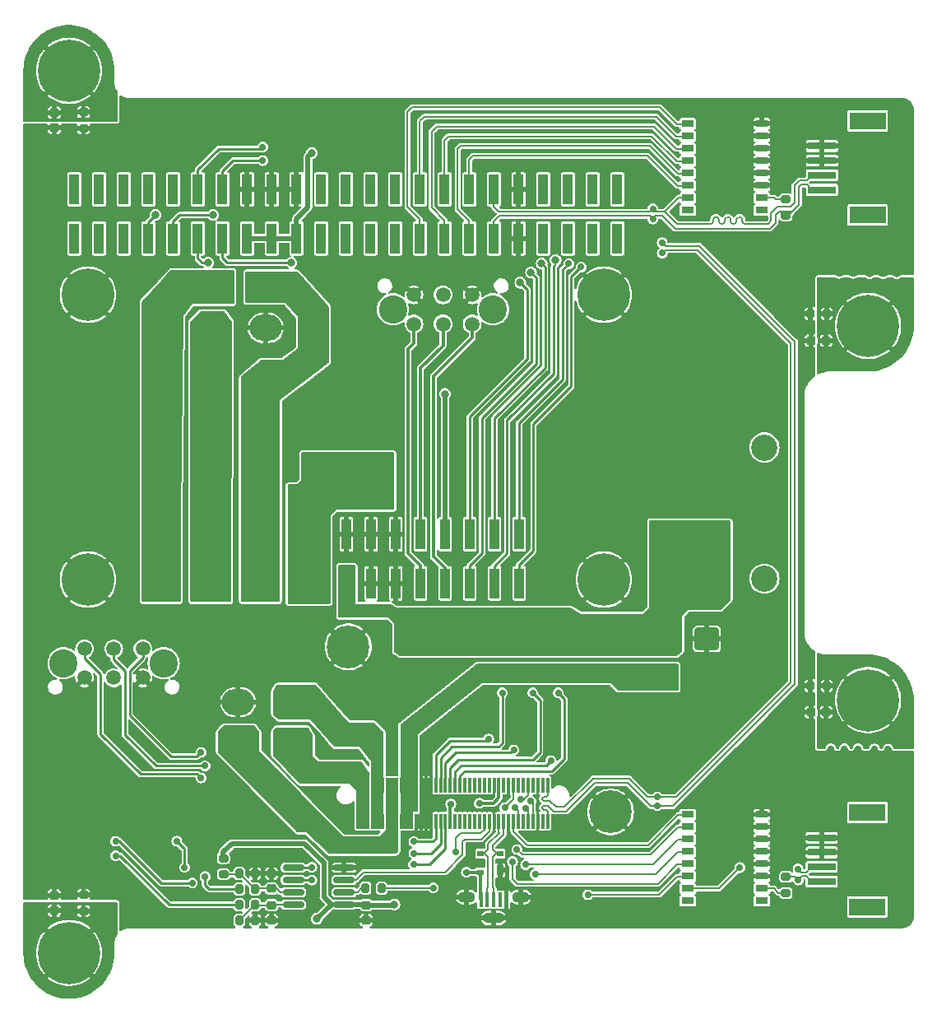
<source format=gbr>
%TF.GenerationSoftware,KiCad,Pcbnew,7.0.7*%
%TF.CreationDate,2024-02-15T16:38:16+01:00*%
%TF.ProjectId,nav_lower_controller,6e61765f-6c6f-4776-9572-5f636f6e7472,1*%
%TF.SameCoordinates,Original*%
%TF.FileFunction,Copper,L1,Top*%
%TF.FilePolarity,Positive*%
%FSLAX46Y46*%
G04 Gerber Fmt 4.6, Leading zero omitted, Abs format (unit mm)*
G04 Created by KiCad (PCBNEW 7.0.7) date 2024-02-15 16:38:16*
%MOMM*%
%LPD*%
G01*
G04 APERTURE LIST*
G04 Aperture macros list*
%AMRoundRect*
0 Rectangle with rounded corners*
0 $1 Rounding radius*
0 $2 $3 $4 $5 $6 $7 $8 $9 X,Y pos of 4 corners*
0 Add a 4 corners polygon primitive as box body*
4,1,4,$2,$3,$4,$5,$6,$7,$8,$9,$2,$3,0*
0 Add four circle primitives for the rounded corners*
1,1,$1+$1,$2,$3*
1,1,$1+$1,$4,$5*
1,1,$1+$1,$6,$7*
1,1,$1+$1,$8,$9*
0 Add four rect primitives between the rounded corners*
20,1,$1+$1,$2,$3,$4,$5,0*
20,1,$1+$1,$4,$5,$6,$7,0*
20,1,$1+$1,$6,$7,$8,$9,0*
20,1,$1+$1,$8,$9,$2,$3,0*%
G04 Aperture macros list end*
%TA.AperFunction,SMDPad,CuDef*%
%ADD10RoundRect,0.150000X0.950000X0.150000X-0.950000X0.150000X-0.950000X-0.150000X0.950000X-0.150000X0*%
%TD*%
%TA.AperFunction,SMDPad,CuDef*%
%ADD11R,0.450000X1.500000*%
%TD*%
%TA.AperFunction,ComponentPad*%
%ADD12O,1.800000X1.100000*%
%TD*%
%TA.AperFunction,ComponentPad*%
%ADD13O,2.200000X1.100000*%
%TD*%
%TA.AperFunction,ComponentPad*%
%ADD14C,4.400000*%
%TD*%
%TA.AperFunction,ComponentPad*%
%ADD15C,0.800000*%
%TD*%
%TA.AperFunction,ComponentPad*%
%ADD16C,6.400000*%
%TD*%
%TA.AperFunction,SMDPad,CuDef*%
%ADD17R,1.000000X3.150000*%
%TD*%
%TA.AperFunction,SMDPad,CuDef*%
%ADD18RoundRect,0.225000X0.225000X0.250000X-0.225000X0.250000X-0.225000X-0.250000X0.225000X-0.250000X0*%
%TD*%
%TA.AperFunction,SMDPad,CuDef*%
%ADD19R,0.300000X1.500000*%
%TD*%
%TA.AperFunction,SMDPad,CuDef*%
%ADD20RoundRect,0.200000X0.200000X0.275000X-0.200000X0.275000X-0.200000X-0.275000X0.200000X-0.275000X0*%
%TD*%
%TA.AperFunction,SMDPad,CuDef*%
%ADD21RoundRect,0.200000X-0.200000X-0.275000X0.200000X-0.275000X0.200000X0.275000X-0.200000X0.275000X0*%
%TD*%
%TA.AperFunction,SMDPad,CuDef*%
%ADD22R,2.900000X0.800000*%
%TD*%
%TA.AperFunction,SMDPad,CuDef*%
%ADD23R,3.800000X1.800000*%
%TD*%
%TA.AperFunction,SMDPad,CuDef*%
%ADD24RoundRect,0.250000X-1.000000X-0.900000X1.000000X-0.900000X1.000000X0.900000X-1.000000X0.900000X0*%
%TD*%
%TA.AperFunction,SMDPad,CuDef*%
%ADD25R,1.270000X0.760000*%
%TD*%
%TA.AperFunction,SMDPad,CuDef*%
%ADD26RoundRect,0.225000X-0.250000X0.225000X-0.250000X-0.225000X0.250000X-0.225000X0.250000X0.225000X0*%
%TD*%
%TA.AperFunction,ComponentPad*%
%ADD27C,5.400000*%
%TD*%
%TA.AperFunction,SMDPad,CuDef*%
%ADD28RoundRect,0.200000X-0.275000X0.200000X-0.275000X-0.200000X0.275000X-0.200000X0.275000X0.200000X0*%
%TD*%
%TA.AperFunction,SMDPad,CuDef*%
%ADD29RoundRect,0.200000X0.275000X-0.200000X0.275000X0.200000X-0.275000X0.200000X-0.275000X-0.200000X0*%
%TD*%
%TA.AperFunction,SMDPad,CuDef*%
%ADD30RoundRect,0.225000X0.250000X-0.225000X0.250000X0.225000X-0.250000X0.225000X-0.250000X-0.225000X0*%
%TD*%
%TA.AperFunction,ComponentPad*%
%ADD31C,4.050000*%
%TD*%
%TA.AperFunction,ComponentPad*%
%ADD32C,2.700000*%
%TD*%
%TA.AperFunction,SMDPad,CuDef*%
%ADD33R,0.700000X1.000000*%
%TD*%
%TA.AperFunction,SMDPad,CuDef*%
%ADD34R,0.700000X0.600000*%
%TD*%
%TA.AperFunction,ComponentPad*%
%ADD35RoundRect,0.250001X-1.399999X1.099999X-1.399999X-1.099999X1.399999X-1.099999X1.399999X1.099999X0*%
%TD*%
%TA.AperFunction,ComponentPad*%
%ADD36O,3.300000X2.700000*%
%TD*%
%TA.AperFunction,ComponentPad*%
%ADD37C,1.520000*%
%TD*%
%TA.AperFunction,ComponentPad*%
%ADD38C,2.910000*%
%TD*%
%TA.AperFunction,ComponentPad*%
%ADD39RoundRect,0.250001X1.399999X-1.099999X1.399999X1.099999X-1.399999X1.099999X-1.399999X-1.099999X0*%
%TD*%
%TA.AperFunction,ViaPad*%
%ADD40C,0.800000*%
%TD*%
%TA.AperFunction,ViaPad*%
%ADD41C,0.700000*%
%TD*%
%TA.AperFunction,Conductor*%
%ADD42C,0.200000*%
%TD*%
%TA.AperFunction,Conductor*%
%ADD43C,0.250000*%
%TD*%
%TA.AperFunction,Conductor*%
%ADD44C,0.300000*%
%TD*%
%TA.AperFunction,Conductor*%
%ADD45C,0.500000*%
%TD*%
G04 APERTURE END LIST*
D10*
%TO.P,U1,1,VCC*%
%TO.N,Vsensor*%
X133810000Y-135505000D03*
%TO.P,U1,2,RO*%
%TO.N,/Steering controller/RS422 interface/ISL_RO*%
X133810000Y-134235000D03*
%TO.P,U1,3,DI*%
%TO.N,/Steering controller/Clock{slash}HsDigOUT1_A55*%
X133810000Y-132965000D03*
%TO.P,U1,4,GND*%
%TO.N,GND*%
X133810000Y-131695000D03*
%TO.P,U1,5,Y*%
%TO.N,/Steering controller/Clock{slash}HsDigOUT1*%
X128610000Y-131695000D03*
%TO.P,U1,6,Z*%
%TO.N,/Steering controller/Clock{slash}HsDigOUT1\u005C*%
X128610000Y-132965000D03*
%TO.P,U1,7,B*%
%TO.N,/Steering controller/RS422 interface/ISL_B*%
X128610000Y-134235000D03*
%TO.P,U1,8,A*%
%TO.N,/Steering controller/RS422 interface/ISL_A*%
X128610000Y-135505000D03*
%TD*%
D11*
%TO.P,J11,1,VBUS*%
%TO.N,VBUS*%
X147900000Y-135000000D03*
%TO.P,J11,2,D-*%
%TO.N,/Steering controller/USB_D-*%
X148550000Y-135000000D03*
%TO.P,J11,3,D+*%
%TO.N,/Steering controller/USB_D+*%
X149200000Y-135000000D03*
%TO.P,J11,4,ID*%
%TO.N,unconnected-(J11-ID-Pad4)*%
X149850000Y-135000000D03*
%TO.P,J11,5,GND*%
%TO.N,GND*%
X150500000Y-135000000D03*
D12*
%TO.P,J11,6,Shield*%
X146400000Y-134750000D03*
D13*
X149200000Y-136900000D03*
D12*
X152000000Y-134750000D03*
%TD*%
D14*
%TO.P,H9,1,1*%
%TO.N,GND*%
X161250000Y-126000000D03*
%TD*%
D15*
%TO.P,H5,1,1*%
%TO.N,Net-(C4-Pad1)*%
X103100000Y-49750000D03*
X103802944Y-48052944D03*
X103802944Y-51447056D03*
X105500000Y-47350000D03*
D16*
X105500000Y-49750000D03*
D15*
X105500000Y-52150000D03*
X107197056Y-48052944D03*
X107197056Y-51447056D03*
X107900000Y-49750000D03*
%TD*%
D14*
%TO.P,H10,1,1*%
%TO.N,GND*%
X134250000Y-109000000D03*
%TD*%
D17*
%TO.P,J4,1,Pin_1*%
%TO.N,/Driving controller/DigIN1*%
X106060000Y-66995000D03*
%TO.P,J4,2,Pin_2*%
%TO.N,/Driving controller/DigIN2*%
X106060000Y-61945000D03*
%TO.P,J4,3,Pin_3*%
%TO.N,/Driving controller/DigIN3*%
X108600000Y-66995000D03*
%TO.P,J4,4,Pin_4*%
%TO.N,/Driving controller/DigIN4*%
X108600000Y-61945000D03*
%TO.P,J4,5,Pin_5*%
%TO.N,/Driving controller/DigOUT1*%
X111140000Y-66995000D03*
%TO.P,J4,6,Pin_6*%
%TO.N,/Driving controller/DigOUT2*%
X111140000Y-61945000D03*
%TO.P,J4,7,Pin_7*%
%TO.N,/Driving controller/CHA{slash}HsDigIN1*%
X113680000Y-66995000D03*
%TO.P,J4,8,Pin_8*%
%TO.N,/Driving controller/CHA{slash}HsDigIN1\u005C*%
X113680000Y-61945000D03*
%TO.P,J4,9,Pin_9*%
%TO.N,/Driving controller/CHB{slash}HsDigIN2*%
X116220000Y-66995000D03*
%TO.P,J4,10,Pin_10*%
%TO.N,/Driving controller/CHB{slash}HsDigIN2\u005C*%
X116220000Y-61945000D03*
%TO.P,J4,11,Pin_11*%
%TO.N,/Driving controller/Clock{slash}HsDigOUT1*%
X118760000Y-66995000D03*
%TO.P,J4,12,Pin_12*%
%TO.N,/Driving controller/Clock{slash}HsDigOUT1\u005C*%
X118760000Y-61945000D03*
%TO.P,J4,13,Pin_13*%
%TO.N,/Driving controller/Data{slash}HsDigIN4*%
X121300000Y-66995000D03*
%TO.P,J4,14,Pin_14*%
%TO.N,/Driving controller/Data{slash}HsDigIN4\u005C*%
X121300000Y-61945000D03*
%TO.P,J4,15,Pin_15*%
%TO.N,Vaux2*%
X123840000Y-66995000D03*
%TO.P,J4,16,Pin_16*%
%TO.N,GND*%
X123840000Y-61945000D03*
%TO.P,J4,17,Pin_17*%
%TO.N,Vaux2*%
X126380000Y-66995000D03*
%TO.P,J4,18,Pin_18*%
%TO.N,GND*%
X126380000Y-61945000D03*
%TO.P,J4,19,Pin_19*%
%TO.N,Vaux2*%
X128920000Y-66995000D03*
%TO.P,J4,20,Pin_20*%
%TO.N,GND*%
X128920000Y-61945000D03*
%TO.P,J4,21,Pin_21*%
%TO.N,/Driving controller/STO-OUT+*%
X131460000Y-66995000D03*
%TO.P,J4,22,Pin_22*%
%TO.N,/Driving controller/STO-OUT-*%
X131460000Y-61945000D03*
%TO.P,J4,23,Pin_23*%
%TO.N,/Driving controller/AnIN1+*%
X134000000Y-66995000D03*
%TO.P,J4,24,Pin_24*%
%TO.N,/Driving controller/AnIN1-*%
X134000000Y-61945000D03*
%TO.P,J4,25,Pin_25*%
%TO.N,/Driving controller/AnIN2+*%
X136540000Y-66995000D03*
%TO.P,J4,26,Pin_26*%
%TO.N,/Driving controller/AnIN2-*%
X136540000Y-61945000D03*
%TO.P,J4,27,Pin_27*%
%TO.N,/Driving controller/AnOUT1*%
X139080000Y-66995000D03*
%TO.P,J4,28,Pin_28*%
%TO.N,/Driving controller/AnOUT2*%
X139080000Y-61945000D03*
%TO.P,J4,29,Pin_29*%
%TO.N,/Driving controller/CAN ID 1*%
X141620000Y-66995000D03*
%TO.P,J4,30,Pin_30*%
%TO.N,/Driving controller/CAN ID 2*%
X141620000Y-61945000D03*
%TO.P,J4,31,Pin_31*%
%TO.N,/Driving controller/CAN ID 3*%
X144160000Y-66995000D03*
%TO.P,J4,32,Pin_32*%
%TO.N,/Driving controller/CAN ID 4*%
X144160000Y-61945000D03*
%TO.P,J4,33,Pin_33*%
%TO.N,/Driving controller/CAN ID 5*%
X146700000Y-66995000D03*
%TO.P,J4,34,Pin_34*%
%TO.N,/Driving controller/Auto bit rate*%
X146700000Y-61945000D03*
%TO.P,J4,35,Pin_35*%
%TO.N,/Driving controller/CAN+*%
X149240000Y-66995000D03*
%TO.P,J4,36,Pin_36*%
%TO.N,/Driving controller/CAN-*%
X149240000Y-61945000D03*
%TO.P,J4,37,Pin_37*%
%TO.N,GND*%
X151780000Y-66995000D03*
%TO.P,J4,38,Pin_38*%
X151780000Y-61945000D03*
%TO.P,J4,39,Pin_39*%
%TO.N,/Driving controller/DSP_RxD*%
X154320000Y-66995000D03*
%TO.P,J4,40,Pin_40*%
%TO.N,/Driving controller/DSP_TxD*%
X154320000Y-61945000D03*
%TO.P,J4,41,Pin_41*%
%TO.N,/Driving controller/SPI_CLK*%
X156860000Y-66995000D03*
%TO.P,J4,42,Pin_42*%
%TO.N,/Driving controller/SPI_IRQ*%
X156860000Y-61945000D03*
%TO.P,J4,43,Pin_43*%
%TO.N,/Driving controller/SPI_SOMI*%
X159400000Y-66995000D03*
%TO.P,J4,44,Pin_44*%
%TO.N,/Driving controller/SPI_SIMO*%
X159400000Y-61945000D03*
%TO.P,J4,45,Pin_45*%
%TO.N,/Driving controller/SPI_CS2*%
X161940000Y-66995000D03*
%TO.P,J4,46,Pin_46*%
%TO.N,/Driving controller/SPI_CS1*%
X161940000Y-61945000D03*
%TD*%
D18*
%TO.P,C5,1*%
%TO.N,Net-(C5-Pad1)*%
X183425000Y-77500000D03*
%TO.P,C5,2*%
%TO.N,GND*%
X181875000Y-77500000D03*
%TD*%
D19*
%TO.P,J10,1,Pin_1*%
%TO.N,/Steering controller/M1{slash}M+*%
X135250000Y-126950000D03*
%TO.P,J10,2,Pin_2*%
X135250000Y-123250000D03*
%TO.P,J10,3,Pin_3*%
X135750000Y-126950000D03*
%TO.P,J10,4,Pin_4*%
X135750000Y-123250000D03*
%TO.P,J10,5,Pin_5*%
X136250000Y-126950000D03*
%TO.P,J10,6,Pin_6*%
X136250000Y-123250000D03*
%TO.P,J10,7,Pin_7*%
%TO.N,/Steering controller/M2{slash}M-*%
X136750000Y-126950000D03*
%TO.P,J10,8,Pin_8*%
X136750000Y-123250000D03*
%TO.P,J10,9,Pin_9*%
X137250000Y-126950000D03*
%TO.P,J10,10,Pin_10*%
X137250000Y-123250000D03*
%TO.P,J10,11,Pin_11*%
X137750000Y-126950000D03*
%TO.P,J10,12,Pin_12*%
X137750000Y-123250000D03*
%TO.P,J10,13,Pin_13*%
%TO.N,/Steering controller/M3*%
X138250000Y-126950000D03*
%TO.P,J10,14,Pin_14*%
X138250000Y-123250000D03*
%TO.P,J10,15,Pin_15*%
X138750000Y-126950000D03*
%TO.P,J10,16,Pin_16*%
X138750000Y-123250000D03*
%TO.P,J10,17,Pin_17*%
X139250000Y-126950000D03*
%TO.P,J10,18,Pin_18*%
X139250000Y-123250000D03*
%TO.P,J10,19,Pin_19*%
%TO.N,/Steering controller/VCC_fused*%
X139750000Y-126950000D03*
%TO.P,J10,20,Pin_20*%
X139750000Y-123250000D03*
%TO.P,J10,21,Pin_21*%
X140250000Y-126950000D03*
%TO.P,J10,22,Pin_22*%
X140250000Y-123250000D03*
%TO.P,J10,23,Pin_23*%
X140750000Y-126950000D03*
%TO.P,J10,24,Pin_24*%
X140750000Y-123250000D03*
%TO.P,J10,25,Pin_25*%
%TO.N,GND*%
X141250000Y-126950000D03*
%TO.P,J10,26,Pin_26*%
%TO.N,/Steering controller/VCC_fused*%
X141250000Y-123250000D03*
%TO.P,J10,27,Pin_27*%
%TO.N,GND*%
X141750000Y-126950000D03*
%TO.P,J10,28,Pin_28*%
X141750000Y-123250000D03*
%TO.P,J10,29,Pin_29*%
X142250000Y-126950000D03*
%TO.P,J10,30,Pin_30*%
X142250000Y-123250000D03*
%TO.P,J10,31,Pin_31*%
X142750000Y-126950000D03*
%TO.P,J10,32,Pin_32*%
X142750000Y-123250000D03*
%TO.P,J10,33,Pin_33*%
%TO.N,/Steering controller/HS1-IN*%
X143250000Y-126950000D03*
%TO.P,J10,34,Pin_34*%
%TO.N,/Steering controller/CHA*%
X143250000Y-123250000D03*
%TO.P,J10,35,Pin_35*%
%TO.N,/Steering controller/HS2-IN*%
X143750000Y-126950000D03*
%TO.P,J10,36,Pin_36*%
%TO.N,/Steering controller/CHA\u005C*%
X143750000Y-123250000D03*
%TO.P,J10,37,Pin_37*%
%TO.N,/Steering controller/HS3-IN*%
X144250000Y-126950000D03*
%TO.P,J10,38,Pin_38*%
%TO.N,/Steering controller/CHB*%
X144250000Y-123250000D03*
%TO.P,J10,39,Pin_39*%
%TO.N,Vsensor*%
X144750000Y-126950000D03*
%TO.P,J10,40,Pin_40*%
%TO.N,/Steering controller/CHB\u005C*%
X144750000Y-123250000D03*
%TO.P,J10,41,Pin_41*%
%TO.N,/Steering controller/DigIN1*%
X145250000Y-126950000D03*
%TO.P,J10,42,Pin_42*%
%TO.N,/Steering controller/CHI*%
X145250000Y-123250000D03*
%TO.P,J10,43,Pin_43*%
%TO.N,/Steering controller/DigIN2*%
X145750000Y-126950000D03*
%TO.P,J10,44,Pin_44*%
%TO.N,/Steering controller/CHI\u005C*%
X145750000Y-123250000D03*
%TO.P,J10,45,Pin_45*%
%TO.N,/Steering controller/DigIN3*%
X146250000Y-126950000D03*
%TO.P,J10,46,Pin_46*%
%TO.N,/Steering controller/AnIN1+*%
X146250000Y-123250000D03*
%TO.P,J10,47,Pin_47*%
%TO.N,/Steering controller/DigIN4*%
X146750000Y-126950000D03*
%TO.P,J10,48,Pin_48*%
%TO.N,/Steering controller/AnIN1-*%
X146750000Y-123250000D03*
%TO.P,J10,49,Pin_49*%
%TO.N,/Steering controller/DigOUT1*%
X147250000Y-126950000D03*
%TO.P,J10,50,Pin_50*%
%TO.N,/Steering controller/AnIN2+*%
X147250000Y-123250000D03*
%TO.P,J10,51,Pin_51*%
%TO.N,/Steering controller/DigOUT2*%
X147750000Y-126950000D03*
%TO.P,J10,52,Pin_52*%
%TO.N,/Steering controller/AnIN2-*%
X147750000Y-123250000D03*
%TO.P,J10,53,Pin_53*%
%TO.N,/Steering controller/Data{slash}HsDigIN4_A53*%
X148250000Y-126950000D03*
%TO.P,J10,54,Pin_54*%
%TO.N,/Steering controller/AnOUT1*%
X148250000Y-123250000D03*
%TO.P,J10,55,Pin_55*%
%TO.N,/Steering controller/Clock{slash}HsDigOUT1_A55*%
X148750000Y-126950000D03*
%TO.P,J10,56,Pin_56*%
%TO.N,unconnected-(J10-Pin_56-Pad56)*%
X148750000Y-123250000D03*
%TO.P,J10,57,Pin_57*%
%TO.N,GND*%
X149250000Y-126950000D03*
%TO.P,J10,58,Pin_58*%
X149250000Y-123250000D03*
%TO.P,J10,59,Pin_59*%
%TO.N,/Steering controller/USB_D-*%
X149750000Y-126950000D03*
%TO.P,J10,60,Pin_60*%
%TO.N,VBUS*%
X149750000Y-123250000D03*
%TO.P,J10,61,Pin_61*%
%TO.N,/Steering controller/USB_D+*%
X150250000Y-126950000D03*
%TO.P,J10,62,Pin_62*%
%TO.N,unconnected-(J10-Pin_62-Pad62)*%
X150250000Y-123250000D03*
%TO.P,J10,63,Pin_63*%
%TO.N,GND*%
X150750000Y-126950000D03*
%TO.P,J10,64,Pin_64*%
X150750000Y-123250000D03*
%TO.P,J10,65,Pin_65*%
%TO.N,/Steering controller/CAN ID 1*%
X151250000Y-126950000D03*
%TO.P,J10,66,Pin_66*%
%TO.N,/Steering controller/CAN ID 5*%
X151250000Y-123250000D03*
%TO.P,J10,67,Pin_67*%
%TO.N,/Steering controller/CAN ID 2*%
X151750000Y-126950000D03*
%TO.P,J10,68,Pin_68*%
%TO.N,/Steering controller/CAN ID 6*%
X151750000Y-123250000D03*
%TO.P,J10,69,Pin_69*%
%TO.N,unconnected-(J10-Pin_69-Pad69)*%
X152250000Y-126950000D03*
%TO.P,J10,70,Pin_70*%
%TO.N,unconnected-(J10-Pin_70-Pad70)*%
X152250000Y-123250000D03*
%TO.P,J10,71,Pin_71*%
%TO.N,/Steering controller/CAN ID 3*%
X152750000Y-126950000D03*
%TO.P,J10,72,Pin_72*%
%TO.N,/Steering controller/Auto bit rate*%
X152750000Y-123250000D03*
%TO.P,J10,73,Pin_73*%
%TO.N,/Steering controller/CAN ID 4*%
X153250000Y-126950000D03*
%TO.P,J10,74,Pin_74*%
%TO.N,unconnected-(J10-Pin_74-Pad74)*%
X153250000Y-123250000D03*
%TO.P,J10,75,Pin_75*%
%TO.N,GND*%
X153750000Y-126950000D03*
%TO.P,J10,76,Pin_76*%
X153750000Y-123250000D03*
%TO.P,J10,77,Pin_77*%
%TO.N,/Steering controller/DSP_RxD*%
X154250000Y-126950000D03*
%TO.P,J10,78,Pin_78*%
%TO.N,/Steering controller/DSP_TxD*%
X154250000Y-123250000D03*
%TO.P,J10,79,Pin_79*%
%TO.N,/Driving controller/CAN+*%
X154750000Y-126950000D03*
%TO.P,J10,80,Pin_80*%
%TO.N,/Driving controller/CAN-*%
X154750000Y-123250000D03*
%TD*%
D20*
%TO.P,R5,1*%
%TO.N,Net-(C7-Pad1)*%
X183475000Y-113000000D03*
%TO.P,R5,2*%
%TO.N,GND*%
X181825000Y-113000000D03*
%TD*%
D21*
%TO.P,R8,1*%
%TO.N,/Steering controller/Data{slash}HsDigIN4\u005C*%
X123025000Y-133900000D03*
%TO.P,R8,2*%
%TO.N,/Steering controller/RS422 interface/ISL_B*%
X124675000Y-133900000D03*
%TD*%
D22*
%TO.P,J2,1,Pin_1*%
%TO.N,/Driving controller/CAN+*%
X183000000Y-62000000D03*
%TO.P,J2,2,Pin_2*%
%TO.N,/Driving controller/CAN-*%
X183000000Y-60500000D03*
%TO.P,J2,3,Pin_3*%
%TO.N,GND*%
X183000000Y-59000000D03*
%TO.P,J2,4,Pin_4*%
X183000000Y-57500000D03*
D23*
%TO.P,J2,MP1*%
%TO.N,N/C*%
X187700000Y-64600000D03*
%TO.P,J2,MP2*%
X187700000Y-54900000D03*
%TD*%
D24*
%TO.P,D2,1,K*%
%TO.N,VCC*%
X166850000Y-108200000D03*
%TO.P,D2,2,A*%
%TO.N,GND*%
X171150000Y-108200000D03*
%TD*%
D17*
%TO.P,J6,1,Pin_1*%
%TO.N,/Driving controller/M1{slash}M+*%
X113740000Y-102470000D03*
%TO.P,J6,2,Pin_2*%
X113740000Y-97420000D03*
%TO.P,J6,3,Pin_3*%
X116280000Y-102470000D03*
%TO.P,J6,4,Pin_4*%
X116280000Y-97420000D03*
%TO.P,J6,5,Pin_5*%
%TO.N,/Driving controller/M2{slash}M-*%
X118820000Y-102470000D03*
%TO.P,J6,6,Pin_6*%
X118820000Y-97420000D03*
%TO.P,J6,7,Pin_7*%
X121360000Y-102470000D03*
%TO.P,J6,8,Pin_8*%
X121360000Y-97420000D03*
%TO.P,J6,9,Pin_9*%
%TO.N,/Driving controller/M3*%
X123900000Y-102470000D03*
%TO.P,J6,10,Pin_10*%
X123900000Y-97420000D03*
%TO.P,J6,11,Pin_11*%
X126440000Y-102470000D03*
%TO.P,J6,12,Pin_12*%
X126440000Y-97420000D03*
%TO.P,J6,13,Pin_13*%
%TO.N,/Driving controller/VCC_fused*%
X128980000Y-102470000D03*
%TO.P,J6,14,Pin_14*%
X128980000Y-97420000D03*
%TO.P,J6,15,Pin_15*%
X131520000Y-102470000D03*
%TO.P,J6,16,Pin_16*%
X131520000Y-97420000D03*
%TO.P,J6,17,Pin_17*%
%TO.N,VCC*%
X134060000Y-102470000D03*
%TO.P,J6,18,Pin_18*%
%TO.N,GND*%
X134060000Y-97420000D03*
%TO.P,J6,19,Pin_19*%
X136600000Y-102470000D03*
%TO.P,J6,20,Pin_20*%
X136600000Y-97420000D03*
%TO.P,J6,21,Pin_21*%
X139140000Y-102470000D03*
%TO.P,J6,22,Pin_22*%
X139140000Y-97420000D03*
%TO.P,J6,23,Pin_23*%
%TO.N,/Driving controller/HS1-IN*%
X141680000Y-102470000D03*
%TO.P,J6,24,Pin_24*%
%TO.N,/Driving controller/HS2-IN*%
X141680000Y-97420000D03*
%TO.P,J6,25,Pin_25*%
%TO.N,/Driving controller/HS3-IN*%
X144220000Y-102470000D03*
%TO.P,J6,26,Pin_26*%
%TO.N,Vsensor2*%
X144220000Y-97420000D03*
%TO.P,J6,27,Pin_27*%
%TO.N,/Driving controller/CHA*%
X146760000Y-102470000D03*
%TO.P,J6,28,Pin_28*%
%TO.N,/Driving controller/CHA\u005C*%
X146760000Y-97420000D03*
%TO.P,J6,29,Pin_29*%
%TO.N,/Driving controller/CHB*%
X149300000Y-102470000D03*
%TO.P,J6,30,Pin_30*%
%TO.N,/Driving controller/CHB\u005C*%
X149300000Y-97420000D03*
%TO.P,J6,31,Pin_31*%
%TO.N,/Driving controller/CHI*%
X151840000Y-102470000D03*
%TO.P,J6,32,Pin_32*%
%TO.N,/Driving controller/CHI\u005C*%
X151840000Y-97420000D03*
%TD*%
D21*
%TO.P,R9,1*%
%TO.N,/Steering controller/RS422 interface/ISL_B*%
X123025000Y-132300000D03*
%TO.P,R9,2*%
%TO.N,GND*%
X124675000Y-132300000D03*
%TD*%
D25*
%TO.P,SW2,1*%
%TO.N,/Steering controller/CAN ID 1*%
X169190000Y-126255000D03*
%TO.P,SW2,2*%
%TO.N,/Steering controller/CAN ID 2*%
X169190000Y-127525000D03*
%TO.P,SW2,3*%
%TO.N,/Steering controller/CAN ID 3*%
X169190000Y-128795000D03*
%TO.P,SW2,4*%
%TO.N,/Steering controller/CAN ID 4*%
X169190000Y-130065000D03*
%TO.P,SW2,5*%
%TO.N,/Steering controller/CAN ID 5*%
X169190000Y-131335000D03*
%TO.P,SW2,6*%
%TO.N,/Steering controller/Auto bit rate*%
X169190000Y-132605000D03*
%TO.P,SW2,7*%
%TO.N,/Driving controller/CAN-*%
X169190000Y-133875000D03*
%TO.P,SW2,8*%
%TO.N,unconnected-(SW2-Pad8)*%
X169190000Y-135145000D03*
%TO.P,SW2,9*%
%TO.N,unconnected-(SW2-Pad9)*%
X176810000Y-135145000D03*
%TO.P,SW2,10*%
%TO.N,Net-(R6-Pad1)*%
X176810000Y-133875000D03*
%TO.P,SW2,11*%
%TO.N,GND*%
X176810000Y-132605000D03*
%TO.P,SW2,12*%
X176810000Y-131335000D03*
%TO.P,SW2,13*%
X176810000Y-130065000D03*
%TO.P,SW2,14*%
X176810000Y-128795000D03*
%TO.P,SW2,15*%
X176810000Y-127525000D03*
%TO.P,SW2,16*%
X176810000Y-126255000D03*
%TD*%
%TO.P,SW1,1*%
%TO.N,/Driving controller/CAN ID 1*%
X169190000Y-55205000D03*
%TO.P,SW1,2*%
%TO.N,/Driving controller/CAN ID 2*%
X169190000Y-56475000D03*
%TO.P,SW1,3*%
%TO.N,/Driving controller/CAN ID 3*%
X169190000Y-57745000D03*
%TO.P,SW1,4*%
%TO.N,/Driving controller/CAN ID 4*%
X169190000Y-59015000D03*
%TO.P,SW1,5*%
%TO.N,/Driving controller/CAN ID 5*%
X169190000Y-60285000D03*
%TO.P,SW1,6*%
%TO.N,/Driving controller/Auto bit rate*%
X169190000Y-61555000D03*
%TO.P,SW1,7*%
%TO.N,/Driving controller/CAN-*%
X169190000Y-62825000D03*
%TO.P,SW1,8*%
%TO.N,unconnected-(SW1-Pad8)*%
X169190000Y-64095000D03*
%TO.P,SW1,9*%
%TO.N,unconnected-(SW1-Pad9)*%
X176810000Y-64095000D03*
%TO.P,SW1,10*%
%TO.N,Net-(R1-Pad1)*%
X176810000Y-62825000D03*
%TO.P,SW1,11*%
%TO.N,GND*%
X176810000Y-61555000D03*
%TO.P,SW1,12*%
X176810000Y-60285000D03*
%TO.P,SW1,13*%
X176810000Y-59015000D03*
%TO.P,SW1,14*%
X176810000Y-57745000D03*
%TO.P,SW1,15*%
X176810000Y-56475000D03*
%TO.P,SW1,16*%
X176810000Y-55205000D03*
%TD*%
D26*
%TO.P,C9,1*%
%TO.N,/Steering controller/RS422 interface/ISL_A*%
X126350000Y-135575000D03*
%TO.P,C9,2*%
%TO.N,GND*%
X126350000Y-137125000D03*
%TD*%
D18*
%TO.P,C7,1*%
%TO.N,Net-(C7-Pad1)*%
X183425000Y-115750000D03*
%TO.P,C7,2*%
%TO.N,GND*%
X181875000Y-115750000D03*
%TD*%
D21*
%TO.P,R12,1*%
%TO.N,/Steering controller/RS422 interface/ISL_RO*%
X136025000Y-133850000D03*
%TO.P,R12,2*%
%TO.N,/Steering controller/Data{slash}HsDigIN4_A53*%
X137675000Y-133850000D03*
%TD*%
D15*
%TO.P,H3,1,1*%
%TO.N,GND*%
X105425000Y-102100000D03*
X106018109Y-100668109D03*
X106018109Y-103531891D03*
X107450000Y-100075000D03*
D27*
X107450000Y-102100000D03*
D15*
X107450000Y-104125000D03*
X108881891Y-100668109D03*
X108881891Y-103531891D03*
X109475000Y-102100000D03*
%TD*%
D21*
%TO.P,R11,1*%
%TO.N,/Steering controller/RS422 interface/ISL_A*%
X123025000Y-137150000D03*
%TO.P,R11,2*%
%TO.N,GND*%
X124675000Y-137150000D03*
%TD*%
D15*
%TO.P,H7,1,1*%
%TO.N,Net-(C6-Pad1)*%
X103100000Y-140500000D03*
X103802944Y-138802944D03*
X103802944Y-142197056D03*
X105500000Y-138100000D03*
D16*
X105500000Y-140500000D03*
D15*
X105500000Y-142900000D03*
X107197056Y-138802944D03*
X107197056Y-142197056D03*
X107900000Y-140500000D03*
%TD*%
D21*
%TO.P,R7,1*%
%TO.N,/Steering controller/Data{slash}HsDigIN4*%
X123025000Y-135550000D03*
%TO.P,R7,2*%
%TO.N,/Steering controller/RS422 interface/ISL_A*%
X124675000Y-135550000D03*
%TD*%
D28*
%TO.P,R10,1*%
%TO.N,Vsensor*%
X121400000Y-130750000D03*
%TO.P,R10,2*%
%TO.N,/Steering controller/RS422 interface/ISL_B*%
X121400000Y-132400000D03*
%TD*%
D29*
%TO.P,R6,1*%
%TO.N,Net-(R6-Pad1)*%
X179300000Y-134325000D03*
%TO.P,R6,2*%
%TO.N,/Driving controller/CAN+*%
X179300000Y-132675000D03*
%TD*%
D28*
%TO.P,R1,1*%
%TO.N,Net-(R1-Pad1)*%
X179300000Y-62975000D03*
%TO.P,R1,2*%
%TO.N,/Driving controller/CAN+*%
X179300000Y-64625000D03*
%TD*%
D20*
%TO.P,R3,1*%
%TO.N,Net-(C5-Pad1)*%
X183475000Y-74750000D03*
%TO.P,R3,2*%
%TO.N,GND*%
X181825000Y-74750000D03*
%TD*%
D22*
%TO.P,J3,1,Pin_1*%
%TO.N,/Driving controller/CAN+*%
X182975000Y-133150000D03*
%TO.P,J3,2,Pin_2*%
%TO.N,/Driving controller/CAN-*%
X182975000Y-131650000D03*
%TO.P,J3,3,Pin_3*%
%TO.N,GND*%
X182975000Y-130150000D03*
%TO.P,J3,4,Pin_4*%
X182975000Y-128650000D03*
D23*
%TO.P,J3,MP1*%
%TO.N,N/C*%
X187675000Y-135750000D03*
%TO.P,J3,MP2*%
X187675000Y-126050000D03*
%TD*%
D15*
%TO.P,H2,1,1*%
%TO.N,GND*%
X158525000Y-72800000D03*
X159118109Y-71368109D03*
X159118109Y-74231891D03*
X160550000Y-70775000D03*
D27*
X160550000Y-72800000D03*
D15*
X160550000Y-74825000D03*
X161981891Y-71368109D03*
X161981891Y-74231891D03*
X162575000Y-72800000D03*
%TD*%
D29*
%TO.P,R4,1*%
%TO.N,Net-(C6-Pad1)*%
X107000000Y-136175000D03*
%TO.P,R4,2*%
%TO.N,GND*%
X107000000Y-134525000D03*
%TD*%
D26*
%TO.P,C11,1*%
%TO.N,Vsensor*%
X136100000Y-135575000D03*
%TO.P,C11,2*%
%TO.N,GND*%
X136100000Y-137125000D03*
%TD*%
D28*
%TO.P,R2,1*%
%TO.N,Net-(C4-Pad1)*%
X107000000Y-54025000D03*
%TO.P,R2,2*%
%TO.N,GND*%
X107000000Y-55675000D03*
%TD*%
D30*
%TO.P,C10,1*%
%TO.N,/Steering controller/RS422 interface/ISL_B*%
X126350000Y-133875000D03*
%TO.P,C10,2*%
%TO.N,GND*%
X126350000Y-132325000D03*
%TD*%
D15*
%TO.P,H4,1,1*%
%TO.N,GND*%
X158525000Y-102100000D03*
X159118109Y-100668109D03*
X159118109Y-103531891D03*
X160550000Y-100075000D03*
D27*
X160550000Y-102100000D03*
D15*
X160550000Y-104125000D03*
X161981891Y-100668109D03*
X161981891Y-103531891D03*
X162575000Y-102100000D03*
%TD*%
D31*
%TO.P,J1,1,Pin_1*%
%TO.N,GND*%
X171087500Y-91650000D03*
%TO.P,J1,2,Pin_2*%
%TO.N,VCC*%
X171087500Y-98850000D03*
D32*
%TO.P,J1,3*%
%TO.N,N/C*%
X177087500Y-102000000D03*
%TO.P,J1,4*%
X177087500Y-88500000D03*
%TD*%
D15*
%TO.P,H8,1,1*%
%TO.N,Net-(C7-Pad1)*%
X185350000Y-114500000D03*
X186052944Y-112802944D03*
X186052944Y-116197056D03*
X187750000Y-112100000D03*
D16*
X187750000Y-114500000D03*
D15*
X187750000Y-116900000D03*
X189447056Y-112802944D03*
X189447056Y-116197056D03*
X190150000Y-114500000D03*
%TD*%
D33*
%TO.P,D5,1,GND*%
%TO.N,GND*%
X149875000Y-132000000D03*
D34*
%TO.P,D5,2,I/O1*%
%TO.N,/Steering controller/USB_D+*%
X149875000Y-130300000D03*
%TO.P,D5,3,I/O2*%
%TO.N,/Steering controller/USB_D-*%
X147875000Y-130300000D03*
%TO.P,D5,4,VCC*%
%TO.N,VBUS*%
X147875000Y-132200000D03*
%TD*%
D15*
%TO.P,H1,1,1*%
%TO.N,GND*%
X105425000Y-72800000D03*
X106018109Y-71368109D03*
X106018109Y-74231891D03*
X107450000Y-70775000D03*
D27*
X107450000Y-72800000D03*
D15*
X107450000Y-74825000D03*
X108881891Y-71368109D03*
X108881891Y-74231891D03*
X109475000Y-72800000D03*
%TD*%
D26*
%TO.P,C4,1*%
%TO.N,Net-(C4-Pad1)*%
X104000000Y-54075000D03*
%TO.P,C4,2*%
%TO.N,GND*%
X104000000Y-55625000D03*
%TD*%
D30*
%TO.P,C6,1*%
%TO.N,Net-(C6-Pad1)*%
X104000000Y-136125000D03*
%TO.P,C6,2*%
%TO.N,GND*%
X104000000Y-134575000D03*
%TD*%
D15*
%TO.P,H6,1,1*%
%TO.N,Net-(C5-Pad1)*%
X185350000Y-76000000D03*
X186052944Y-74302944D03*
X186052944Y-77697056D03*
X187750000Y-73600000D03*
D16*
X187750000Y-76000000D03*
D15*
X187750000Y-78400000D03*
X189447056Y-74302944D03*
X189447056Y-77697056D03*
X190150000Y-76000000D03*
%TD*%
D35*
%TO.P,J15,1,Pin_1*%
%TO.N,/Driving controller/M1{slash}M+*%
X120250000Y-72000000D03*
D36*
%TO.P,J15,2,Pin_2*%
%TO.N,/Driving controller/M2{slash}M-*%
X120250000Y-76200000D03*
%TO.P,J15,3,Pin_3*%
%TO.N,/Driving controller/M3*%
X125750000Y-72000000D03*
%TO.P,J15,4,Pin_4*%
%TO.N,GND*%
X125750000Y-76200000D03*
%TD*%
D37*
%TO.P,J9,1,Pin_1*%
%TO.N,/Steering controller/HS1-IN*%
X113100000Y-109200000D03*
%TO.P,J9,2,Pin_2*%
%TO.N,/Steering controller/HS2-IN*%
X110100000Y-109200000D03*
%TO.P,J9,3,Pin_3*%
%TO.N,/Steering controller/HS3-IN*%
X107100000Y-109200000D03*
%TO.P,J9,4,Pin_4*%
%TO.N,GND*%
X113100000Y-112200000D03*
%TO.P,J9,5,Pin_5*%
%TO.N,Vsensor*%
X110100000Y-112200000D03*
%TO.P,J9,6,Pin_6*%
%TO.N,GND*%
X107100000Y-112200000D03*
D38*
%TO.P,J9,7*%
%TO.N,N/C*%
X115250000Y-110700000D03*
%TO.P,J9,8*%
X104950000Y-110700000D03*
%TD*%
D39*
%TO.P,J12,1,Pin_1*%
%TO.N,/Steering controller/M1{slash}M+*%
X128400000Y-118900000D03*
D36*
%TO.P,J12,2,Pin_2*%
%TO.N,/Steering controller/M2{slash}M-*%
X128400000Y-114700000D03*
%TO.P,J12,3,Pin_3*%
%TO.N,/Steering controller/M3*%
X122900000Y-118900000D03*
%TO.P,J12,4,Pin_4*%
%TO.N,GND*%
X122900000Y-114700000D03*
%TD*%
D37*
%TO.P,J13,1,Pin_1*%
%TO.N,/Driving controller/HS1-IN*%
X141000000Y-75800000D03*
%TO.P,J13,2,Pin_2*%
%TO.N,/Driving controller/HS2-IN*%
X144000000Y-75800000D03*
%TO.P,J13,3,Pin_3*%
%TO.N,/Driving controller/HS3-IN*%
X147000000Y-75800000D03*
%TO.P,J13,4,Pin_4*%
%TO.N,GND*%
X141000000Y-72800000D03*
%TO.P,J13,5,Pin_5*%
%TO.N,Vsensor2*%
X144000000Y-72800000D03*
%TO.P,J13,6,Pin_6*%
%TO.N,GND*%
X147000000Y-72800000D03*
D38*
%TO.P,J13,7*%
%TO.N,N/C*%
X138850000Y-74300000D03*
%TO.P,J13,8*%
X149150000Y-74300000D03*
%TD*%
D40*
%TO.N,/Driving controller/CHA\u005C*%
X151950000Y-71550000D03*
%TO.N,/Driving controller/CHA*%
X153050000Y-70500000D03*
%TO.N,/Driving controller/CHB\u005C*%
X154150000Y-69600000D03*
%TO.N,/Driving controller/CHB*%
X155587342Y-69213081D03*
D41*
%TO.N,GND*%
X188590000Y-69930000D03*
X187890000Y-69230000D03*
X107300000Y-81200000D03*
X140300000Y-136100000D03*
X179000000Y-73400000D03*
X176400000Y-76900000D03*
X133100000Y-113900000D03*
X113550000Y-119050000D03*
X108000000Y-57400000D03*
X135780000Y-76670000D03*
X186200000Y-70600000D03*
X110800000Y-58800000D03*
X111800000Y-58100000D03*
X178400000Y-99400000D03*
X174400000Y-74900000D03*
X186710000Y-120900000D03*
X108700000Y-81200000D03*
X103600000Y-72100000D03*
X102900000Y-72800000D03*
X157300000Y-104100000D03*
X175500000Y-99900000D03*
X166000000Y-69800000D03*
X175500000Y-91500000D03*
X111200000Y-132500000D03*
X164100000Y-102100000D03*
X175300000Y-70100000D03*
X120300000Y-112400000D03*
X134700000Y-115800000D03*
X173300000Y-68100000D03*
X105500000Y-57400000D03*
X110080000Y-85770000D03*
X106700000Y-119000000D03*
X175500000Y-93200000D03*
X179300000Y-60300000D03*
X105500000Y-58800000D03*
X109400000Y-83300000D03*
X164100000Y-99700000D03*
X185500000Y-68500000D03*
X104800000Y-58100000D03*
X145600000Y-88200000D03*
X106900000Y-57400000D03*
X110800000Y-57400000D03*
X111300000Y-107500000D03*
X185310000Y-119500000D03*
X155750000Y-127100000D03*
X110100000Y-82600000D03*
X184610000Y-120200000D03*
X103100000Y-132900000D03*
X158900000Y-79200000D03*
X151100000Y-136900000D03*
X145600000Y-86700000D03*
X115950000Y-123300000D03*
X133300000Y-72600000D03*
X190500000Y-120230000D03*
X107800000Y-132900000D03*
X165300000Y-71900000D03*
X115200000Y-117600000D03*
X127000000Y-106800000D03*
X113300000Y-137400000D03*
X135080000Y-77370000D03*
X189290000Y-69230000D03*
X131200000Y-124800000D03*
X178400000Y-91300000D03*
X171700000Y-132100000D03*
X189100000Y-121630000D03*
X111900000Y-75300000D03*
X180600000Y-117400000D03*
X161700000Y-116200000D03*
X139100000Y-137000000D03*
X134380000Y-76670000D03*
X132200000Y-72700000D03*
X133500000Y-125800000D03*
X101600000Y-100700000D03*
X112500000Y-58800000D03*
X171000000Y-94900000D03*
X111900000Y-73700000D03*
X103600000Y-73500000D03*
X132980000Y-76670000D03*
X172300000Y-94900000D03*
X121300000Y-106800000D03*
X125800000Y-119100000D03*
X133500000Y-126900000D03*
X130600000Y-134400000D03*
X174400000Y-104900000D03*
X127650000Y-60000000D03*
X161200000Y-82700000D03*
X174800000Y-93900000D03*
X184100000Y-69900000D03*
X151500000Y-73800000D03*
X142500000Y-71500000D03*
X159100000Y-82000000D03*
X137800000Y-108100000D03*
X148600000Y-113800000D03*
X151500000Y-79000000D03*
X136000000Y-115800000D03*
X166700000Y-85600000D03*
X109380000Y-85070000D03*
X161700000Y-118200000D03*
X111800000Y-56700000D03*
X118500000Y-119000000D03*
X166900000Y-87600000D03*
X179200000Y-118800000D03*
X158900000Y-76100000D03*
X125600000Y-116700000D03*
X164600000Y-71200000D03*
X178400000Y-85400000D03*
X136600000Y-106800000D03*
X184800000Y-69200000D03*
X106000000Y-133300000D03*
X179300000Y-128800000D03*
X166000000Y-72600000D03*
X134400000Y-73800000D03*
X118600000Y-106800000D03*
X171400000Y-88200000D03*
X179000000Y-72000000D03*
X107980000Y-86470000D03*
X114600000Y-53700000D03*
X120300000Y-115500000D03*
X161700000Y-115200000D03*
X176900000Y-96000000D03*
X159800000Y-81300000D03*
X138700000Y-117300000D03*
X102200000Y-73500000D03*
X174800000Y-102300000D03*
X159080000Y-86570000D03*
X125600000Y-106800000D03*
X124100000Y-78600000D03*
X112500000Y-54400000D03*
X103100000Y-132000000D03*
X112500000Y-57400000D03*
X167400000Y-84900000D03*
X106200000Y-56700000D03*
X108680000Y-84370000D03*
X187700000Y-120230000D03*
X155100000Y-91300000D03*
X156100000Y-104100000D03*
X137800000Y-110400000D03*
X174800000Y-95300000D03*
X179200000Y-117400000D03*
X139600000Y-78100000D03*
X121600000Y-112400000D03*
X178400000Y-82600000D03*
X108700000Y-58100000D03*
X143300000Y-112200000D03*
X164600000Y-74100000D03*
X134400000Y-137000000D03*
X108600000Y-131500000D03*
X146350000Y-125150000D03*
X174000000Y-107800000D03*
X165300000Y-73400000D03*
X179300000Y-61600000D03*
X128300000Y-84900000D03*
X181100000Y-71300000D03*
X103000000Y-103500000D03*
X166000000Y-71200000D03*
X108000000Y-81900000D03*
X142500000Y-74400000D03*
X103250000Y-117700000D03*
X147300000Y-136900000D03*
X164100000Y-104500000D03*
X151500000Y-75200000D03*
X185310000Y-120900000D03*
X187700000Y-121630000D03*
X151350000Y-72600000D03*
X169900000Y-88200000D03*
X180500000Y-76100000D03*
X186900000Y-69900000D03*
X183910000Y-120900000D03*
X176200000Y-90700000D03*
X166400000Y-118900000D03*
X125600000Y-113600000D03*
X174000000Y-120500000D03*
X125100000Y-60000000D03*
X179300000Y-56500000D03*
X160200000Y-91800000D03*
X108000000Y-83300000D03*
X176800000Y-118700000D03*
X111300000Y-119350000D03*
X135780000Y-78070000D03*
X158700000Y-127800000D03*
X107300000Y-82600000D03*
X186900000Y-68500000D03*
X190500000Y-121630000D03*
X104800000Y-56700000D03*
X189100000Y-120230000D03*
X180400000Y-72000000D03*
X164400000Y-118900000D03*
X175500000Y-98500000D03*
X156900000Y-127100000D03*
X105000000Y-133300000D03*
X158800000Y-113700000D03*
X181300000Y-118100000D03*
X107280000Y-85770000D03*
X125800000Y-78600000D03*
X169800000Y-94900000D03*
X106200000Y-58100000D03*
X186200000Y-69200000D03*
X169500000Y-121600000D03*
X178400000Y-107300000D03*
X140800000Y-110800000D03*
X111000000Y-77800000D03*
X161180000Y-85870000D03*
X109400000Y-57400000D03*
X164900000Y-119700000D03*
X133680000Y-77370000D03*
X116600000Y-119000000D03*
X102900000Y-74200000D03*
X138900000Y-78800000D03*
X167500000Y-121600000D03*
X179300000Y-55200000D03*
X179200000Y-120200000D03*
X164600000Y-72600000D03*
X172800000Y-121600000D03*
X176900000Y-93200000D03*
X146800000Y-81900000D03*
X164600000Y-75500000D03*
X107980000Y-85070000D03*
X138700000Y-119700000D03*
X125600000Y-115500000D03*
X142000000Y-110800000D03*
X108700000Y-82600000D03*
X115400000Y-137000000D03*
X138200000Y-76700000D03*
X166700000Y-76200000D03*
X103300000Y-114900000D03*
X166700000Y-84200000D03*
X180500000Y-114400000D03*
X160500000Y-83400000D03*
X106900000Y-133300000D03*
X111000000Y-74500000D03*
X159780000Y-84470000D03*
X162800000Y-115200000D03*
X180400000Y-73400000D03*
X139600000Y-76700000D03*
X109900000Y-120600000D03*
X184610000Y-121600000D03*
X141200000Y-114800000D03*
X111900000Y-88500000D03*
X173000000Y-88200000D03*
X159100000Y-83400000D03*
X111800000Y-53700000D03*
X179300000Y-57800000D03*
X103700000Y-101400000D03*
X160480000Y-86570000D03*
X133200000Y-75200000D03*
X101600000Y-103500000D03*
X120300000Y-113600000D03*
X152000000Y-136000000D03*
X145500000Y-71500000D03*
X157500000Y-113700000D03*
X156800000Y-91300000D03*
X141400000Y-135000000D03*
X139500000Y-71500000D03*
X132980000Y-78070000D03*
X112400000Y-136800000D03*
X176900000Y-94600000D03*
X112000000Y-128500000D03*
X173300000Y-62800000D03*
X107800000Y-132000000D03*
X111500000Y-72600000D03*
X106900000Y-58800000D03*
X178400000Y-104500000D03*
X101500000Y-71400000D03*
X110100000Y-56700000D03*
X120300000Y-116700000D03*
X140800000Y-112200000D03*
X162550000Y-121350000D03*
X109400000Y-58800000D03*
X166400000Y-115200000D03*
X103250000Y-116300000D03*
X114600000Y-58100000D03*
X132200000Y-71500000D03*
X110100000Y-81200000D03*
X176200000Y-95300000D03*
X174800000Y-99200000D03*
X158900000Y-77700000D03*
X158400000Y-81300000D03*
X160500000Y-82000000D03*
X174800000Y-97800000D03*
X164600000Y-84900000D03*
X104800000Y-119000000D03*
X146400000Y-136000000D03*
X104000000Y-133300000D03*
X123100000Y-77300000D03*
X135080000Y-78770000D03*
X108000000Y-58800000D03*
X186710000Y-119500000D03*
X112700000Y-70900000D03*
X127700000Y-78100000D03*
X179000000Y-70600000D03*
X165300000Y-74800000D03*
X138200000Y-78100000D03*
X145600000Y-91400000D03*
X161180000Y-84470000D03*
X101500000Y-74200000D03*
X124100000Y-106800000D03*
X176200000Y-93900000D03*
X165300000Y-76200000D03*
X142500000Y-77300000D03*
X160350000Y-121350000D03*
X171000000Y-124400000D03*
X132300000Y-112900000D03*
X104100000Y-58800000D03*
X111900000Y-91400000D03*
X155000000Y-88900000D03*
X125600000Y-112400000D03*
X122900000Y-112400000D03*
X162600000Y-118900000D03*
X148100000Y-79000000D03*
X179300000Y-131400000D03*
X165900000Y-119700000D03*
X166700000Y-73400000D03*
X142000000Y-112200000D03*
X146100000Y-83400000D03*
X189990000Y-69930000D03*
X140100000Y-114800000D03*
X104100000Y-57400000D03*
X177200000Y-112500000D03*
X108600000Y-132400000D03*
X145600000Y-89800000D03*
X122600000Y-128200000D03*
X116050000Y-116100000D03*
X154900000Y-104100000D03*
X112500000Y-55800000D03*
X113900000Y-54400000D03*
X176900000Y-99900000D03*
X102300000Y-132400000D03*
X137800000Y-111500000D03*
X188400000Y-120930000D03*
X133200000Y-137000000D03*
X172300000Y-72800000D03*
X134380000Y-78070000D03*
X175500000Y-96000000D03*
X174000000Y-115800000D03*
X113200000Y-58100000D03*
X148400000Y-71500000D03*
X179300000Y-127600000D03*
X173600000Y-94900000D03*
X149800000Y-79000000D03*
X113200000Y-55100000D03*
X138700000Y-120900000D03*
X112700000Y-72100000D03*
X113900000Y-55800000D03*
X125800000Y-118000000D03*
X130000000Y-70300000D03*
X130500000Y-124000000D03*
X151700000Y-113800000D03*
X117200000Y-106800000D03*
X136800000Y-76700000D03*
X145600000Y-85100000D03*
X122700000Y-106800000D03*
X103700000Y-102800000D03*
X138600000Y-113500000D03*
X156800000Y-88900000D03*
X110100000Y-58100000D03*
X114850000Y-116100000D03*
X183910000Y-119500000D03*
X160480000Y-85170000D03*
X158380000Y-85870000D03*
X103000000Y-100700000D03*
X118100000Y-123300000D03*
X137800000Y-112600000D03*
X165300000Y-84200000D03*
X138700000Y-118500000D03*
X123100000Y-74500000D03*
X175500000Y-97100000D03*
X102300000Y-133500000D03*
X188400000Y-119530000D03*
X180600000Y-120200000D03*
X165300000Y-70500000D03*
X159080000Y-85170000D03*
X184100000Y-68500000D03*
X162200000Y-114300000D03*
X178400000Y-94100000D03*
X176900000Y-91500000D03*
X120100000Y-117900000D03*
X179900000Y-118100000D03*
X166000000Y-74100000D03*
X166700000Y-74800000D03*
X162000000Y-119700000D03*
X179700000Y-71300000D03*
X164600000Y-69800000D03*
X164300000Y-114300000D03*
X174800000Y-92400000D03*
X103000000Y-102100000D03*
X123200000Y-79700000D03*
X128300000Y-91400000D03*
X113200000Y-56700000D03*
X114600000Y-55100000D03*
X101600000Y-102100000D03*
X128300000Y-89900000D03*
X137500000Y-78800000D03*
X123700000Y-128200000D03*
X113900000Y-58800000D03*
X128300000Y-86600000D03*
X128300000Y-88200000D03*
X108250000Y-119000000D03*
X111000000Y-76200000D03*
X181300000Y-119500000D03*
X186010000Y-120200000D03*
X113200000Y-53700000D03*
X102300000Y-102800000D03*
X134400000Y-75200000D03*
X180400000Y-70600000D03*
X189290000Y-70630000D03*
X123100000Y-76000000D03*
X102300000Y-131400000D03*
X176900000Y-97100000D03*
X107280000Y-84370000D03*
X167300000Y-123550000D03*
X109380000Y-86470000D03*
X176900000Y-98500000D03*
X124200000Y-112400000D03*
X176200000Y-92400000D03*
X111800000Y-55100000D03*
X133200000Y-73800000D03*
X101500000Y-72800000D03*
X148400000Y-77300000D03*
X128500000Y-106800000D03*
X176200000Y-97800000D03*
X178400000Y-109900000D03*
X137400000Y-115800000D03*
X114600000Y-120200000D03*
X136800000Y-78100000D03*
X111500000Y-136300000D03*
X166050000Y-123350000D03*
X112900000Y-106000000D03*
X173200000Y-127600000D03*
X111900000Y-78500000D03*
X174000000Y-109100000D03*
X179300000Y-59000000D03*
X109400000Y-81900000D03*
X166900000Y-91900000D03*
X166000000Y-84900000D03*
X180600000Y-118800000D03*
X187890000Y-70630000D03*
X158400000Y-82700000D03*
X185500000Y-69900000D03*
X102300000Y-101400000D03*
X158500000Y-91800000D03*
X189800000Y-120930000D03*
X174800000Y-103600000D03*
X166700000Y-71900000D03*
X146800000Y-80200000D03*
X165300000Y-85600000D03*
X108680000Y-85770000D03*
X114600000Y-56700000D03*
X159800000Y-82700000D03*
X159780000Y-85870000D03*
X179900000Y-119500000D03*
X166700000Y-70500000D03*
X189990000Y-68530000D03*
X190690000Y-69230000D03*
X170400000Y-70900000D03*
X165000000Y-115200000D03*
X166000000Y-75500000D03*
X186010000Y-121600000D03*
X111900000Y-77000000D03*
X137800000Y-109200000D03*
X161700000Y-117200000D03*
X181100000Y-72700000D03*
X160000000Y-113700000D03*
X189800000Y-119530000D03*
X179700000Y-72700000D03*
X184800000Y-70600000D03*
X102900000Y-71400000D03*
X113300000Y-136300000D03*
X108700000Y-56700000D03*
X131100000Y-71500000D03*
X164600000Y-83500000D03*
X102200000Y-72100000D03*
X113900000Y-57400000D03*
X166000000Y-83500000D03*
X165100000Y-122750000D03*
X133900000Y-114800000D03*
X174000000Y-116900000D03*
X143300000Y-110800000D03*
X175500000Y-94600000D03*
X133680000Y-78770000D03*
X137500000Y-77400000D03*
X111200000Y-121800000D03*
X158380000Y-84470000D03*
X179300000Y-126300000D03*
X161200000Y-81300000D03*
X190690000Y-70630000D03*
X110080000Y-84370000D03*
X166900000Y-93000000D03*
X165700000Y-114300000D03*
X174800000Y-90700000D03*
X111500000Y-137300000D03*
X130600000Y-135500000D03*
X167400000Y-83500000D03*
X179300000Y-130100000D03*
X128200000Y-76200000D03*
X188590000Y-68530000D03*
X138900000Y-77400000D03*
X119900000Y-106800000D03*
X178400000Y-96600000D03*
X163200000Y-119700000D03*
X176200000Y-99200000D03*
X178400000Y-78900000D03*
X165400000Y-118900000D03*
X111900000Y-89900000D03*
%TO.N,VCC*%
X165800000Y-104000000D03*
X165800000Y-103000000D03*
X166800000Y-101000000D03*
X165800000Y-99000000D03*
X167800000Y-103000000D03*
X165800000Y-100000000D03*
X167800000Y-100000000D03*
X166800000Y-104000000D03*
X167800000Y-102000000D03*
X166800000Y-99000000D03*
X167800000Y-99000000D03*
X166800000Y-102000000D03*
X166800000Y-100000000D03*
X166800000Y-103000000D03*
X165800000Y-102000000D03*
X167800000Y-104000000D03*
X165807795Y-100992441D03*
X167800000Y-101000000D03*
%TO.N,VBUS*%
X147750000Y-125100000D03*
X146400000Y-132200000D03*
D40*
%TO.N,/Driving controller/CHA{slash}HsDigIN1*%
X114400000Y-64600000D03*
%TO.N,/Driving controller/CHB{slash}HsDigIN2*%
X120300000Y-64600000D03*
D41*
%TO.N,/Steering controller/Clock{slash}HsDigOUT1*%
X118200000Y-133300000D03*
X110300000Y-129000000D03*
X130500000Y-131700000D03*
%TO.N,/Steering controller/Clock{slash}HsDigOUT1\u005C*%
X130500000Y-133000000D03*
X116600000Y-129000000D03*
X117400000Y-131700000D03*
%TO.N,/Steering controller/Data{slash}HsDigIN4*%
X110300000Y-130500000D03*
%TO.N,/Steering controller/Data{slash}HsDigIN4\u005C*%
X119500000Y-132650500D03*
%TO.N,/Steering controller/CAN ID 2*%
X151401360Y-125548640D03*
X151599500Y-129849500D03*
%TO.N,/Steering controller/CAN ID 3*%
X152500000Y-131400000D03*
X152500000Y-125650000D03*
%TO.N,/Steering controller/CAN ID 4*%
X153500000Y-132400000D03*
X153050000Y-124900000D03*
%TO.N,/Steering controller/CAN ID 5*%
X151150000Y-131100000D03*
X150350000Y-125550000D03*
%TO.N,/Steering controller/Auto bit rate*%
X152000000Y-124650000D03*
X158900000Y-134500000D03*
D40*
%TO.N,Vsensor2*%
X144200000Y-83000000D03*
D41*
%TO.N,/Steering controller/CHA\u005C*%
X150100000Y-113750000D03*
%TO.N,/Steering controller/CHA*%
X148700000Y-118500000D03*
%TO.N,/Steering controller/CHB\u005C*%
X153250000Y-113750000D03*
%TO.N,/Steering controller/CHB*%
X151300000Y-119600000D03*
%TO.N,/Steering controller/CHI\u005C*%
X155850000Y-113750000D03*
%TO.N,/Steering controller/CHI*%
X155100000Y-120700000D03*
%TO.N,/Steering controller/M1{slash}M+*%
X134500000Y-121950000D03*
X130900000Y-122550000D03*
X132800000Y-122000000D03*
X129050000Y-121200000D03*
%TO.N,/Steering controller/M2{slash}M-*%
X132900000Y-117200000D03*
X134600000Y-118200000D03*
X136600000Y-118200000D03*
X131250000Y-115100000D03*
X137000000Y-120000000D03*
%TO.N,/Steering controller/M3*%
X124800000Y-121400000D03*
X130700000Y-127500000D03*
X126300000Y-123100000D03*
X127800000Y-124600000D03*
X129200000Y-126000000D03*
%TO.N,/Steering controller/HS1-IN*%
X141000000Y-129050000D03*
X119100000Y-119850000D03*
%TO.N,/Steering controller/HS2-IN*%
X141000000Y-130250000D03*
X119500000Y-121250000D03*
%TO.N,/Steering controller/HS3-IN*%
X140975000Y-131400000D03*
X119100000Y-122500000D03*
%TO.N,Vsensor*%
X144800000Y-125200000D03*
D40*
X139000000Y-135500000D03*
X131000000Y-137000000D03*
D41*
%TO.N,/Driving controller/CHI\u005C*%
X156950000Y-69600000D03*
%TO.N,/Driving controller/CHI*%
X158200000Y-69950000D03*
D40*
%TO.N,/Driving controller/Clock{slash}HsDigOUT1*%
X119800000Y-69500000D03*
D41*
%TO.N,/Driving controller/Clock{slash}HsDigOUT1\u005C*%
X125450000Y-57600000D03*
D40*
%TO.N,/Driving controller/Data{slash}HsDigIN4*%
X128400000Y-69500000D03*
D41*
%TO.N,/Driving controller/Data{slash}HsDigIN4\u005C*%
X125450000Y-59000000D03*
%TO.N,/Steering controller/Data{slash}HsDigIN4_A53*%
X145300000Y-130100000D03*
X143000000Y-133800000D03*
%TO.N,/Steering controller/VCC_fused*%
X164250000Y-111250000D03*
X163250000Y-112000000D03*
X162500000Y-111250000D03*
X167500000Y-111250000D03*
X167500000Y-112750000D03*
X165750000Y-111250000D03*
X164250000Y-112750000D03*
X166750000Y-112000000D03*
X165000000Y-112000000D03*
X162500000Y-112750000D03*
X165750000Y-112750000D03*
D40*
%TO.N,/Driving controller/VCC_fused*%
X133900000Y-89800000D03*
X132100000Y-90700000D03*
X135100000Y-89800000D03*
X130900000Y-90700000D03*
X135100000Y-91600000D03*
X136900000Y-90700000D03*
X132700000Y-91600000D03*
X133300000Y-90700000D03*
X135700000Y-90700000D03*
X134500000Y-90700000D03*
X131500000Y-89800000D03*
X136300000Y-89800000D03*
X138100000Y-90700000D03*
X133900000Y-91600000D03*
X136300000Y-91600000D03*
X137500000Y-91600000D03*
X131500000Y-91600000D03*
X130300000Y-91600000D03*
X132700000Y-89800000D03*
X137500000Y-89800000D03*
X130300000Y-89800000D03*
D41*
%TO.N,/Driving controller/CAN-*%
X166553421Y-68500000D03*
X165591382Y-63950000D03*
X174534100Y-131715900D03*
X166050000Y-124449503D03*
X180535287Y-131850000D03*
%TO.N,/Driving controller/CAN+*%
X180550000Y-133000000D03*
X166553421Y-67450000D03*
X165591382Y-65000000D03*
X166050000Y-125349006D03*
D40*
%TO.N,Vaux2*%
X130500000Y-58200000D03*
%TD*%
D42*
%TO.N,/Driving controller/CAN-*%
X165067703Y-124449503D02*
X166050000Y-124449503D01*
X163193200Y-122575000D02*
X165067703Y-124449503D01*
X159406800Y-122575000D02*
X163193200Y-122575000D01*
X156501789Y-125480011D02*
X159406800Y-122575000D01*
X155598211Y-125480011D02*
X156501789Y-125480011D01*
X154993200Y-124875000D02*
X155598211Y-125480011D01*
X154200000Y-124600000D02*
X154200000Y-124716363D01*
X154200000Y-124716363D02*
X154358637Y-124875000D01*
X154400000Y-124400000D02*
X154200000Y-124600000D01*
X154358637Y-124875000D02*
X154993200Y-124875000D01*
X154750000Y-124250000D02*
X154600000Y-124400000D01*
X154750000Y-123250000D02*
X154750000Y-124250000D01*
X154600000Y-124400000D02*
X154400000Y-124400000D01*
%TO.N,/Driving controller/CAN+*%
X166028161Y-125370845D02*
X165352645Y-125370845D01*
%TO.N,/Driving controller/CAN-*%
X165591382Y-63950000D02*
X165296382Y-64245000D01*
X149745000Y-64245000D02*
X149240000Y-63740000D01*
X165296382Y-64245000D02*
X149745000Y-64245000D01*
X149240000Y-63740000D02*
X149240000Y-61945000D01*
%TO.N,/Driving controller/CAN+*%
X165591382Y-65000000D02*
X165286382Y-64695000D01*
X165286382Y-64695000D02*
X149805000Y-64695000D01*
X149805000Y-64695000D02*
X149240000Y-65260000D01*
X149240000Y-65260000D02*
X149240000Y-66995000D01*
%TO.N,/Driving controller/CAN-*%
X172375000Y-133875000D02*
X169190000Y-133875000D01*
X174534100Y-131715900D02*
X172375000Y-133875000D01*
X181375000Y-132200000D02*
X181925000Y-131650000D01*
X181925000Y-131650000D02*
X182975000Y-131650000D01*
X180885287Y-132200000D02*
X181375000Y-132200000D01*
X180535287Y-131850000D02*
X180885287Y-132200000D01*
%TO.N,/Driving controller/CAN+*%
X180225000Y-132675000D02*
X179300000Y-132675000D01*
X180550000Y-133000000D02*
X180225000Y-132675000D01*
X181925000Y-133150000D02*
X182975000Y-133150000D01*
X180550000Y-133000000D02*
X180950000Y-132600000D01*
X180950000Y-132600000D02*
X181375000Y-132600000D01*
X181375000Y-132600000D02*
X181925000Y-133150000D01*
D43*
%TO.N,/Driving controller/CHI\u005C*%
X156300000Y-70250000D02*
X156300000Y-81500000D01*
X156950000Y-69600000D02*
X156300000Y-70250000D01*
X151840000Y-85960000D02*
X151840000Y-97420000D01*
X156300000Y-81500000D02*
X151840000Y-85960000D01*
%TO.N,/Driving controller/CHI*%
X151840000Y-100560000D02*
X151840000Y-102470000D01*
X153300000Y-99100000D02*
X151840000Y-100560000D01*
X153300000Y-86100000D02*
X153300000Y-99100000D01*
X157200000Y-82200000D02*
X153300000Y-86100000D01*
X157200000Y-70950000D02*
X157200000Y-82200000D01*
X158200000Y-69950000D02*
X157200000Y-70950000D01*
D42*
%TO.N,/Driving controller/CHB*%
X155587342Y-69712658D02*
X155400000Y-69900000D01*
X155587342Y-69213081D02*
X155587342Y-69712658D01*
D43*
%TO.N,/Driving controller/CHA\u005C*%
X146760000Y-85340000D02*
X146760000Y-97420000D01*
X151950000Y-71550000D02*
X152700000Y-72300000D01*
X152700000Y-72300000D02*
X152700000Y-79400000D01*
X152700000Y-79400000D02*
X146760000Y-85340000D01*
%TO.N,/Driving controller/CHA*%
X148000000Y-99400000D02*
X146760000Y-100640000D01*
X148000000Y-85500000D02*
X148000000Y-99400000D01*
X153600000Y-79900000D02*
X148000000Y-85500000D01*
X146760000Y-100640000D02*
X146760000Y-102470000D01*
X153600000Y-71050000D02*
X153600000Y-79900000D01*
X153050000Y-70500000D02*
X153600000Y-71050000D01*
%TO.N,/Driving controller/CHB\u005C*%
X149300000Y-85500000D02*
X149300000Y-97420000D01*
X154500000Y-80300000D02*
X149300000Y-85500000D01*
X154500000Y-69950000D02*
X154500000Y-80300000D01*
X154150000Y-69600000D02*
X154500000Y-69950000D01*
D42*
%TO.N,/Steering controller/CAN ID 5*%
X151250000Y-124650000D02*
X151250000Y-123300000D01*
X150350000Y-125550000D02*
X151250000Y-124650000D01*
%TO.N,/Steering controller/CAN ID 2*%
X151750000Y-125897280D02*
X151750000Y-127000000D01*
X151401360Y-125548640D02*
X151466506Y-125483494D01*
X151401360Y-125548640D02*
X151750000Y-125897280D01*
D44*
%TO.N,VBUS*%
X149750000Y-124550000D02*
X149750000Y-123250000D01*
X149200000Y-125100000D02*
X149750000Y-124550000D01*
X147750000Y-125100000D02*
X149200000Y-125100000D01*
D42*
%TO.N,/Steering controller/Clock{slash}HsDigOUT1_A55*%
X135035000Y-132965000D02*
X133810000Y-132965000D01*
X135800000Y-132200000D02*
X135035000Y-132965000D01*
X146200000Y-128800000D02*
X146000000Y-129000000D01*
X146000000Y-130400000D02*
X144200000Y-132200000D01*
X144200000Y-132200000D02*
X135800000Y-132200000D01*
X147900000Y-128800000D02*
X146200000Y-128800000D01*
X146000000Y-129000000D02*
X146000000Y-130400000D01*
X148750000Y-127950000D02*
X147900000Y-128800000D01*
X148750000Y-126950000D02*
X148750000Y-127950000D01*
%TO.N,/Steering controller/Data{slash}HsDigIN4_A53*%
X145300000Y-128700000D02*
X145800000Y-128200000D01*
X145800000Y-128200000D02*
X147850000Y-128200000D01*
X147850000Y-128200000D02*
X148250000Y-127800000D01*
X145300000Y-130100000D02*
X145300000Y-128700000D01*
X148250000Y-127800000D02*
X148250000Y-126950000D01*
%TO.N,/Steering controller/CAN ID 4*%
X153250000Y-125100000D02*
X153250000Y-127000000D01*
X153050000Y-124900000D02*
X153250000Y-125100000D01*
%TO.N,/Steering controller/CAN ID 3*%
X152500000Y-125650000D02*
X152750000Y-125900000D01*
X152750000Y-125900000D02*
X152750000Y-127000000D01*
%TO.N,/Driving controller/CAN+*%
X166071839Y-125370845D02*
X166050000Y-125349006D01*
X167697355Y-125370845D02*
X166071839Y-125370845D01*
X180225001Y-112843199D02*
X167697355Y-125370845D01*
X180225001Y-77600000D02*
X180225001Y-112843199D01*
X166866155Y-67762734D02*
X170387735Y-67762734D01*
X166553421Y-67450000D02*
X166866155Y-67762734D01*
X170387735Y-67762734D02*
X180225001Y-77600000D01*
%TO.N,/Driving controller/CAN-*%
X166050497Y-124450000D02*
X166050000Y-124449503D01*
X167981800Y-124450000D02*
X166050497Y-124450000D01*
X179775000Y-112656800D02*
X167981800Y-124450000D01*
X179774999Y-77800000D02*
X179775000Y-112656800D01*
X170187735Y-68212736D02*
X179774999Y-77800000D01*
X166840685Y-68212736D02*
X170187735Y-68212736D01*
X166553421Y-68500000D02*
X166840685Y-68212736D01*
%TO.N,/Driving controller/CAN+*%
X178595756Y-64200000D02*
X178700000Y-64200000D01*
X178225000Y-64570756D02*
X178595756Y-64200000D01*
X178225000Y-65393200D02*
X178225000Y-64570756D01*
X177643199Y-65975001D02*
X178225000Y-65393200D01*
X167875001Y-65975001D02*
X177643199Y-65975001D01*
X166595001Y-64695001D02*
X167875001Y-65975001D01*
X165896381Y-64695001D02*
X166595001Y-64695001D01*
X165591382Y-65000000D02*
X165896381Y-64695001D01*
%TO.N,/Driving controller/CAN-*%
X165886381Y-64244999D02*
X166813199Y-64244999D01*
X165591382Y-63950000D02*
X165886381Y-64244999D01*
%TO.N,/Steering controller/CAN ID 5*%
X166100000Y-133400000D02*
X168115000Y-131385000D01*
X151150000Y-132900000D02*
X151650000Y-133400000D01*
X151650000Y-133400000D02*
X166100000Y-133400000D01*
X151150000Y-131100000D02*
X151150000Y-132900000D01*
X168115000Y-131385000D02*
X169190000Y-131385000D01*
D43*
%TO.N,/Steering controller/HS1-IN*%
X143250000Y-128750000D02*
X143250000Y-126950000D01*
X141000000Y-129050000D02*
X142950000Y-129050000D01*
X142950000Y-129050000D02*
X143250000Y-128750000D01*
%TO.N,/Steering controller/HS2-IN*%
X142750000Y-130250000D02*
X143750000Y-129250000D01*
X141000000Y-130250000D02*
X142750000Y-130250000D01*
X143750000Y-129250000D02*
X143750000Y-126950000D01*
%TO.N,/Steering controller/HS3-IN*%
X144250000Y-129750000D02*
X144250000Y-126950000D01*
X140975000Y-131400000D02*
X142600000Y-131400000D01*
X142600000Y-131400000D02*
X144250000Y-129750000D01*
D42*
%TO.N,/Driving controller/CAN+*%
X165352645Y-125370845D02*
X163006800Y-123025000D01*
X156688189Y-125930011D02*
X155411811Y-125930011D01*
X154600000Y-125800000D02*
X154750000Y-125950000D01*
X154200000Y-125600000D02*
X154400000Y-125800000D01*
X166050000Y-125349006D02*
X166028161Y-125370845D01*
X163006800Y-123025000D02*
X159593200Y-123025000D01*
X154750000Y-125950000D02*
X154750000Y-126950000D01*
X159593200Y-123025000D02*
X156688189Y-125930011D01*
X155411811Y-125930011D02*
X154806800Y-125325000D01*
X154806800Y-125325000D02*
X154358637Y-125325000D01*
X154358637Y-125325000D02*
X154200000Y-125483637D01*
X154200000Y-125483637D02*
X154200000Y-125600000D01*
X154400000Y-125800000D02*
X154600000Y-125800000D01*
D43*
%TO.N,/Steering controller/CHA*%
X148800000Y-118400000D02*
X148700000Y-118500000D01*
%TO.N,/Steering controller/CHB*%
X151000000Y-119900000D02*
X145300000Y-119900000D01*
X151300000Y-119600000D02*
X151000000Y-119900000D01*
X145300000Y-119900000D02*
X144250000Y-120950000D01*
X144250000Y-120950000D02*
X144250000Y-123250000D01*
D42*
%TO.N,/Steering controller/Auto bit rate*%
X152350000Y-124650000D02*
X152750000Y-124250000D01*
X152000000Y-124650000D02*
X152350000Y-124650000D01*
X152750000Y-124250000D02*
X152750000Y-123300000D01*
D43*
%TO.N,/Steering controller/HS3-IN*%
X107100000Y-110200000D02*
X107100000Y-109200000D01*
X108750000Y-111850000D02*
X107100000Y-110200000D01*
X108750000Y-118000000D02*
X108750000Y-111850000D01*
X112850000Y-122100000D02*
X108750000Y-118000000D01*
X118700000Y-122100000D02*
X112850000Y-122100000D01*
X119100000Y-122500000D02*
X118700000Y-122100000D01*
%TO.N,/Steering controller/HS1-IN*%
X113100000Y-110100000D02*
X113100000Y-109200000D01*
X111750000Y-111450000D02*
X113100000Y-110100000D01*
X118650000Y-120300000D02*
X116000000Y-120300000D01*
X119100000Y-119850000D02*
X118650000Y-120300000D01*
X111750000Y-116050000D02*
X111750000Y-111450000D01*
X116000000Y-120300000D02*
X111750000Y-116050000D01*
%TO.N,/Driving controller/Data{slash}HsDigIN4\u005C*%
X121300000Y-60100000D02*
X121300000Y-61945000D01*
X122400000Y-59000000D02*
X121300000Y-60100000D01*
X125450000Y-59000000D02*
X122400000Y-59000000D01*
%TO.N,/Driving controller/Clock{slash}HsDigOUT1\u005C*%
X125250000Y-57800000D02*
X120900000Y-57800000D01*
X118760000Y-59940000D02*
X118760000Y-61945000D01*
X125450000Y-57600000D02*
X125250000Y-57800000D01*
X120900000Y-57800000D02*
X118760000Y-59940000D01*
D42*
%TO.N,GND*%
X182866397Y-59000000D02*
X183730000Y-59000000D01*
X126350000Y-132325000D02*
X124700000Y-132325000D01*
X126350000Y-137125000D02*
X124700000Y-137125000D01*
X124700000Y-132325000D02*
X124675000Y-132300000D01*
X183730000Y-59000000D02*
X182930000Y-59000000D01*
X182930000Y-57500000D02*
X183730000Y-57500000D01*
X124700000Y-137125000D02*
X124675000Y-137150000D01*
%TO.N,/Steering controller/RS422 interface/ISL_A*%
X126420000Y-135505000D02*
X126350000Y-135575000D01*
X124625000Y-135550000D02*
X123025000Y-137150000D01*
X128610000Y-135505000D02*
X126420000Y-135505000D01*
X124675000Y-135550000D02*
X124625000Y-135550000D01*
X126350000Y-135575000D02*
X124700000Y-135575000D01*
X124700000Y-135575000D02*
X124675000Y-135600000D01*
%TO.N,/Steering controller/RS422 interface/ISL_B*%
X126350000Y-133875000D02*
X124700000Y-133875000D01*
X121350000Y-132425000D02*
X122900000Y-132425000D01*
X124625000Y-133900000D02*
X123025000Y-132300000D01*
X126875000Y-133875000D02*
X127235000Y-134235000D01*
X126350000Y-133875000D02*
X126875000Y-133875000D01*
X127235000Y-134235000D02*
X128610000Y-134235000D01*
X124700000Y-133875000D02*
X124675000Y-133900000D01*
X122900000Y-132425000D02*
X123025000Y-132300000D01*
X124675000Y-133900000D02*
X124625000Y-133900000D01*
%TO.N,/Steering controller/USB_D+*%
X149100000Y-130650000D02*
X149100000Y-133774999D01*
X149200000Y-133874999D02*
X149200000Y-135000000D01*
X149875000Y-130300000D02*
X149450000Y-130300000D01*
X149550000Y-130300000D02*
X149100000Y-129850000D01*
X149100000Y-129452058D02*
X150225000Y-128327058D01*
X150225000Y-128327058D02*
X150225000Y-128100001D01*
X149450000Y-130300000D02*
X149100000Y-130650000D01*
X149875000Y-130300000D02*
X149550000Y-130300000D01*
X150250000Y-128075001D02*
X150250000Y-126950000D01*
X149100000Y-129850000D02*
X149100000Y-129452058D01*
X150225000Y-128100001D02*
X150250000Y-128075001D01*
X149100000Y-133774999D02*
X149200000Y-133874999D01*
%TO.N,/Steering controller/USB_D-*%
X147875000Y-130300000D02*
X148300000Y-130300000D01*
X148650000Y-130650000D02*
X148650000Y-133774999D01*
X148550000Y-133874999D02*
X148550000Y-135000000D01*
X148650000Y-129850000D02*
X148650000Y-129265658D01*
X148650000Y-129265658D02*
X149775000Y-128140658D01*
X149750000Y-128075001D02*
X149750000Y-126950000D01*
X148200000Y-130300000D02*
X148650000Y-129850000D01*
X149775000Y-128100001D02*
X149750000Y-128075001D01*
X148650000Y-133774999D02*
X148550000Y-133874999D01*
X148300000Y-130300000D02*
X148650000Y-130650000D01*
X147875000Y-130300000D02*
X148200000Y-130300000D01*
X149775000Y-128140658D02*
X149775000Y-128100001D01*
D44*
%TO.N,VBUS*%
X146400000Y-132200000D02*
X147875000Y-132200000D01*
X147875000Y-132200000D02*
X147875000Y-134975000D01*
X147875000Y-134975000D02*
X147900000Y-135000000D01*
D43*
%TO.N,/Driving controller/CHA{slash}HsDigIN1*%
X113680000Y-65320000D02*
X113680000Y-66995000D01*
X114400000Y-64600000D02*
X113680000Y-65320000D01*
%TO.N,/Driving controller/CHB{slash}HsDigIN2*%
X116220000Y-65280000D02*
X116900000Y-64600000D01*
X116220000Y-66995000D02*
X116220000Y-65280000D01*
X116900000Y-64600000D02*
X120300000Y-64600000D01*
%TO.N,/Steering controller/Clock{slash}HsDigOUT1*%
X128610000Y-131695000D02*
X130495000Y-131695000D01*
X115000000Y-133300000D02*
X118200000Y-133300000D01*
X110700000Y-129000000D02*
X115000000Y-133300000D01*
X130495000Y-131695000D02*
X130500000Y-131700000D01*
X110300000Y-129000000D02*
X110700000Y-129000000D01*
%TO.N,/Steering controller/Clock{slash}HsDigOUT1\u005C*%
X128610000Y-132965000D02*
X130465000Y-132965000D01*
X117400000Y-131700000D02*
X117400000Y-129800000D01*
X130465000Y-132965000D02*
X130500000Y-133000000D01*
X117400000Y-129800000D02*
X116600000Y-129000000D01*
%TO.N,/Steering controller/Data{slash}HsDigIN4*%
X110800000Y-130500000D02*
X115850000Y-135550000D01*
X115850000Y-135550000D02*
X123025000Y-135550000D01*
X110300000Y-130500000D02*
X110800000Y-130500000D01*
%TO.N,/Steering controller/Data{slash}HsDigIN4\u005C*%
X119500000Y-132650500D02*
X119500000Y-133500000D01*
X119900000Y-133900000D02*
X123025000Y-133900000D01*
X119500000Y-133500000D02*
X119900000Y-133900000D01*
D42*
%TO.N,/Steering controller/CAN ID 1*%
X169190000Y-126305000D02*
X168195000Y-126305000D01*
X168195000Y-126305000D02*
X165100000Y-129400000D01*
X165100000Y-129400000D02*
X152650000Y-129400000D01*
X151250000Y-128000000D02*
X151250000Y-127000000D01*
X152650000Y-129400000D02*
X151250000Y-128000000D01*
%TO.N,/Steering controller/CAN ID 2*%
X151599500Y-129849500D02*
X152150000Y-130400000D01*
X152150000Y-130400000D02*
X165350000Y-130400000D01*
X165350000Y-130400000D02*
X168175000Y-127575000D01*
X168175000Y-127575000D02*
X169190000Y-127575000D01*
%TO.N,/Steering controller/CAN ID 3*%
X152500000Y-131400000D02*
X165600000Y-131400000D01*
X168155000Y-128845000D02*
X169190000Y-128845000D01*
X165600000Y-131400000D02*
X168155000Y-128845000D01*
%TO.N,/Steering controller/CAN ID 4*%
X153500000Y-132400000D02*
X165850000Y-132400000D01*
X168135000Y-130115000D02*
X169190000Y-130115000D01*
X165850000Y-132400000D02*
X168135000Y-130115000D01*
X153500000Y-132400000D02*
X153400000Y-132400000D01*
%TO.N,/Steering controller/Auto bit rate*%
X158900000Y-134500000D02*
X166250000Y-134500000D01*
X166250000Y-134500000D02*
X168095000Y-132655000D01*
X168095000Y-132655000D02*
X169190000Y-132655000D01*
D44*
%TO.N,Vsensor2*%
X144220000Y-83020000D02*
X144200000Y-83000000D01*
D45*
X144220000Y-97420000D02*
X144220000Y-83020000D01*
D43*
%TO.N,/Steering controller/CHA\u005C*%
X143750000Y-120450000D02*
X143750000Y-123250000D01*
X150100000Y-113750000D02*
X150100000Y-114050000D01*
X149700000Y-119300000D02*
X144900000Y-119300000D01*
X150100000Y-118900000D02*
X149700000Y-119300000D01*
X144900000Y-119300000D02*
X143750000Y-120450000D01*
X150100000Y-113750000D02*
X150100000Y-118900000D01*
%TO.N,/Steering controller/CHA*%
X143250000Y-120150000D02*
X144700000Y-118700000D01*
X143250000Y-123250000D02*
X143250000Y-120150000D01*
X148500000Y-118700000D02*
X148800000Y-118400000D01*
X144700000Y-118700000D02*
X148500000Y-118700000D01*
%TO.N,/Steering controller/CHB\u005C*%
X144750000Y-121450000D02*
X144750000Y-123250000D01*
X154000000Y-114500000D02*
X154000000Y-119900000D01*
X154000000Y-119900000D02*
X153300000Y-120600000D01*
X153250000Y-113750000D02*
X154000000Y-114500000D01*
X153300000Y-120600000D02*
X145600000Y-120600000D01*
X145600000Y-120600000D02*
X144750000Y-121450000D01*
%TO.N,/Steering controller/CHI\u005C*%
X146200000Y-121800000D02*
X145750000Y-122250000D01*
X155200000Y-121800000D02*
X146200000Y-121800000D01*
X156500000Y-114400000D02*
X156500000Y-120500000D01*
X156500000Y-120500000D02*
X155200000Y-121800000D01*
X155850000Y-113750000D02*
X156500000Y-114400000D01*
X145750000Y-122250000D02*
X145750000Y-123250000D01*
%TO.N,/Steering controller/CHI*%
X154600000Y-121200000D02*
X155100000Y-120700000D01*
X145250000Y-123250000D02*
X145250000Y-121850000D01*
X145900000Y-121200000D02*
X154600000Y-121200000D01*
X145250000Y-121850000D02*
X145900000Y-121200000D01*
%TO.N,/Steering controller/HS2-IN*%
X111250000Y-111450000D02*
X110100000Y-110300000D01*
X114450000Y-121250000D02*
X111250000Y-118050000D01*
X119500000Y-121250000D02*
X114450000Y-121250000D01*
X110100000Y-110300000D02*
X110100000Y-109200000D01*
X111250000Y-118050000D02*
X111250000Y-111450000D01*
D45*
%TO.N,Vsensor*%
X133810000Y-135505000D02*
X136030000Y-135505000D01*
D44*
X144750000Y-126950000D02*
X144750000Y-125250000D01*
D45*
X121350000Y-130150000D02*
X121350000Y-130775000D01*
X131750000Y-131250000D02*
X129750000Y-129250000D01*
X138925000Y-135575000D02*
X139000000Y-135500000D01*
X122250000Y-129250000D02*
X121350000Y-130150000D01*
X131750000Y-134750000D02*
X131750000Y-131250000D01*
D44*
X144750000Y-125250000D02*
X144800000Y-125200000D01*
D45*
X129750000Y-129250000D02*
X122250000Y-129250000D01*
X132495000Y-135505000D02*
X132495000Y-135495000D01*
X136030000Y-135505000D02*
X136100000Y-135575000D01*
X136100000Y-135575000D02*
X138925000Y-135575000D01*
X132495000Y-135505000D02*
X133810000Y-135505000D01*
X132495000Y-135495000D02*
X131750000Y-134750000D01*
X131000000Y-137000000D02*
X132495000Y-135505000D01*
D43*
%TO.N,/Driving controller/CHB*%
X155400000Y-80900000D02*
X150600000Y-85700000D01*
X149300000Y-100700000D02*
X149300000Y-102470000D01*
X150600000Y-99400000D02*
X149300000Y-100700000D01*
X155400000Y-69900000D02*
X155400000Y-80900000D01*
X150600000Y-85700000D02*
X150600000Y-99400000D01*
%TO.N,/Driving controller/Clock{slash}HsDigOUT1*%
X118760000Y-69060000D02*
X118760000Y-66995000D01*
X119800000Y-69500000D02*
X119200000Y-69500000D01*
X119200000Y-69500000D02*
X118760000Y-69060000D01*
%TO.N,/Driving controller/Data{slash}HsDigIN4*%
X121300000Y-69000000D02*
X121300000Y-66995000D01*
X121800000Y-69500000D02*
X121300000Y-69000000D01*
X128400000Y-69500000D02*
X121800000Y-69500000D01*
D44*
%TO.N,/Driving controller/HS1-IN*%
X141680000Y-102470000D02*
X141680000Y-100680000D01*
X140400000Y-78400000D02*
X141000000Y-77800000D01*
X140400000Y-99400000D02*
X140400000Y-78400000D01*
X141680000Y-100680000D02*
X140400000Y-99400000D01*
X141000000Y-77800000D02*
X141000000Y-75800000D01*
%TO.N,/Driving controller/HS2-IN*%
X144000000Y-78000000D02*
X144000000Y-75800000D01*
X141680000Y-80320000D02*
X144000000Y-78000000D01*
X141680000Y-97420000D02*
X141680000Y-80320000D01*
%TO.N,/Driving controller/HS3-IN*%
X144220000Y-102470000D02*
X144220000Y-100920000D01*
X144220000Y-100920000D02*
X143000000Y-99700000D01*
X143000000Y-81200000D02*
X147000000Y-77200000D01*
X143000000Y-99700000D02*
X143000000Y-81200000D01*
X147000000Y-77200000D02*
X147000000Y-75800000D01*
D42*
%TO.N,Net-(R1-Pad1)*%
X178100000Y-62825000D02*
X178250000Y-62975000D01*
X178250000Y-62975000D02*
X179300000Y-62975000D01*
X178100000Y-62825000D02*
X176810000Y-62825000D01*
D43*
X179300000Y-62750000D02*
X179225000Y-62825000D01*
D42*
%TO.N,/Steering controller/Data{slash}HsDigIN4_A53*%
X137725000Y-133800000D02*
X137675000Y-133850000D01*
X143000000Y-133800000D02*
X137725000Y-133800000D01*
%TO.N,/Driving controller/CAN ID 1*%
X140830000Y-53495000D02*
X166305000Y-53495000D01*
X140330000Y-53995000D02*
X140830000Y-53495000D01*
X140330000Y-63745000D02*
X140330000Y-53995000D01*
X141620000Y-66995000D02*
X141620000Y-65035000D01*
X166305000Y-53495000D02*
X168060000Y-55250000D01*
X168060000Y-55250000D02*
X169190000Y-55250000D01*
X141620000Y-65035000D02*
X140330000Y-63745000D01*
%TO.N,/Driving controller/CAN ID 2*%
X169190000Y-56520000D02*
X168020000Y-56520000D01*
X165995000Y-54495000D02*
X142080000Y-54495000D01*
X141620000Y-54955000D02*
X141620000Y-61945000D01*
X168020000Y-56520000D02*
X165995000Y-54495000D01*
X142080000Y-54495000D02*
X141620000Y-54955000D01*
%TO.N,/Driving controller/CAN ID 3*%
X143330000Y-55495000D02*
X142830000Y-55995000D01*
X169190000Y-57790000D02*
X168040000Y-57790000D01*
X142830000Y-55995000D02*
X142830000Y-63830000D01*
X168040000Y-57790000D02*
X165745000Y-55495000D01*
X165745000Y-55495000D02*
X143330000Y-55495000D01*
X144160000Y-65160000D02*
X144160000Y-66995000D01*
X142830000Y-63830000D02*
X144160000Y-65160000D01*
%TO.N,/Driving controller/CAN ID 4*%
X168055000Y-59055000D02*
X168165000Y-59055000D01*
X165495000Y-56495000D02*
X168055000Y-59055000D01*
X144580000Y-56495000D02*
X165495000Y-56495000D01*
X144160000Y-56915000D02*
X144580000Y-56495000D01*
X168120000Y-59060000D02*
X169190000Y-59060000D01*
X144160000Y-61945000D02*
X144160000Y-56915000D01*
%TO.N,/Driving controller/CAN ID 5*%
X165305000Y-57495000D02*
X168140000Y-60330000D01*
X145500000Y-57825000D02*
X145830000Y-57495000D01*
X146700000Y-65200000D02*
X145500000Y-64000000D01*
X146700000Y-66995000D02*
X146700000Y-65200000D01*
X168140000Y-60330000D02*
X169190000Y-60330000D01*
X145830000Y-57495000D02*
X165305000Y-57495000D01*
X145500000Y-64000000D02*
X145500000Y-57825000D01*
%TO.N,/Driving controller/Auto bit rate*%
X146700000Y-58875000D02*
X146700000Y-61945000D01*
X147080000Y-58495000D02*
X146700000Y-58875000D01*
X169190000Y-61600000D02*
X168160000Y-61600000D01*
X168160000Y-61600000D02*
X165055000Y-58495000D01*
X165055000Y-58495000D02*
X147080000Y-58495000D01*
%TO.N,Net-(R6-Pad1)*%
X178075000Y-133875000D02*
X176810000Y-133875000D01*
X178525000Y-134325000D02*
X178075000Y-133875000D01*
X179300000Y-134325000D02*
X178525000Y-134325000D01*
%TO.N,/Driving controller/CAN-*%
X168233198Y-62825000D02*
X169190000Y-62825000D01*
X180175000Y-61544529D02*
X180694529Y-61025000D01*
X168093200Y-65525000D02*
X171500000Y-65525000D01*
X173600000Y-65087633D02*
X173600000Y-65225000D01*
X172400000Y-65087633D02*
X172400000Y-65225000D01*
X166813199Y-64244999D02*
X168093200Y-65525000D01*
X173000000Y-65225000D02*
X173000000Y-65087633D01*
X179764079Y-63750000D02*
X180175000Y-63339079D01*
X175100000Y-65525000D02*
X175331073Y-65525000D01*
X166813199Y-64244999D02*
X168233198Y-62825000D01*
X178409356Y-63750000D02*
X179764079Y-63750000D01*
X177775000Y-64384356D02*
X178409356Y-63750000D01*
X177775000Y-65206800D02*
X177775000Y-64384356D01*
X181950000Y-60500000D02*
X183000000Y-60500000D01*
X180175000Y-63339079D02*
X180175000Y-61544529D01*
X174800000Y-65087633D02*
X174800000Y-65225000D01*
X175331073Y-65525000D02*
X177456800Y-65525000D01*
X174200000Y-65225000D02*
X174200000Y-65087633D01*
X181425000Y-61025000D02*
X181950000Y-60500000D01*
X171800000Y-65225000D02*
X171800000Y-65087633D01*
X177456800Y-65525000D02*
X177775000Y-65206800D01*
X180694529Y-61025000D02*
X181425000Y-61025000D01*
X172399967Y-65087633D02*
G75*
G03*
X172100000Y-64787633I-299967J33D01*
G01*
X173600000Y-65225000D02*
G75*
G03*
X173900000Y-65525000I300000J0D01*
G01*
X172400000Y-65225000D02*
G75*
G03*
X172700000Y-65525000I300000J0D01*
G01*
X174799967Y-65087633D02*
G75*
G03*
X174500000Y-64787633I-299967J33D01*
G01*
X173599967Y-65087633D02*
G75*
G03*
X173300000Y-64787633I-299967J33D01*
G01*
X171500000Y-65525000D02*
G75*
G03*
X171800000Y-65225000I0J300000D01*
G01*
X172700000Y-65525000D02*
G75*
G03*
X173000000Y-65225000I0J300000D01*
G01*
X172100000Y-64787600D02*
G75*
G03*
X171800000Y-65087633I0J-300000D01*
G01*
X174500000Y-64787600D02*
G75*
G03*
X174200000Y-65087633I0J-300000D01*
G01*
X173900000Y-65525000D02*
G75*
G03*
X174200000Y-65225000I0J300000D01*
G01*
X173300000Y-64787600D02*
G75*
G03*
X173000000Y-65087633I0J-300000D01*
G01*
X174800000Y-65225000D02*
G75*
G03*
X175100000Y-65525000I300000J0D01*
G01*
%TO.N,/Driving controller/CAN+*%
X179950000Y-64200000D02*
X179950479Y-64200000D01*
X179950479Y-64200000D02*
X179300000Y-64200000D01*
X178700000Y-64250000D02*
X178700000Y-64200000D01*
X180625000Y-61730929D02*
X180625000Y-63525479D01*
X179075000Y-64625000D02*
X178700000Y-64250000D01*
X180625000Y-63525479D02*
X179950479Y-64200000D01*
X179300000Y-64625000D02*
X179525000Y-64625000D01*
X183000000Y-62000000D02*
X181950000Y-62000000D01*
X179300000Y-64625000D02*
X179075000Y-64625000D01*
X181950000Y-62000000D02*
X181425000Y-61475000D01*
X181425000Y-61475000D02*
X180880929Y-61475000D01*
X179300000Y-64200000D02*
X178700000Y-64200000D01*
X180880929Y-61475000D02*
X180625000Y-61730929D01*
X179525000Y-64625000D02*
X179950000Y-64200000D01*
D45*
%TO.N,Vaux2*%
X130100000Y-59100000D02*
X130100000Y-58600000D01*
X129600000Y-64300000D02*
X130100000Y-63800000D01*
X130100000Y-63800000D02*
X130100000Y-59100000D01*
X128920000Y-66995000D02*
X123840000Y-66995000D01*
X130100000Y-58600000D02*
X130500000Y-58200000D01*
X128920000Y-66995000D02*
X128920000Y-64980000D01*
X128920000Y-64980000D02*
X129600000Y-64300000D01*
D42*
%TO.N,/Steering controller/RS422 interface/ISL_RO*%
X135215000Y-134235000D02*
X133810000Y-134235000D01*
X136025000Y-133850000D02*
X135600000Y-133850000D01*
X135600000Y-133850000D02*
X135215000Y-134235000D01*
%TD*%
%TA.AperFunction,Conductor*%
%TO.N,/Steering controller/VCC_fused*%
G36*
X168193039Y-110769685D02*
G01*
X168238794Y-110822489D01*
X168250000Y-110874000D01*
X168250000Y-113376000D01*
X168230315Y-113443039D01*
X168177511Y-113488794D01*
X168126000Y-113500000D01*
X162051362Y-113500000D01*
X161984323Y-113480315D01*
X161963681Y-113463681D01*
X161250000Y-112750000D01*
X148000000Y-112750000D01*
X141400000Y-118000000D01*
X141400000Y-122464122D01*
X141396891Y-122491716D01*
X141395000Y-122499999D01*
X141395000Y-124014138D01*
X141394700Y-124020233D01*
X141394500Y-124022255D01*
X141394500Y-125870500D01*
X141374815Y-125937539D01*
X141322011Y-125983294D01*
X141270500Y-125994500D01*
X141100494Y-125994500D01*
X141062795Y-125998748D01*
X141055143Y-125999610D01*
X141048199Y-126000000D01*
X140900000Y-126000000D01*
X140900000Y-126164122D01*
X140896891Y-126191716D01*
X140895000Y-126199999D01*
X140895000Y-127576000D01*
X140875315Y-127643039D01*
X140822511Y-127688794D01*
X140771000Y-127700000D01*
X139729000Y-127700000D01*
X139661961Y-127680315D01*
X139616206Y-127627511D01*
X139605000Y-127576000D01*
X139605000Y-126188863D01*
X139605075Y-126185815D01*
X139605376Y-126179698D01*
X139605500Y-126174652D01*
X139605500Y-124025348D01*
X139605376Y-124020303D01*
X139605075Y-124014182D01*
X139605000Y-124011136D01*
X139605000Y-122624008D01*
X139604999Y-122623992D01*
X139600856Y-122585458D01*
X139600500Y-122578825D01*
X139600500Y-122480249D01*
X139600299Y-122478208D01*
X139600000Y-122472128D01*
X139600000Y-117060012D01*
X139619685Y-116992973D01*
X139647061Y-116962767D01*
X147466184Y-110776752D01*
X147530973Y-110750596D01*
X147543120Y-110750000D01*
X168126000Y-110750000D01*
X168193039Y-110769685D01*
G37*
%TD.AperFunction*%
%TD*%
%TA.AperFunction,Conductor*%
%TO.N,/Driving controller/M3*%
G36*
X129011928Y-70419685D02*
G01*
X129036929Y-70440906D01*
X131823447Y-73527511D01*
X132218041Y-73964599D01*
X132248353Y-74027551D01*
X132250000Y-74047692D01*
X132250000Y-79689353D01*
X132230315Y-79756392D01*
X132202129Y-79787233D01*
X130000000Y-81500000D01*
X127200000Y-83599999D01*
X127200000Y-104276000D01*
X127180315Y-104343039D01*
X127127511Y-104388794D01*
X127076000Y-104400000D01*
X123324000Y-104400000D01*
X123256961Y-104380315D01*
X123211206Y-104327511D01*
X123200000Y-104276000D01*
X123200000Y-81307183D01*
X123219685Y-81240144D01*
X123243489Y-81212875D01*
X125215220Y-79529689D01*
X125278989Y-79501135D01*
X125295729Y-79500000D01*
X127499999Y-79500000D01*
X127500000Y-79500000D01*
X129050000Y-78300000D01*
X129050000Y-75100000D01*
X129049999Y-75099999D01*
X129050000Y-75099999D01*
X129049999Y-75099997D01*
X127750000Y-73600000D01*
X123774000Y-73600000D01*
X123706961Y-73580315D01*
X123661206Y-73527511D01*
X123650000Y-73476000D01*
X123650000Y-70524000D01*
X123669685Y-70456961D01*
X123722489Y-70411206D01*
X123774000Y-70400000D01*
X128944889Y-70400000D01*
X129011928Y-70419685D01*
G37*
%TD.AperFunction*%
%TD*%
%TA.AperFunction,Conductor*%
%TO.N,Net-(C7-Pad1)*%
G36*
X189091343Y-115498448D02*
G01*
X189123462Y-115519909D01*
X189398375Y-115794822D01*
X189426152Y-115849339D01*
X189416581Y-115909771D01*
X189373316Y-115953036D01*
X189353514Y-115959903D01*
X189349512Y-115961560D01*
X189349511Y-115961561D01*
X189349509Y-115961561D01*
X189349507Y-115961563D01*
X189266818Y-116016814D01*
X189266814Y-116016818D01*
X189211563Y-116099507D01*
X189207832Y-116108516D01*
X189206231Y-116107853D01*
X189182018Y-116151077D01*
X189126450Y-116176686D01*
X189066442Y-116164742D01*
X189044822Y-116148375D01*
X188769909Y-115873462D01*
X188742132Y-115818945D01*
X188751703Y-115758513D01*
X188775614Y-115728182D01*
X188884870Y-115634870D01*
X188978180Y-115525616D01*
X189030346Y-115493649D01*
X189091343Y-115498448D01*
G37*
%TD.AperFunction*%
%TA.AperFunction,Conductor*%
G36*
X186491485Y-115501703D02*
G01*
X186521820Y-115525618D01*
X186574430Y-115587217D01*
X186615130Y-115634870D01*
X186615136Y-115634875D01*
X186615139Y-115634878D01*
X186724380Y-115728178D01*
X186756350Y-115780347D01*
X186751549Y-115841343D01*
X186730089Y-115873462D01*
X186455177Y-116148374D01*
X186400660Y-116176151D01*
X186340228Y-116166580D01*
X186296963Y-116123315D01*
X186290098Y-116103518D01*
X186288440Y-116099517D01*
X186288439Y-116099511D01*
X186233184Y-116016816D01*
X186150489Y-115961561D01*
X186150485Y-115961560D01*
X186141484Y-115957832D01*
X186142146Y-115956231D01*
X186098924Y-115932022D01*
X186073312Y-115876455D01*
X186085254Y-115816446D01*
X186101623Y-115794822D01*
X186376536Y-115519909D01*
X186431053Y-115492132D01*
X186491485Y-115501703D01*
G37*
%TD.AperFunction*%
%TA.AperFunction,Conductor*%
G36*
X189159771Y-112833417D02*
G01*
X189203036Y-112876682D01*
X189209904Y-112896486D01*
X189211560Y-112900485D01*
X189211561Y-112900489D01*
X189266816Y-112983184D01*
X189349511Y-113038439D01*
X189349517Y-113038440D01*
X189358516Y-113042168D01*
X189357852Y-113043769D01*
X189401070Y-113067974D01*
X189426684Y-113123539D01*
X189414746Y-113183549D01*
X189398374Y-113205177D01*
X189123462Y-113480089D01*
X189068945Y-113507866D01*
X189008513Y-113498295D01*
X188978178Y-113474380D01*
X188884878Y-113365139D01*
X188884875Y-113365136D01*
X188884870Y-113365130D01*
X188884863Y-113365124D01*
X188884860Y-113365121D01*
X188775618Y-113271820D01*
X188743648Y-113219651D01*
X188748449Y-113158655D01*
X188769909Y-113126536D01*
X189044822Y-112851623D01*
X189099339Y-112823846D01*
X189159771Y-112833417D01*
G37*
%TD.AperFunction*%
%TA.AperFunction,Conductor*%
G36*
X186433545Y-112835250D02*
G01*
X186455177Y-112851624D01*
X186730089Y-113126536D01*
X186757866Y-113181053D01*
X186748295Y-113241485D01*
X186724381Y-113271820D01*
X186615133Y-113365127D01*
X186615127Y-113365133D01*
X186521820Y-113474381D01*
X186469650Y-113506350D01*
X186408654Y-113501549D01*
X186376536Y-113480089D01*
X186101624Y-113205177D01*
X186073847Y-113150660D01*
X186083418Y-113090228D01*
X186126683Y-113046963D01*
X186146483Y-113040097D01*
X186150480Y-113038440D01*
X186150489Y-113038439D01*
X186233184Y-112983184D01*
X186288439Y-112900489D01*
X186288440Y-112900480D01*
X186292168Y-112891484D01*
X186293769Y-112892147D01*
X186317970Y-112848932D01*
X186373535Y-112823314D01*
X186433545Y-112835250D01*
G37*
%TD.AperFunction*%
%TA.AperFunction,Conductor*%
G36*
X182634075Y-109631983D02*
G01*
X182814343Y-109700350D01*
X182912571Y-109724561D01*
X183084560Y-109766953D01*
X183084562Y-109766953D01*
X183084565Y-109766954D01*
X183360845Y-109800500D01*
X183360850Y-109800500D01*
X187750000Y-109800500D01*
X188157447Y-109818289D01*
X188161722Y-109818663D01*
X188563918Y-109871614D01*
X188568163Y-109872362D01*
X188964229Y-109960168D01*
X188968353Y-109961273D01*
X189247878Y-110049406D01*
X189355261Y-110083265D01*
X189359321Y-110084742D01*
X189734098Y-110239980D01*
X189737996Y-110241796D01*
X190097833Y-110429116D01*
X190101568Y-110431273D01*
X190443704Y-110649237D01*
X190447234Y-110651709D01*
X190573735Y-110748776D01*
X190769068Y-110898660D01*
X190772361Y-110901422D01*
X191071470Y-111175506D01*
X191074493Y-111178529D01*
X191348575Y-111477636D01*
X191351339Y-111480931D01*
X191598284Y-111802756D01*
X191600762Y-111806295D01*
X191818726Y-112148431D01*
X191820887Y-112152173D01*
X191995164Y-112486956D01*
X192008194Y-112511985D01*
X192010019Y-112515901D01*
X192165257Y-112890678D01*
X192166734Y-112894738D01*
X192228373Y-113090228D01*
X192288721Y-113281630D01*
X192289835Y-113285786D01*
X192317992Y-113412793D01*
X192377635Y-113681826D01*
X192378385Y-113686081D01*
X192431334Y-114088264D01*
X192431711Y-114092568D01*
X192449500Y-114499999D01*
X192449500Y-119401000D01*
X192430593Y-119459191D01*
X192381093Y-119495155D01*
X192350500Y-119500000D01*
X190438121Y-119500000D01*
X190379930Y-119481093D01*
X190343966Y-119431593D01*
X190339968Y-119413923D01*
X190339605Y-119411170D01*
X190336330Y-119386291D01*
X190280861Y-119252375D01*
X190192621Y-119137379D01*
X190077625Y-119049139D01*
X190077621Y-119049137D01*
X189943709Y-118993670D01*
X189943708Y-118993669D01*
X189800000Y-118974750D01*
X189656291Y-118993669D01*
X189656290Y-118993670D01*
X189522378Y-119049137D01*
X189522374Y-119049139D01*
X189407381Y-119137377D01*
X189407377Y-119137381D01*
X189319139Y-119252374D01*
X189319137Y-119252378D01*
X189263670Y-119386290D01*
X189263670Y-119386291D01*
X189260032Y-119413923D01*
X189233690Y-119469148D01*
X189179919Y-119498342D01*
X189161879Y-119500000D01*
X189038121Y-119500000D01*
X188979930Y-119481093D01*
X188943966Y-119431593D01*
X188939968Y-119413923D01*
X188939605Y-119411170D01*
X188936330Y-119386291D01*
X188880861Y-119252375D01*
X188792621Y-119137379D01*
X188677625Y-119049139D01*
X188677621Y-119049137D01*
X188543709Y-118993670D01*
X188543708Y-118993669D01*
X188400000Y-118974750D01*
X188256291Y-118993669D01*
X188256290Y-118993670D01*
X188122378Y-119049137D01*
X188122374Y-119049139D01*
X188007381Y-119137377D01*
X188007377Y-119137381D01*
X187919139Y-119252374D01*
X187919137Y-119252378D01*
X187863670Y-119386290D01*
X187863670Y-119386291D01*
X187860032Y-119413923D01*
X187833690Y-119469148D01*
X187779919Y-119498342D01*
X187761879Y-119500000D01*
X187352070Y-119500000D01*
X187293879Y-119481093D01*
X187257915Y-119431593D01*
X187253917Y-119413926D01*
X187246330Y-119356291D01*
X187190861Y-119222375D01*
X187102621Y-119107379D01*
X186987625Y-119019139D01*
X186987621Y-119019137D01*
X186853709Y-118963670D01*
X186853708Y-118963669D01*
X186710000Y-118944750D01*
X186566291Y-118963669D01*
X186566290Y-118963670D01*
X186432378Y-119019137D01*
X186432374Y-119019139D01*
X186317381Y-119107377D01*
X186317377Y-119107381D01*
X186229139Y-119222374D01*
X186229137Y-119222378D01*
X186173670Y-119356290D01*
X186173670Y-119356291D01*
X186166082Y-119413923D01*
X186139742Y-119469147D01*
X186085972Y-119498342D01*
X186067930Y-119500000D01*
X185952070Y-119500000D01*
X185893879Y-119481093D01*
X185857915Y-119431593D01*
X185853917Y-119413926D01*
X185846330Y-119356291D01*
X185790861Y-119222375D01*
X185702621Y-119107379D01*
X185587625Y-119019139D01*
X185587621Y-119019137D01*
X185453709Y-118963670D01*
X185453708Y-118963669D01*
X185310000Y-118944750D01*
X185166291Y-118963669D01*
X185166290Y-118963670D01*
X185032378Y-119019137D01*
X185032374Y-119019139D01*
X184917381Y-119107377D01*
X184917377Y-119107381D01*
X184829139Y-119222374D01*
X184829137Y-119222378D01*
X184773670Y-119356290D01*
X184773670Y-119356291D01*
X184766082Y-119413923D01*
X184739742Y-119469147D01*
X184685972Y-119498342D01*
X184667930Y-119500000D01*
X184552070Y-119500000D01*
X184493879Y-119481093D01*
X184457915Y-119431593D01*
X184453917Y-119413926D01*
X184446330Y-119356291D01*
X184390861Y-119222375D01*
X184302621Y-119107379D01*
X184187625Y-119019139D01*
X184187621Y-119019137D01*
X184053709Y-118963670D01*
X184053708Y-118963669D01*
X183910000Y-118944750D01*
X183766291Y-118963669D01*
X183766290Y-118963670D01*
X183632378Y-119019137D01*
X183632374Y-119019139D01*
X183517381Y-119107377D01*
X183517377Y-119107381D01*
X183429139Y-119222374D01*
X183429137Y-119222378D01*
X183373670Y-119356290D01*
X183373670Y-119356291D01*
X183366082Y-119413923D01*
X183339742Y-119469147D01*
X183285972Y-119498342D01*
X183267930Y-119500000D01*
X182599000Y-119500000D01*
X182540809Y-119481093D01*
X182504845Y-119431593D01*
X182500000Y-119401000D01*
X182500000Y-116175969D01*
X182508419Y-116140901D01*
X182507310Y-116140541D01*
X182509716Y-116133131D01*
X182509719Y-116133126D01*
X182525500Y-116033488D01*
X182525500Y-116033453D01*
X182775000Y-116033453D01*
X182790760Y-116132965D01*
X182790762Y-116132969D01*
X182851881Y-116252921D01*
X182947078Y-116348118D01*
X183067030Y-116409237D01*
X183067029Y-116409237D01*
X183166540Y-116424998D01*
X183166551Y-116424999D01*
X183175000Y-116424998D01*
X183175000Y-116424997D01*
X183675000Y-116424997D01*
X183675001Y-116424999D01*
X183683453Y-116424999D01*
X183782965Y-116409239D01*
X183782969Y-116409237D01*
X183902921Y-116348118D01*
X183998118Y-116252921D01*
X184059237Y-116132969D01*
X184075000Y-116033453D01*
X184075000Y-116000000D01*
X183675001Y-116000000D01*
X183675000Y-116000001D01*
X183675000Y-116424997D01*
X183175000Y-116424997D01*
X183175000Y-116000001D01*
X183174999Y-116000000D01*
X182775002Y-116000000D01*
X182775001Y-116000001D01*
X182775001Y-116033453D01*
X182775000Y-116033453D01*
X182525500Y-116033453D01*
X182525500Y-115499999D01*
X182775000Y-115499999D01*
X182775001Y-115500000D01*
X183174999Y-115500000D01*
X183175000Y-115499999D01*
X183175000Y-115499998D01*
X183675000Y-115499998D01*
X183675001Y-115500000D01*
X184074998Y-115500000D01*
X184074999Y-115499998D01*
X184074999Y-115466546D01*
X184059239Y-115367034D01*
X184059237Y-115367030D01*
X183998118Y-115247078D01*
X183902921Y-115151881D01*
X183782969Y-115090762D01*
X183782970Y-115090762D01*
X183683454Y-115075000D01*
X183675001Y-115075000D01*
X183675000Y-115075001D01*
X183675000Y-115499998D01*
X183175000Y-115499998D01*
X183175000Y-115074999D01*
X183166558Y-115075000D01*
X183166544Y-115075001D01*
X183067035Y-115090760D01*
X183067030Y-115090762D01*
X182947078Y-115151881D01*
X182851881Y-115247078D01*
X182790762Y-115367030D01*
X182775000Y-115466546D01*
X182775000Y-115499999D01*
X182525500Y-115499999D01*
X182525500Y-115466512D01*
X182509719Y-115366874D01*
X182509718Y-115366872D01*
X182507311Y-115359463D01*
X182508419Y-115359102D01*
X182500000Y-115324032D01*
X182500000Y-114499999D01*
X184345006Y-114499999D01*
X184364965Y-114868143D01*
X184424614Y-115231979D01*
X184523242Y-115587206D01*
X184523246Y-115587217D01*
X184659711Y-115929721D01*
X184832403Y-116255453D01*
X185039306Y-116560611D01*
X185039313Y-116560621D01*
X185175496Y-116720947D01*
X185650710Y-116245735D01*
X185705227Y-116217958D01*
X185765659Y-116227529D01*
X185808924Y-116270794D01*
X185815792Y-116290598D01*
X185817448Y-116294597D01*
X185817449Y-116294601D01*
X185872704Y-116377296D01*
X185955399Y-116432551D01*
X185955405Y-116432552D01*
X185964404Y-116436280D01*
X185963740Y-116437881D01*
X186006957Y-116462084D01*
X186032573Y-116517649D01*
X186020636Y-116577659D01*
X186004263Y-116599289D01*
X185526520Y-117077032D01*
X185545659Y-117095162D01*
X185839156Y-117318272D01*
X185839161Y-117318275D01*
X186155070Y-117508352D01*
X186489676Y-117663157D01*
X186839076Y-117780884D01*
X187199128Y-117860137D01*
X187199127Y-117860137D01*
X187565657Y-117900000D01*
X187934343Y-117900000D01*
X188300872Y-117860137D01*
X188660922Y-117780884D01*
X188660924Y-117780884D01*
X189010323Y-117663157D01*
X189344929Y-117508352D01*
X189660838Y-117318275D01*
X189660843Y-117318272D01*
X189954333Y-117095167D01*
X189954345Y-117095156D01*
X189973478Y-117077032D01*
X189495735Y-116599289D01*
X189467958Y-116544772D01*
X189477529Y-116484340D01*
X189520794Y-116441075D01*
X189540600Y-116434207D01*
X189544592Y-116432552D01*
X189544601Y-116432551D01*
X189627296Y-116377296D01*
X189682551Y-116294601D01*
X189682552Y-116294592D01*
X189686280Y-116285596D01*
X189687881Y-116286259D01*
X189712080Y-116243044D01*
X189767644Y-116217426D01*
X189827654Y-116229360D01*
X189849289Y-116245735D01*
X190324501Y-116720947D01*
X190460693Y-116560611D01*
X190667596Y-116255453D01*
X190840288Y-115929721D01*
X190976753Y-115587217D01*
X190976757Y-115587206D01*
X191075385Y-115231979D01*
X191135034Y-114868143D01*
X191154993Y-114499999D01*
X191135034Y-114131856D01*
X191075385Y-113768020D01*
X190976757Y-113412793D01*
X190976753Y-113412782D01*
X190840288Y-113070278D01*
X190667596Y-112744546D01*
X190460693Y-112439388D01*
X190460686Y-112439378D01*
X190324501Y-112279050D01*
X189849289Y-112754263D01*
X189794772Y-112782040D01*
X189734340Y-112772469D01*
X189691075Y-112729204D01*
X189684208Y-112709401D01*
X189682552Y-112705405D01*
X189682551Y-112705399D01*
X189627296Y-112622704D01*
X189544601Y-112567449D01*
X189544597Y-112567448D01*
X189535596Y-112563720D01*
X189536258Y-112562119D01*
X189493036Y-112537910D01*
X189467424Y-112482343D01*
X189479366Y-112422334D01*
X189495735Y-112400710D01*
X189973478Y-111922966D01*
X189954346Y-111904843D01*
X189954341Y-111904839D01*
X189660843Y-111681727D01*
X189660838Y-111681724D01*
X189344929Y-111491647D01*
X189010323Y-111336842D01*
X188660923Y-111219115D01*
X188300871Y-111139862D01*
X188300872Y-111139862D01*
X187934343Y-111100000D01*
X187565657Y-111100000D01*
X187199127Y-111139862D01*
X186839077Y-111219115D01*
X186839075Y-111219115D01*
X186489676Y-111336842D01*
X186155070Y-111491647D01*
X185839161Y-111681724D01*
X185839156Y-111681727D01*
X185545661Y-111904837D01*
X185545649Y-111904847D01*
X185526520Y-111922966D01*
X186004264Y-112400710D01*
X186032041Y-112455227D01*
X186022470Y-112515659D01*
X185979205Y-112558924D01*
X185959394Y-112565794D01*
X185955400Y-112567448D01*
X185955399Y-112567449D01*
X185955397Y-112567449D01*
X185955395Y-112567451D01*
X185872706Y-112622702D01*
X185872702Y-112622706D01*
X185817451Y-112705395D01*
X185813720Y-112714404D01*
X185812120Y-112713741D01*
X185787908Y-112756965D01*
X185732340Y-112782575D01*
X185672332Y-112770632D01*
X185650710Y-112754264D01*
X185175496Y-112279050D01*
X185039313Y-112439378D01*
X185039306Y-112439388D01*
X184832403Y-112744546D01*
X184659711Y-113070278D01*
X184523246Y-113412782D01*
X184523242Y-113412793D01*
X184424614Y-113768020D01*
X184364965Y-114131856D01*
X184345006Y-114499999D01*
X182500000Y-114499999D01*
X182500000Y-113306485D01*
X182875001Y-113306485D01*
X182889833Y-113400141D01*
X182889836Y-113400151D01*
X182947358Y-113513043D01*
X183036955Y-113602640D01*
X183149854Y-113660165D01*
X183149857Y-113660166D01*
X183224999Y-113672066D01*
X183725000Y-113672066D01*
X183800142Y-113660166D01*
X183800145Y-113660165D01*
X183913044Y-113602640D01*
X184002641Y-113513043D01*
X184060163Y-113400151D01*
X184060164Y-113400147D01*
X184075000Y-113306484D01*
X184075000Y-113250001D01*
X184074999Y-113250000D01*
X183725001Y-113250000D01*
X183725000Y-113250001D01*
X183725000Y-113672066D01*
X183224999Y-113672066D01*
X183225000Y-113672065D01*
X183225000Y-113250000D01*
X182875002Y-113250000D01*
X182875001Y-113250001D01*
X182875001Y-113306485D01*
X182500000Y-113306485D01*
X182500000Y-112749998D01*
X182875000Y-112749998D01*
X182875001Y-112750000D01*
X183224999Y-112750000D01*
X183225000Y-112749999D01*
X183225000Y-112327932D01*
X183725000Y-112327932D01*
X183725000Y-112749999D01*
X183725001Y-112750000D01*
X184074998Y-112750000D01*
X184074999Y-112749999D01*
X184074999Y-112693516D01*
X184074998Y-112693514D01*
X184060166Y-112599858D01*
X184060163Y-112599848D01*
X184002641Y-112486956D01*
X183913043Y-112397358D01*
X183800151Y-112339836D01*
X183800147Y-112339835D01*
X183725000Y-112327932D01*
X183225000Y-112327932D01*
X183149852Y-112339835D01*
X183149848Y-112339836D01*
X183036956Y-112397358D01*
X182947358Y-112486956D01*
X182889836Y-112599848D01*
X182889835Y-112599852D01*
X182875000Y-112693515D01*
X182875000Y-112749998D01*
X182500000Y-112749998D01*
X182500000Y-109724561D01*
X182518907Y-109666370D01*
X182568407Y-109630406D01*
X182629593Y-109630406D01*
X182634075Y-109631983D01*
G37*
%TD.AperFunction*%
%TD*%
%TA.AperFunction,Conductor*%
%TO.N,/Steering controller/M1{slash}M+*%
G36*
X130098312Y-117319685D02*
G01*
X130136425Y-117358280D01*
X130581152Y-118069843D01*
X130600000Y-118135563D01*
X130600000Y-120200000D01*
X131200000Y-120800000D01*
X135536857Y-120800000D01*
X135603896Y-120819685D01*
X135637140Y-120851067D01*
X136370783Y-121859826D01*
X136394294Y-121925621D01*
X136394500Y-121932759D01*
X136394500Y-122474652D01*
X136394624Y-122479698D01*
X136394925Y-122485815D01*
X136395000Y-122488863D01*
X136395000Y-124011136D01*
X136394925Y-124014182D01*
X136394624Y-124020303D01*
X136394500Y-124025348D01*
X136394500Y-126174652D01*
X136394624Y-126179698D01*
X136394925Y-126185815D01*
X136395000Y-126188863D01*
X136395000Y-127576000D01*
X136375315Y-127643039D01*
X136322511Y-127688794D01*
X136271000Y-127700000D01*
X135224000Y-127700000D01*
X135156961Y-127680315D01*
X135111206Y-127627511D01*
X135100000Y-127576000D01*
X135100000Y-123849998D01*
X134400001Y-123100000D01*
X134400000Y-123100000D01*
X129352642Y-123100000D01*
X129285603Y-123080315D01*
X129263436Y-123062130D01*
X126534794Y-120236036D01*
X126502390Y-120174135D01*
X126500000Y-120149906D01*
X126500000Y-117741333D01*
X126519685Y-117674294D01*
X126524800Y-117666933D01*
X126762800Y-117349600D01*
X126818771Y-117307779D01*
X126862000Y-117300000D01*
X130031273Y-117300000D01*
X130098312Y-117319685D01*
G37*
%TD.AperFunction*%
%TD*%
%TA.AperFunction,Conductor*%
%TO.N,/Driving controller/VCC_fused*%
G36*
X138943039Y-89019685D02*
G01*
X138988794Y-89072489D01*
X139000000Y-89124000D01*
X139000000Y-94776000D01*
X138980315Y-94843039D01*
X138927511Y-94888794D01*
X138876000Y-94900000D01*
X132999999Y-94900000D01*
X132400000Y-95499999D01*
X132400000Y-104476000D01*
X132380315Y-104543039D01*
X132327511Y-104588794D01*
X132276000Y-104600000D01*
X128124000Y-104600000D01*
X128056961Y-104580315D01*
X128011206Y-104527511D01*
X128000000Y-104476000D01*
X128000000Y-92424000D01*
X128019685Y-92356961D01*
X128072489Y-92311206D01*
X128124000Y-92300000D01*
X129000000Y-92300000D01*
X129400000Y-91900000D01*
X129400000Y-89124000D01*
X129419685Y-89056961D01*
X129472489Y-89011206D01*
X129524000Y-89000000D01*
X138876000Y-89000000D01*
X138943039Y-89019685D01*
G37*
%TD.AperFunction*%
%TD*%
%TA.AperFunction,Conductor*%
%TO.N,/Driving controller/M1{slash}M+*%
G36*
X122443039Y-70269685D02*
G01*
X122488794Y-70322489D01*
X122500000Y-70374000D01*
X122500000Y-73626000D01*
X122480315Y-73693039D01*
X122427511Y-73738794D01*
X122376000Y-73750000D01*
X118250000Y-73750000D01*
X117250000Y-74999999D01*
X117250000Y-75000000D01*
X117000000Y-95600000D01*
X117000000Y-104276000D01*
X116980315Y-104343039D01*
X116927511Y-104388794D01*
X116876000Y-104400000D01*
X113124000Y-104400000D01*
X113056961Y-104380315D01*
X113011206Y-104327511D01*
X113000000Y-104276000D01*
X113000000Y-73548482D01*
X113019685Y-73481443D01*
X113032880Y-73464379D01*
X114986411Y-71348053D01*
X115963176Y-70289893D01*
X116023112Y-70253984D01*
X116054292Y-70250000D01*
X122376000Y-70250000D01*
X122443039Y-70269685D01*
G37*
%TD.AperFunction*%
%TD*%
%TA.AperFunction,Conductor*%
%TO.N,Net-(C5-Pad1)*%
G36*
X189091343Y-76998448D02*
G01*
X189123462Y-77019909D01*
X189398375Y-77294822D01*
X189426152Y-77349339D01*
X189416581Y-77409771D01*
X189373316Y-77453036D01*
X189353514Y-77459903D01*
X189349512Y-77461560D01*
X189349511Y-77461561D01*
X189349509Y-77461561D01*
X189349507Y-77461563D01*
X189266818Y-77516814D01*
X189266814Y-77516818D01*
X189211563Y-77599507D01*
X189207832Y-77608516D01*
X189206231Y-77607853D01*
X189182018Y-77651077D01*
X189126450Y-77676686D01*
X189066442Y-77664742D01*
X189044822Y-77648375D01*
X188769909Y-77373462D01*
X188742132Y-77318945D01*
X188751703Y-77258513D01*
X188775614Y-77228182D01*
X188884870Y-77134870D01*
X188978180Y-77025616D01*
X189030346Y-76993649D01*
X189091343Y-76998448D01*
G37*
%TD.AperFunction*%
%TA.AperFunction,Conductor*%
G36*
X186491485Y-77001703D02*
G01*
X186521820Y-77025618D01*
X186599896Y-77117034D01*
X186615130Y-77134870D01*
X186615136Y-77134875D01*
X186615139Y-77134878D01*
X186724380Y-77228178D01*
X186756350Y-77280347D01*
X186751549Y-77341343D01*
X186730089Y-77373462D01*
X186455177Y-77648374D01*
X186400660Y-77676151D01*
X186340228Y-77666580D01*
X186296963Y-77623315D01*
X186290098Y-77603518D01*
X186288440Y-77599517D01*
X186288439Y-77599511D01*
X186233184Y-77516816D01*
X186150489Y-77461561D01*
X186150485Y-77461560D01*
X186141484Y-77457832D01*
X186142146Y-77456231D01*
X186098924Y-77432022D01*
X186073312Y-77376455D01*
X186085254Y-77316446D01*
X186101623Y-77294822D01*
X186376536Y-77019909D01*
X186431053Y-76992132D01*
X186491485Y-77001703D01*
G37*
%TD.AperFunction*%
%TA.AperFunction,Conductor*%
G36*
X189159771Y-74333417D02*
G01*
X189203036Y-74376682D01*
X189209904Y-74396486D01*
X189211560Y-74400485D01*
X189211561Y-74400489D01*
X189266816Y-74483184D01*
X189349511Y-74538439D01*
X189349517Y-74538440D01*
X189358516Y-74542168D01*
X189357852Y-74543769D01*
X189401070Y-74567974D01*
X189426684Y-74623539D01*
X189414746Y-74683549D01*
X189398374Y-74705177D01*
X189123462Y-74980089D01*
X189068945Y-75007866D01*
X189008513Y-74998295D01*
X188978178Y-74974380D01*
X188884878Y-74865139D01*
X188884875Y-74865136D01*
X188884870Y-74865130D01*
X188884863Y-74865124D01*
X188884860Y-74865121D01*
X188775618Y-74771820D01*
X188743648Y-74719651D01*
X188748449Y-74658655D01*
X188769909Y-74626536D01*
X189044822Y-74351623D01*
X189099339Y-74323846D01*
X189159771Y-74333417D01*
G37*
%TD.AperFunction*%
%TA.AperFunction,Conductor*%
G36*
X186433545Y-74335250D02*
G01*
X186455177Y-74351624D01*
X186730089Y-74626536D01*
X186757866Y-74681053D01*
X186748295Y-74741485D01*
X186724381Y-74771820D01*
X186615133Y-74865127D01*
X186615127Y-74865133D01*
X186521820Y-74974381D01*
X186469650Y-75006350D01*
X186408654Y-75001549D01*
X186376536Y-74980089D01*
X186101624Y-74705177D01*
X186073847Y-74650660D01*
X186083418Y-74590228D01*
X186126683Y-74546963D01*
X186146483Y-74540097D01*
X186150480Y-74538440D01*
X186150489Y-74538439D01*
X186233184Y-74483184D01*
X186288439Y-74400489D01*
X186288440Y-74400480D01*
X186292168Y-74391484D01*
X186293769Y-74392147D01*
X186317970Y-74348932D01*
X186373535Y-74323314D01*
X186433545Y-74335250D01*
G37*
%TD.AperFunction*%
%TA.AperFunction,Conductor*%
G36*
X184441580Y-71018907D02*
G01*
X184443656Y-71020458D01*
X184522373Y-71080860D01*
X184522374Y-71080860D01*
X184522375Y-71080861D01*
X184656291Y-71136330D01*
X184800000Y-71155250D01*
X184943709Y-71136330D01*
X185077625Y-71080861D01*
X185129822Y-71040809D01*
X185156344Y-71020458D01*
X185214020Y-71000034D01*
X185216611Y-71000000D01*
X185783389Y-71000000D01*
X185841580Y-71018907D01*
X185843656Y-71020458D01*
X185922373Y-71080860D01*
X185922374Y-71080860D01*
X185922375Y-71080861D01*
X186056291Y-71136330D01*
X186200000Y-71155250D01*
X186343709Y-71136330D01*
X186477625Y-71080861D01*
X186529822Y-71040809D01*
X186556344Y-71020458D01*
X186614020Y-71000034D01*
X186616611Y-71000000D01*
X187434293Y-71000000D01*
X187492484Y-71018907D01*
X187494561Y-71020458D01*
X187497377Y-71022619D01*
X187497379Y-71022621D01*
X187612375Y-71110861D01*
X187746291Y-71166330D01*
X187890000Y-71185250D01*
X188033709Y-71166330D01*
X188167625Y-71110861D01*
X188282621Y-71022621D01*
X188282622Y-71022619D01*
X188285439Y-71020458D01*
X188343115Y-71000034D01*
X188345707Y-71000000D01*
X188834293Y-71000000D01*
X188892484Y-71018907D01*
X188894561Y-71020458D01*
X188897377Y-71022619D01*
X188897379Y-71022621D01*
X189012375Y-71110861D01*
X189146291Y-71166330D01*
X189289999Y-71185250D01*
X189289999Y-71185249D01*
X189290000Y-71185250D01*
X189433709Y-71166330D01*
X189567625Y-71110861D01*
X189682621Y-71022621D01*
X189682622Y-71022619D01*
X189685439Y-71020458D01*
X189743115Y-71000034D01*
X189745707Y-71000000D01*
X190234293Y-71000000D01*
X190292484Y-71018907D01*
X190294561Y-71020458D01*
X190297377Y-71022619D01*
X190297379Y-71022621D01*
X190412375Y-71110861D01*
X190546291Y-71166330D01*
X190690000Y-71185250D01*
X190833709Y-71166330D01*
X190967625Y-71110861D01*
X191082621Y-71022621D01*
X191082622Y-71022619D01*
X191085439Y-71020458D01*
X191143115Y-71000034D01*
X191145707Y-71000000D01*
X192350500Y-71000000D01*
X192408691Y-71018907D01*
X192444655Y-71068407D01*
X192449500Y-71099000D01*
X192449500Y-76000000D01*
X192431711Y-76407431D01*
X192431334Y-76411735D01*
X192378385Y-76813918D01*
X192377635Y-76818173D01*
X192289837Y-77214205D01*
X192288719Y-77218379D01*
X192166734Y-77605261D01*
X192165257Y-77609321D01*
X192010019Y-77984098D01*
X192008194Y-77988014D01*
X191820887Y-78347826D01*
X191818726Y-78351568D01*
X191600762Y-78693704D01*
X191598284Y-78697243D01*
X191351339Y-79019068D01*
X191348565Y-79022374D01*
X191111685Y-79280884D01*
X191074509Y-79321454D01*
X191071454Y-79324509D01*
X190772378Y-79598562D01*
X190769068Y-79601339D01*
X190447243Y-79848284D01*
X190443704Y-79850762D01*
X190101568Y-80068726D01*
X190097826Y-80070887D01*
X189738014Y-80258194D01*
X189734098Y-80260019D01*
X189359321Y-80415257D01*
X189355261Y-80416734D01*
X189014912Y-80524046D01*
X188968374Y-80538720D01*
X188964207Y-80539836D01*
X188897281Y-80554673D01*
X188568173Y-80627635D01*
X188563918Y-80628385D01*
X188161735Y-80681334D01*
X188157431Y-80681711D01*
X187750000Y-80699500D01*
X183606765Y-80699500D01*
X183322103Y-80731573D01*
X183042814Y-80795318D01*
X182772430Y-80889930D01*
X182641954Y-80952764D01*
X182581322Y-80960977D01*
X182527443Y-80931983D01*
X182500896Y-80876857D01*
X182500000Y-80863568D01*
X182500000Y-77925969D01*
X182508419Y-77890901D01*
X182507310Y-77890541D01*
X182509716Y-77883131D01*
X182509719Y-77883126D01*
X182521703Y-77807458D01*
X182525500Y-77783490D01*
X182525500Y-77783453D01*
X182775000Y-77783453D01*
X182790760Y-77882965D01*
X182790762Y-77882969D01*
X182851881Y-78002921D01*
X182947078Y-78098118D01*
X183067030Y-78159237D01*
X183067029Y-78159237D01*
X183166540Y-78174998D01*
X183166551Y-78174999D01*
X183175000Y-78174998D01*
X183175000Y-78174997D01*
X183675000Y-78174997D01*
X183675001Y-78174999D01*
X183683453Y-78174999D01*
X183782965Y-78159239D01*
X183782969Y-78159237D01*
X183902921Y-78098118D01*
X183998118Y-78002921D01*
X184059237Y-77882969D01*
X184075000Y-77783453D01*
X184075000Y-77750000D01*
X183675001Y-77750000D01*
X183675000Y-77750001D01*
X183675000Y-78174997D01*
X183175000Y-78174997D01*
X183175000Y-77750001D01*
X183174999Y-77750000D01*
X182775001Y-77750000D01*
X182775001Y-77783453D01*
X182775000Y-77783453D01*
X182525500Y-77783453D01*
X182525500Y-77249999D01*
X182775000Y-77249999D01*
X182775001Y-77250000D01*
X183174999Y-77250000D01*
X183175000Y-77249999D01*
X183175000Y-77249998D01*
X183675000Y-77249998D01*
X183675001Y-77250000D01*
X184074998Y-77250000D01*
X184074999Y-77249999D01*
X184074999Y-77216546D01*
X184059239Y-77117034D01*
X184059237Y-77117030D01*
X183998118Y-76997078D01*
X183902921Y-76901881D01*
X183782969Y-76840762D01*
X183782970Y-76840762D01*
X183683454Y-76825000D01*
X183675001Y-76825000D01*
X183675000Y-76825001D01*
X183675000Y-77249998D01*
X183175000Y-77249998D01*
X183175000Y-76824999D01*
X183166558Y-76825000D01*
X183166544Y-76825001D01*
X183067035Y-76840760D01*
X183067030Y-76840762D01*
X182947078Y-76901881D01*
X182851881Y-76997078D01*
X182790762Y-77117030D01*
X182775000Y-77216546D01*
X182775000Y-77249999D01*
X182525500Y-77249999D01*
X182525500Y-77216510D01*
X182520500Y-77184948D01*
X182509719Y-77116874D01*
X182509718Y-77116872D01*
X182507311Y-77109463D01*
X182508419Y-77109102D01*
X182500000Y-77074032D01*
X182500000Y-76000000D01*
X184345006Y-76000000D01*
X184364965Y-76368143D01*
X184424614Y-76731979D01*
X184523242Y-77087206D01*
X184523246Y-77087217D01*
X184659711Y-77429721D01*
X184832403Y-77755453D01*
X185039306Y-78060611D01*
X185039313Y-78060621D01*
X185175496Y-78220947D01*
X185650710Y-77745735D01*
X185705227Y-77717958D01*
X185765659Y-77727529D01*
X185808924Y-77770794D01*
X185815792Y-77790598D01*
X185817448Y-77794597D01*
X185817449Y-77794601D01*
X185872704Y-77877296D01*
X185955399Y-77932551D01*
X185955405Y-77932552D01*
X185964404Y-77936280D01*
X185963740Y-77937881D01*
X186006957Y-77962084D01*
X186032573Y-78017649D01*
X186020636Y-78077659D01*
X186004263Y-78099289D01*
X185526520Y-78577032D01*
X185545659Y-78595162D01*
X185839156Y-78818272D01*
X185839161Y-78818275D01*
X186155070Y-79008352D01*
X186489676Y-79163157D01*
X186839076Y-79280884D01*
X187199128Y-79360137D01*
X187199127Y-79360137D01*
X187565657Y-79400000D01*
X187934343Y-79400000D01*
X188300872Y-79360137D01*
X188660922Y-79280884D01*
X188660924Y-79280884D01*
X189010323Y-79163157D01*
X189344929Y-79008352D01*
X189660838Y-78818275D01*
X189660843Y-78818272D01*
X189954333Y-78595167D01*
X189954345Y-78595156D01*
X189973478Y-78577032D01*
X189495735Y-78099289D01*
X189467958Y-78044772D01*
X189477529Y-77984340D01*
X189520794Y-77941075D01*
X189540600Y-77934207D01*
X189544592Y-77932552D01*
X189544601Y-77932551D01*
X189627296Y-77877296D01*
X189682551Y-77794601D01*
X189682552Y-77794592D01*
X189686280Y-77785596D01*
X189687881Y-77786259D01*
X189712080Y-77743044D01*
X189767644Y-77717426D01*
X189827654Y-77729360D01*
X189849289Y-77745735D01*
X190324501Y-78220947D01*
X190460693Y-78060611D01*
X190667596Y-77755453D01*
X190840288Y-77429721D01*
X190976753Y-77087217D01*
X190976757Y-77087206D01*
X191075385Y-76731979D01*
X191135034Y-76368143D01*
X191154993Y-76000000D01*
X191135034Y-75631856D01*
X191075385Y-75268020D01*
X190976757Y-74912793D01*
X190976753Y-74912782D01*
X190840288Y-74570278D01*
X190667596Y-74244546D01*
X190460693Y-73939388D01*
X190460686Y-73939378D01*
X190324501Y-73779050D01*
X189849289Y-74254263D01*
X189794772Y-74282040D01*
X189734340Y-74272469D01*
X189691075Y-74229204D01*
X189684208Y-74209401D01*
X189682552Y-74205405D01*
X189682551Y-74205399D01*
X189627296Y-74122704D01*
X189544601Y-74067449D01*
X189544597Y-74067448D01*
X189535596Y-74063720D01*
X189536258Y-74062119D01*
X189493036Y-74037910D01*
X189467424Y-73982343D01*
X189479366Y-73922334D01*
X189495735Y-73900710D01*
X189973478Y-73422966D01*
X189954346Y-73404843D01*
X189954341Y-73404839D01*
X189660843Y-73181727D01*
X189660838Y-73181724D01*
X189344929Y-72991647D01*
X189010323Y-72836842D01*
X188660923Y-72719115D01*
X188300871Y-72639862D01*
X188300872Y-72639862D01*
X187934343Y-72600000D01*
X187565657Y-72600000D01*
X187199127Y-72639862D01*
X186839077Y-72719115D01*
X186839075Y-72719115D01*
X186489676Y-72836842D01*
X186155070Y-72991647D01*
X185839161Y-73181724D01*
X185839156Y-73181727D01*
X185545661Y-73404837D01*
X185545649Y-73404847D01*
X185526520Y-73422966D01*
X186004264Y-73900710D01*
X186032041Y-73955227D01*
X186022470Y-74015659D01*
X185979205Y-74058924D01*
X185959394Y-74065794D01*
X185955400Y-74067448D01*
X185955399Y-74067449D01*
X185955397Y-74067449D01*
X185955395Y-74067451D01*
X185872706Y-74122702D01*
X185872702Y-74122706D01*
X185817451Y-74205395D01*
X185813720Y-74214404D01*
X185812120Y-74213741D01*
X185787908Y-74256965D01*
X185732340Y-74282575D01*
X185672332Y-74270632D01*
X185650710Y-74254264D01*
X185175496Y-73779050D01*
X185039313Y-73939378D01*
X185039306Y-73939388D01*
X184832403Y-74244546D01*
X184659711Y-74570278D01*
X184523246Y-74912782D01*
X184523242Y-74912793D01*
X184424614Y-75268020D01*
X184364965Y-75631856D01*
X184345006Y-76000000D01*
X182500000Y-76000000D01*
X182500000Y-75056485D01*
X182875001Y-75056485D01*
X182889833Y-75150141D01*
X182889836Y-75150151D01*
X182947358Y-75263043D01*
X183036955Y-75352640D01*
X183149854Y-75410165D01*
X183149857Y-75410166D01*
X183224999Y-75422066D01*
X183725000Y-75422066D01*
X183800142Y-75410166D01*
X183800145Y-75410165D01*
X183913044Y-75352640D01*
X184002641Y-75263043D01*
X184060163Y-75150151D01*
X184060164Y-75150147D01*
X184075000Y-75056484D01*
X184075000Y-75000001D01*
X184074999Y-75000000D01*
X183725001Y-75000000D01*
X183725000Y-75000001D01*
X183725000Y-75422066D01*
X183224999Y-75422066D01*
X183225000Y-75422065D01*
X183225000Y-75000001D01*
X183224999Y-75000000D01*
X182875002Y-75000000D01*
X182875001Y-75000001D01*
X182875001Y-75056485D01*
X182500000Y-75056485D01*
X182500000Y-74499998D01*
X182875000Y-74499998D01*
X182875001Y-74500000D01*
X183224999Y-74500000D01*
X183225000Y-74499999D01*
X183225000Y-74077932D01*
X183725000Y-74077932D01*
X183725000Y-74499999D01*
X183725001Y-74500000D01*
X184074998Y-74500000D01*
X184074999Y-74499999D01*
X184074999Y-74443516D01*
X184074998Y-74443514D01*
X184060166Y-74349858D01*
X184060163Y-74349848D01*
X184002641Y-74236956D01*
X183913043Y-74147358D01*
X183800151Y-74089836D01*
X183800147Y-74089835D01*
X183725000Y-74077932D01*
X183225000Y-74077932D01*
X183149852Y-74089835D01*
X183149848Y-74089836D01*
X183036956Y-74147358D01*
X182947358Y-74236956D01*
X182889836Y-74349848D01*
X182889835Y-74349852D01*
X182875000Y-74443515D01*
X182875000Y-74499998D01*
X182500000Y-74499998D01*
X182500000Y-71099000D01*
X182518907Y-71040809D01*
X182568407Y-71004845D01*
X182599000Y-71000000D01*
X184383389Y-71000000D01*
X184441580Y-71018907D01*
G37*
%TD.AperFunction*%
%TD*%
%TA.AperFunction,Conductor*%
%TO.N,Net-(C4-Pad1)*%
G36*
X106841343Y-50748448D02*
G01*
X106873462Y-50769909D01*
X107148375Y-51044822D01*
X107176152Y-51099339D01*
X107166581Y-51159771D01*
X107123316Y-51203036D01*
X107103514Y-51209903D01*
X107099512Y-51211560D01*
X107099511Y-51211561D01*
X107099509Y-51211561D01*
X107099507Y-51211563D01*
X107016818Y-51266814D01*
X107016814Y-51266818D01*
X106961563Y-51349507D01*
X106957832Y-51358516D01*
X106956231Y-51357853D01*
X106932018Y-51401077D01*
X106876450Y-51426686D01*
X106816442Y-51414742D01*
X106794822Y-51398375D01*
X106519909Y-51123462D01*
X106492132Y-51068945D01*
X106501703Y-51008513D01*
X106525614Y-50978182D01*
X106634870Y-50884870D01*
X106728180Y-50775616D01*
X106780346Y-50743649D01*
X106841343Y-50748448D01*
G37*
%TD.AperFunction*%
%TA.AperFunction,Conductor*%
G36*
X104241485Y-50751703D02*
G01*
X104271820Y-50775618D01*
X104324430Y-50837217D01*
X104365130Y-50884870D01*
X104365136Y-50884875D01*
X104365139Y-50884878D01*
X104474380Y-50978178D01*
X104506350Y-51030347D01*
X104501549Y-51091343D01*
X104480089Y-51123462D01*
X104205177Y-51398374D01*
X104150660Y-51426151D01*
X104090228Y-51416580D01*
X104046963Y-51373315D01*
X104040098Y-51353518D01*
X104038440Y-51349517D01*
X104038439Y-51349511D01*
X103983184Y-51266816D01*
X103900489Y-51211561D01*
X103900485Y-51211560D01*
X103891484Y-51207832D01*
X103892146Y-51206231D01*
X103848924Y-51182022D01*
X103823312Y-51126455D01*
X103835254Y-51066446D01*
X103851623Y-51044822D01*
X104126536Y-50769909D01*
X104181053Y-50742132D01*
X104241485Y-50751703D01*
G37*
%TD.AperFunction*%
%TA.AperFunction,Conductor*%
G36*
X106909771Y-48083417D02*
G01*
X106953036Y-48126682D01*
X106959904Y-48146486D01*
X106961560Y-48150485D01*
X106961561Y-48150489D01*
X107016816Y-48233184D01*
X107099511Y-48288439D01*
X107099517Y-48288440D01*
X107108516Y-48292168D01*
X107107852Y-48293769D01*
X107151070Y-48317974D01*
X107176684Y-48373539D01*
X107164746Y-48433549D01*
X107148374Y-48455177D01*
X106873462Y-48730089D01*
X106818945Y-48757866D01*
X106758513Y-48748295D01*
X106728178Y-48724380D01*
X106634878Y-48615139D01*
X106634875Y-48615136D01*
X106634870Y-48615130D01*
X106634863Y-48615124D01*
X106634860Y-48615121D01*
X106525618Y-48521820D01*
X106493648Y-48469651D01*
X106498449Y-48408655D01*
X106519909Y-48376536D01*
X106794822Y-48101623D01*
X106849339Y-48073846D01*
X106909771Y-48083417D01*
G37*
%TD.AperFunction*%
%TA.AperFunction,Conductor*%
G36*
X104183545Y-48085250D02*
G01*
X104205177Y-48101624D01*
X104480089Y-48376536D01*
X104507866Y-48431053D01*
X104498295Y-48491485D01*
X104474381Y-48521820D01*
X104365133Y-48615127D01*
X104365127Y-48615133D01*
X104271820Y-48724381D01*
X104219650Y-48756350D01*
X104158654Y-48751549D01*
X104126536Y-48730089D01*
X103851624Y-48455177D01*
X103823847Y-48400660D01*
X103833418Y-48340228D01*
X103876683Y-48296963D01*
X103896483Y-48290097D01*
X103900480Y-48288440D01*
X103900489Y-48288439D01*
X103983184Y-48233184D01*
X104038439Y-48150489D01*
X104038440Y-48150480D01*
X104042168Y-48141484D01*
X104043769Y-48142147D01*
X104067970Y-48098932D01*
X104123535Y-48073314D01*
X104183545Y-48085250D01*
G37*
%TD.AperFunction*%
%TA.AperFunction,Conductor*%
G36*
X105713044Y-45055430D02*
G01*
X106128610Y-45092832D01*
X106133008Y-45093427D01*
X106543552Y-45167929D01*
X106547877Y-45168916D01*
X106950093Y-45279921D01*
X106954292Y-45281286D01*
X107344953Y-45427903D01*
X107349020Y-45429642D01*
X107724959Y-45610684D01*
X107728834Y-45612769D01*
X108087033Y-45826783D01*
X108090731Y-45829225D01*
X108428293Y-46074478D01*
X108431768Y-46077249D01*
X108745973Y-46351762D01*
X108749185Y-46354833D01*
X109037521Y-46656409D01*
X109040445Y-46659755D01*
X109300586Y-46985962D01*
X109303198Y-46989557D01*
X109533056Y-47337775D01*
X109535332Y-47341585D01*
X109546072Y-47361543D01*
X109733049Y-47709005D01*
X109734977Y-47713008D01*
X109898964Y-48096675D01*
X109900521Y-48100823D01*
X110029455Y-48497647D01*
X110030637Y-48501930D01*
X110123482Y-48908706D01*
X110124276Y-48913078D01*
X110180282Y-49326539D01*
X110180681Y-49330965D01*
X110199449Y-49748883D01*
X110199499Y-49751104D01*
X110199500Y-50952405D01*
X110199500Y-51110899D01*
X110231062Y-51330420D01*
X110231063Y-51330425D01*
X110293545Y-51543222D01*
X110293548Y-51543228D01*
X110385682Y-51744974D01*
X110484284Y-51898402D01*
X110500000Y-51951924D01*
X110500000Y-54901000D01*
X110481093Y-54959191D01*
X110431593Y-54995155D01*
X110401000Y-55000000D01*
X104425968Y-55000000D01*
X104390897Y-54991580D01*
X104390537Y-54992689D01*
X104383127Y-54990281D01*
X104283490Y-54974500D01*
X104283488Y-54974500D01*
X103716512Y-54974500D01*
X103716510Y-54974500D01*
X103616872Y-54990281D01*
X103609463Y-54992689D01*
X103609102Y-54991580D01*
X103574032Y-55000000D01*
X100899500Y-55000000D01*
X100841309Y-54981093D01*
X100805345Y-54931593D01*
X100800500Y-54901000D01*
X100800500Y-54333453D01*
X103325000Y-54333453D01*
X103340760Y-54432965D01*
X103340762Y-54432969D01*
X103401881Y-54552921D01*
X103497078Y-54648118D01*
X103617030Y-54709237D01*
X103617029Y-54709237D01*
X103716546Y-54724999D01*
X103749999Y-54724999D01*
X103750000Y-54724998D01*
X103750000Y-54724997D01*
X104250000Y-54724997D01*
X104250001Y-54724999D01*
X104283453Y-54724999D01*
X104382965Y-54709239D01*
X104382969Y-54709237D01*
X104502921Y-54648118D01*
X104598118Y-54552921D01*
X104659237Y-54432969D01*
X104675000Y-54333453D01*
X104675000Y-54325001D01*
X104674999Y-54325000D01*
X104250001Y-54325000D01*
X104250000Y-54325001D01*
X104250000Y-54724997D01*
X103750000Y-54724997D01*
X103750000Y-54325000D01*
X103325002Y-54325000D01*
X103325001Y-54325001D01*
X103325001Y-54333453D01*
X103325000Y-54333453D01*
X100800500Y-54333453D01*
X100800500Y-54275000D01*
X106327934Y-54275000D01*
X106339833Y-54350142D01*
X106339834Y-54350145D01*
X106397359Y-54463044D01*
X106486956Y-54552641D01*
X106599848Y-54610163D01*
X106599852Y-54610164D01*
X106693516Y-54624999D01*
X106749999Y-54624998D01*
X107250000Y-54624998D01*
X107250001Y-54624999D01*
X107306483Y-54624999D01*
X107306485Y-54624998D01*
X107400141Y-54610166D01*
X107400151Y-54610163D01*
X107513043Y-54552641D01*
X107602641Y-54463043D01*
X107660163Y-54350151D01*
X107660164Y-54350147D01*
X107672067Y-54275000D01*
X107250001Y-54275000D01*
X107250000Y-54275001D01*
X107250000Y-54624998D01*
X106749999Y-54624998D01*
X106750000Y-54624997D01*
X106750000Y-54275001D01*
X106749999Y-54275000D01*
X106327934Y-54275000D01*
X100800500Y-54275000D01*
X100800500Y-53824998D01*
X103324999Y-53824998D01*
X103325001Y-53825000D01*
X103749999Y-53825000D01*
X103750000Y-53824998D01*
X103750000Y-53425000D01*
X104250000Y-53425000D01*
X104250000Y-53824999D01*
X104250001Y-53825000D01*
X104674998Y-53825000D01*
X104674999Y-53824998D01*
X104674999Y-53816546D01*
X104668419Y-53775000D01*
X106327933Y-53775000D01*
X106749999Y-53775000D01*
X106750000Y-53774999D01*
X107250000Y-53774999D01*
X107250001Y-53775000D01*
X107672065Y-53775000D01*
X107672066Y-53774999D01*
X107660166Y-53699857D01*
X107660165Y-53699854D01*
X107602640Y-53586955D01*
X107513043Y-53497358D01*
X107400151Y-53439836D01*
X107400147Y-53439835D01*
X107306484Y-53425000D01*
X107250001Y-53425000D01*
X107250000Y-53425001D01*
X107250000Y-53774999D01*
X106750000Y-53774999D01*
X106750000Y-53774998D01*
X106750000Y-53424999D01*
X106693518Y-53425000D01*
X106693513Y-53425001D01*
X106599858Y-53439833D01*
X106599848Y-53439836D01*
X106486956Y-53497358D01*
X106397358Y-53586956D01*
X106339836Y-53699848D01*
X106339835Y-53699852D01*
X106327933Y-53775000D01*
X104668419Y-53775000D01*
X104659239Y-53717034D01*
X104659237Y-53717030D01*
X104598118Y-53597078D01*
X104502921Y-53501881D01*
X104382969Y-53440762D01*
X104382970Y-53440762D01*
X104283454Y-53425000D01*
X104250000Y-53425000D01*
X103750000Y-53425000D01*
X103716547Y-53425000D01*
X103716544Y-53425001D01*
X103617034Y-53440760D01*
X103617030Y-53440762D01*
X103497078Y-53501881D01*
X103401881Y-53597078D01*
X103340762Y-53717030D01*
X103325000Y-53816546D01*
X103324999Y-53824998D01*
X100800500Y-53824998D01*
X100800500Y-49751104D01*
X100800525Y-49749999D01*
X102095006Y-49749999D01*
X102114965Y-50118143D01*
X102174614Y-50481979D01*
X102273242Y-50837206D01*
X102273246Y-50837217D01*
X102409711Y-51179721D01*
X102582403Y-51505453D01*
X102789306Y-51810611D01*
X102789313Y-51810621D01*
X102925496Y-51970947D01*
X103400710Y-51495735D01*
X103455227Y-51467958D01*
X103515659Y-51477529D01*
X103558924Y-51520794D01*
X103565792Y-51540598D01*
X103567448Y-51544597D01*
X103567449Y-51544601D01*
X103622704Y-51627296D01*
X103705399Y-51682551D01*
X103705405Y-51682552D01*
X103714404Y-51686280D01*
X103713740Y-51687881D01*
X103756957Y-51712084D01*
X103782573Y-51767649D01*
X103770636Y-51827659D01*
X103754263Y-51849289D01*
X103276520Y-52327032D01*
X103295659Y-52345162D01*
X103589156Y-52568272D01*
X103589161Y-52568275D01*
X103905070Y-52758352D01*
X104239676Y-52913157D01*
X104589076Y-53030884D01*
X104949128Y-53110137D01*
X104949127Y-53110137D01*
X105315657Y-53150000D01*
X105684343Y-53150000D01*
X106050872Y-53110137D01*
X106410922Y-53030884D01*
X106410924Y-53030884D01*
X106760323Y-52913157D01*
X107094929Y-52758352D01*
X107410838Y-52568275D01*
X107410843Y-52568272D01*
X107704333Y-52345167D01*
X107704345Y-52345156D01*
X107723478Y-52327032D01*
X107245735Y-51849289D01*
X107217958Y-51794772D01*
X107227529Y-51734340D01*
X107270794Y-51691075D01*
X107290600Y-51684207D01*
X107294592Y-51682552D01*
X107294601Y-51682551D01*
X107377296Y-51627296D01*
X107432551Y-51544601D01*
X107432552Y-51544592D01*
X107436280Y-51535596D01*
X107437881Y-51536259D01*
X107462080Y-51493044D01*
X107517644Y-51467426D01*
X107577654Y-51479360D01*
X107599289Y-51495735D01*
X108074501Y-51970947D01*
X108210693Y-51810611D01*
X108417596Y-51505453D01*
X108590288Y-51179721D01*
X108726753Y-50837217D01*
X108726757Y-50837206D01*
X108825385Y-50481979D01*
X108885034Y-50118143D01*
X108904993Y-49749999D01*
X108885034Y-49381856D01*
X108825385Y-49018020D01*
X108726757Y-48662793D01*
X108726753Y-48662782D01*
X108590288Y-48320278D01*
X108417596Y-47994546D01*
X108210693Y-47689388D01*
X108210686Y-47689378D01*
X108074501Y-47529050D01*
X107599289Y-48004263D01*
X107544772Y-48032040D01*
X107484340Y-48022469D01*
X107441075Y-47979204D01*
X107434208Y-47959401D01*
X107432552Y-47955405D01*
X107432551Y-47955399D01*
X107377296Y-47872704D01*
X107294601Y-47817449D01*
X107294597Y-47817448D01*
X107285596Y-47813720D01*
X107286258Y-47812119D01*
X107243036Y-47787910D01*
X107217424Y-47732343D01*
X107229366Y-47672334D01*
X107245735Y-47650710D01*
X107723478Y-47172966D01*
X107704346Y-47154843D01*
X107704341Y-47154839D01*
X107410843Y-46931727D01*
X107410838Y-46931724D01*
X107094929Y-46741647D01*
X106760323Y-46586842D01*
X106410923Y-46469115D01*
X106050871Y-46389862D01*
X106050872Y-46389862D01*
X105684343Y-46350000D01*
X105315657Y-46350000D01*
X104949127Y-46389862D01*
X104589077Y-46469115D01*
X104589075Y-46469115D01*
X104239676Y-46586842D01*
X103905070Y-46741647D01*
X103589161Y-46931724D01*
X103589156Y-46931727D01*
X103295661Y-47154837D01*
X103295649Y-47154847D01*
X103276520Y-47172966D01*
X103754264Y-47650710D01*
X103782041Y-47705227D01*
X103772470Y-47765659D01*
X103729205Y-47808924D01*
X103709394Y-47815794D01*
X103705400Y-47817448D01*
X103705399Y-47817449D01*
X103705397Y-47817449D01*
X103705395Y-47817451D01*
X103622706Y-47872702D01*
X103622702Y-47872706D01*
X103567451Y-47955395D01*
X103563720Y-47964404D01*
X103562120Y-47963741D01*
X103537908Y-48006965D01*
X103482340Y-48032575D01*
X103422332Y-48020632D01*
X103400710Y-48004264D01*
X102925496Y-47529050D01*
X102789313Y-47689378D01*
X102789306Y-47689388D01*
X102582403Y-47994546D01*
X102409711Y-48320278D01*
X102273246Y-48662782D01*
X102273242Y-48662793D01*
X102174614Y-49018020D01*
X102114965Y-49381856D01*
X102095006Y-49749999D01*
X100800525Y-49749999D01*
X100800550Y-49748883D01*
X100801750Y-49722156D01*
X100819320Y-49330941D01*
X100819717Y-49326539D01*
X100829537Y-49254044D01*
X100875727Y-48913052D01*
X100876517Y-48908706D01*
X100899815Y-48806635D01*
X100932648Y-48662782D01*
X100969362Y-48501930D01*
X100970544Y-48497647D01*
X101028270Y-48319981D01*
X101099483Y-48100808D01*
X101101027Y-48096694D01*
X101265030Y-47712990D01*
X101266944Y-47709016D01*
X101464676Y-47341568D01*
X101466928Y-47337798D01*
X101696803Y-46989554D01*
X101699413Y-46985962D01*
X101742664Y-46931727D01*
X101959565Y-46659742D01*
X101962478Y-46656409D01*
X102250820Y-46354826D01*
X102254018Y-46351768D01*
X102568242Y-46077239D01*
X102571706Y-46074478D01*
X102909268Y-45829225D01*
X102912956Y-45826790D01*
X103271174Y-45612764D01*
X103275030Y-45610689D01*
X103650986Y-45429638D01*
X103655038Y-45427906D01*
X104045713Y-45281283D01*
X104049899Y-45279923D01*
X104452127Y-45168915D01*
X104456442Y-45167930D01*
X104866994Y-45093427D01*
X104871386Y-45092832D01*
X105286955Y-45055430D01*
X105291377Y-45055232D01*
X105708623Y-45055232D01*
X105713044Y-45055430D01*
G37*
%TD.AperFunction*%
%TD*%
%TA.AperFunction,Conductor*%
%TO.N,/Driving controller/M2{slash}M-*%
G36*
X121505039Y-74519685D02*
G01*
X121537200Y-74549600D01*
X122225199Y-75466933D01*
X122249675Y-75532375D01*
X122249999Y-75541333D01*
X122250000Y-79250000D01*
X122200246Y-104276247D01*
X122180428Y-104343247D01*
X122127533Y-104388897D01*
X122076246Y-104400000D01*
X118124000Y-104400000D01*
X118056961Y-104380315D01*
X118011206Y-104327511D01*
X118000000Y-104276000D01*
X118000000Y-75551361D01*
X118019685Y-75484322D01*
X118036314Y-75463685D01*
X118963681Y-74536319D01*
X119025004Y-74502834D01*
X119051362Y-74500000D01*
X121438000Y-74500000D01*
X121505039Y-74519685D01*
G37*
%TD.AperFunction*%
%TD*%
%TA.AperFunction,Conductor*%
%TO.N,VCC*%
G36*
X173543039Y-96019685D02*
G01*
X173588794Y-96072489D01*
X173600000Y-96124000D01*
X173599999Y-104148638D01*
X173580314Y-104215677D01*
X173563680Y-104236319D01*
X172636319Y-105163681D01*
X172574996Y-105197166D01*
X172548638Y-105200000D01*
X169199999Y-105200000D01*
X168600000Y-105799999D01*
X168600000Y-109438000D01*
X168580315Y-109505039D01*
X168550400Y-109537200D01*
X168033067Y-109925200D01*
X167967625Y-109949676D01*
X167958667Y-109950000D01*
X139633524Y-109950000D01*
X139571044Y-109933109D01*
X139061520Y-109635886D01*
X139013531Y-109585103D01*
X139000000Y-109528777D01*
X139000000Y-106600000D01*
X138400000Y-106000000D01*
X133324000Y-106000000D01*
X133256961Y-105980315D01*
X133211206Y-105927511D01*
X133200000Y-105876000D01*
X133200000Y-100724000D01*
X133219685Y-100656961D01*
X133272489Y-100611206D01*
X133324000Y-100600000D01*
X134876000Y-100600000D01*
X134943039Y-100619685D01*
X134988794Y-100672489D01*
X135000000Y-100724000D01*
X135000000Y-104600000D01*
X138562456Y-104600000D01*
X138629495Y-104619685D01*
X138631239Y-104620826D01*
X139200000Y-105000000D01*
X157165655Y-105000000D01*
X157229450Y-105017670D01*
X158200000Y-105600000D01*
X164600000Y-105600000D01*
X165200000Y-105000000D01*
X165200000Y-96123999D01*
X165219685Y-96056961D01*
X165272489Y-96011206D01*
X165324000Y-96000000D01*
X173476000Y-96000000D01*
X173543039Y-96019685D01*
G37*
%TD.AperFunction*%
%TD*%
%TA.AperFunction,Conductor*%
%TO.N,/Steering controller/M3*%
G36*
X124603226Y-117119685D02*
G01*
X124637090Y-117151926D01*
X125076903Y-117767664D01*
X125099851Y-117833658D01*
X125100000Y-117839738D01*
X125100000Y-119700000D01*
X133700000Y-128500000D01*
X137400000Y-128500000D01*
X138100000Y-127800000D01*
X138100000Y-127727868D01*
X138100299Y-127721786D01*
X138100500Y-127719747D01*
X138100500Y-127616166D01*
X138101762Y-127598519D01*
X138105000Y-127576000D01*
X138105000Y-126188862D01*
X138105075Y-126185815D01*
X138105376Y-126179698D01*
X138105500Y-126174652D01*
X138105500Y-124025348D01*
X138105500Y-124025346D01*
X138105376Y-124020300D01*
X138105074Y-124014173D01*
X138105000Y-124011136D01*
X138105000Y-122624000D01*
X138124685Y-122556961D01*
X138177489Y-122511206D01*
X138229000Y-122500000D01*
X139275500Y-122500000D01*
X139342539Y-122519685D01*
X139388294Y-122572489D01*
X139399500Y-122624000D01*
X139399500Y-124019747D01*
X139399701Y-124021786D01*
X139400000Y-124027869D01*
X139400000Y-126172128D01*
X139399701Y-126178208D01*
X139399500Y-126180249D01*
X139399500Y-127719747D01*
X139399701Y-127721786D01*
X139400000Y-127727869D01*
X139400000Y-129948638D01*
X139380315Y-130015677D01*
X139363681Y-130036319D01*
X139136319Y-130263681D01*
X139074996Y-130297166D01*
X139048638Y-130300000D01*
X132348234Y-130300000D01*
X132281195Y-130280315D01*
X132264444Y-130267407D01*
X129900000Y-128100000D01*
X129051803Y-128100000D01*
X128984764Y-128080315D01*
X128963592Y-128063148D01*
X120835789Y-119836225D01*
X120802676Y-119774700D01*
X120800000Y-119749077D01*
X120800000Y-117845870D01*
X120819685Y-117778831D01*
X120829848Y-117765177D01*
X121362884Y-117143301D01*
X121421459Y-117105212D01*
X121457032Y-117100000D01*
X124536187Y-117100000D01*
X124603226Y-117119685D01*
G37*
%TD.AperFunction*%
%TD*%
%TA.AperFunction,Conductor*%
%TO.N,Net-(C6-Pad1)*%
G36*
X106841343Y-141498448D02*
G01*
X106873462Y-141519909D01*
X107148375Y-141794822D01*
X107176152Y-141849339D01*
X107166581Y-141909771D01*
X107123316Y-141953036D01*
X107103514Y-141959903D01*
X107099512Y-141961560D01*
X107099511Y-141961561D01*
X107099509Y-141961561D01*
X107099507Y-141961563D01*
X107016818Y-142016814D01*
X107016814Y-142016818D01*
X106961563Y-142099507D01*
X106957832Y-142108516D01*
X106956231Y-142107853D01*
X106932018Y-142151077D01*
X106876450Y-142176686D01*
X106816442Y-142164742D01*
X106794822Y-142148375D01*
X106519909Y-141873462D01*
X106492132Y-141818945D01*
X106501703Y-141758513D01*
X106525614Y-141728182D01*
X106634870Y-141634870D01*
X106728180Y-141525616D01*
X106780346Y-141493649D01*
X106841343Y-141498448D01*
G37*
%TD.AperFunction*%
%TA.AperFunction,Conductor*%
G36*
X104241485Y-141501703D02*
G01*
X104271820Y-141525618D01*
X104350476Y-141617713D01*
X104365130Y-141634870D01*
X104365136Y-141634875D01*
X104365139Y-141634878D01*
X104474380Y-141728178D01*
X104506350Y-141780347D01*
X104501549Y-141841343D01*
X104480089Y-141873462D01*
X104205177Y-142148374D01*
X104150660Y-142176151D01*
X104090228Y-142166580D01*
X104046963Y-142123315D01*
X104040098Y-142103518D01*
X104038440Y-142099517D01*
X104038439Y-142099511D01*
X103983184Y-142016816D01*
X103900489Y-141961561D01*
X103900485Y-141961560D01*
X103891484Y-141957832D01*
X103892146Y-141956231D01*
X103848924Y-141932022D01*
X103823312Y-141876455D01*
X103835254Y-141816446D01*
X103851623Y-141794822D01*
X104126536Y-141519909D01*
X104181053Y-141492132D01*
X104241485Y-141501703D01*
G37*
%TD.AperFunction*%
%TA.AperFunction,Conductor*%
G36*
X106909771Y-138833417D02*
G01*
X106953036Y-138876682D01*
X106959904Y-138896486D01*
X106961560Y-138900485D01*
X106961561Y-138900489D01*
X107016816Y-138983184D01*
X107099511Y-139038439D01*
X107099517Y-139038440D01*
X107108516Y-139042168D01*
X107107852Y-139043769D01*
X107151070Y-139067974D01*
X107176684Y-139123539D01*
X107164746Y-139183549D01*
X107148374Y-139205177D01*
X106873462Y-139480089D01*
X106818945Y-139507866D01*
X106758513Y-139498295D01*
X106728178Y-139474380D01*
X106634878Y-139365139D01*
X106634875Y-139365136D01*
X106634870Y-139365130D01*
X106634863Y-139365124D01*
X106634860Y-139365121D01*
X106525618Y-139271820D01*
X106493648Y-139219651D01*
X106498449Y-139158655D01*
X106519909Y-139126536D01*
X106794822Y-138851623D01*
X106849339Y-138823846D01*
X106909771Y-138833417D01*
G37*
%TD.AperFunction*%
%TA.AperFunction,Conductor*%
G36*
X104183545Y-138835250D02*
G01*
X104205177Y-138851624D01*
X104480089Y-139126536D01*
X104507866Y-139181053D01*
X104498295Y-139241485D01*
X104474381Y-139271820D01*
X104365133Y-139365127D01*
X104365127Y-139365133D01*
X104271820Y-139474381D01*
X104219650Y-139506350D01*
X104158654Y-139501549D01*
X104126536Y-139480089D01*
X103851624Y-139205177D01*
X103823847Y-139150660D01*
X103833418Y-139090228D01*
X103876683Y-139046963D01*
X103896483Y-139040097D01*
X103900480Y-139038440D01*
X103900489Y-139038439D01*
X103983184Y-138983184D01*
X104038439Y-138900489D01*
X104038440Y-138900480D01*
X104042168Y-138891484D01*
X104043769Y-138892147D01*
X104067970Y-138848932D01*
X104123535Y-138823314D01*
X104183545Y-138835250D01*
G37*
%TD.AperFunction*%
%TA.AperFunction,Conductor*%
G36*
X110459191Y-135268907D02*
G01*
X110495155Y-135318407D01*
X110500000Y-135349000D01*
X110500000Y-138548075D01*
X110484284Y-138601599D01*
X110385682Y-138755025D01*
X110293546Y-138956777D01*
X110231062Y-139169578D01*
X110231062Y-139169579D01*
X110199500Y-139389100D01*
X110199500Y-140498895D01*
X110199450Y-140501116D01*
X110180681Y-140919034D01*
X110180282Y-140923460D01*
X110124276Y-141336921D01*
X110123482Y-141341293D01*
X110030637Y-141748069D01*
X110029455Y-141752352D01*
X109900521Y-142149176D01*
X109898961Y-142153331D01*
X109855313Y-142255453D01*
X109734977Y-142536991D01*
X109733049Y-142540994D01*
X109535335Y-142908409D01*
X109533056Y-142912224D01*
X109303198Y-143260442D01*
X109300586Y-143264037D01*
X109040445Y-143590244D01*
X109037521Y-143593590D01*
X108749185Y-143895166D01*
X108745973Y-143898237D01*
X108431768Y-144172750D01*
X108428293Y-144175521D01*
X108090731Y-144420774D01*
X108087023Y-144423222D01*
X107911047Y-144528362D01*
X107728851Y-144637220D01*
X107724944Y-144639323D01*
X107349023Y-144820356D01*
X107344937Y-144822103D01*
X106954308Y-144968708D01*
X106950082Y-144970081D01*
X106547883Y-145081081D01*
X106543550Y-145082070D01*
X106133012Y-145156571D01*
X106128608Y-145157167D01*
X105920835Y-145175867D01*
X105713043Y-145194569D01*
X105708623Y-145194768D01*
X105291377Y-145194768D01*
X105286956Y-145194569D01*
X105068179Y-145174879D01*
X104871391Y-145157167D01*
X104866987Y-145156571D01*
X104456449Y-145082070D01*
X104452116Y-145081081D01*
X104049917Y-144970081D01*
X104045691Y-144968708D01*
X103655057Y-144822101D01*
X103650976Y-144820356D01*
X103454109Y-144725550D01*
X103275048Y-144639319D01*
X103271157Y-144637225D01*
X102912972Y-144423219D01*
X102909268Y-144420774D01*
X102571706Y-144175521D01*
X102568231Y-144172750D01*
X102254026Y-143898237D01*
X102250814Y-143895166D01*
X101962478Y-143593590D01*
X101959554Y-143590244D01*
X101699413Y-143264037D01*
X101696801Y-143260442D01*
X101577850Y-143080240D01*
X101466935Y-142912211D01*
X101464671Y-142908421D01*
X101266949Y-142540992D01*
X101265022Y-142536991D01*
X101242518Y-142484340D01*
X101101030Y-142153312D01*
X101099478Y-142149176D01*
X101099217Y-142148374D01*
X101028921Y-141932022D01*
X100970544Y-141752352D01*
X100969362Y-141748069D01*
X100876517Y-141341293D01*
X100875727Y-141336943D01*
X100819716Y-140923459D01*
X100819320Y-140919056D01*
X100800549Y-140501110D01*
X100800524Y-140499999D01*
X102095006Y-140499999D01*
X102114965Y-140868143D01*
X102174614Y-141231979D01*
X102273242Y-141587206D01*
X102273246Y-141587217D01*
X102409711Y-141929721D01*
X102582403Y-142255453D01*
X102789306Y-142560611D01*
X102789313Y-142560621D01*
X102925496Y-142720947D01*
X103400710Y-142245735D01*
X103455227Y-142217958D01*
X103515659Y-142227529D01*
X103558924Y-142270794D01*
X103565792Y-142290598D01*
X103567448Y-142294597D01*
X103567449Y-142294601D01*
X103622704Y-142377296D01*
X103705399Y-142432551D01*
X103705405Y-142432552D01*
X103714404Y-142436280D01*
X103713740Y-142437881D01*
X103756957Y-142462084D01*
X103782573Y-142517649D01*
X103770636Y-142577659D01*
X103754263Y-142599289D01*
X103276520Y-143077032D01*
X103295659Y-143095162D01*
X103589156Y-143318272D01*
X103589161Y-143318275D01*
X103905070Y-143508352D01*
X104239676Y-143663157D01*
X104589076Y-143780884D01*
X104949128Y-143860137D01*
X104949127Y-143860137D01*
X105315657Y-143900000D01*
X105684343Y-143900000D01*
X106050872Y-143860137D01*
X106410922Y-143780884D01*
X106410924Y-143780884D01*
X106760323Y-143663157D01*
X107094929Y-143508352D01*
X107410838Y-143318275D01*
X107410843Y-143318272D01*
X107704333Y-143095167D01*
X107704345Y-143095156D01*
X107723478Y-143077032D01*
X107245735Y-142599289D01*
X107217958Y-142544772D01*
X107227529Y-142484340D01*
X107270794Y-142441075D01*
X107290600Y-142434207D01*
X107294592Y-142432552D01*
X107294601Y-142432551D01*
X107377296Y-142377296D01*
X107432551Y-142294601D01*
X107432552Y-142294592D01*
X107436280Y-142285596D01*
X107437881Y-142286259D01*
X107462080Y-142243044D01*
X107517644Y-142217426D01*
X107577654Y-142229360D01*
X107599289Y-142245735D01*
X108074501Y-142720947D01*
X108210693Y-142560611D01*
X108417596Y-142255453D01*
X108590288Y-141929721D01*
X108726753Y-141587217D01*
X108726757Y-141587206D01*
X108825385Y-141231979D01*
X108885034Y-140868143D01*
X108904993Y-140499999D01*
X108885034Y-140131856D01*
X108825385Y-139768020D01*
X108726757Y-139412793D01*
X108726753Y-139412782D01*
X108590288Y-139070278D01*
X108417596Y-138744546D01*
X108210693Y-138439388D01*
X108210686Y-138439378D01*
X108074501Y-138279050D01*
X107599289Y-138754263D01*
X107544772Y-138782040D01*
X107484340Y-138772469D01*
X107441075Y-138729204D01*
X107434208Y-138709401D01*
X107432552Y-138705405D01*
X107432551Y-138705399D01*
X107377296Y-138622704D01*
X107294601Y-138567449D01*
X107294597Y-138567448D01*
X107285596Y-138563720D01*
X107286258Y-138562119D01*
X107243036Y-138537910D01*
X107217424Y-138482343D01*
X107229366Y-138422334D01*
X107245735Y-138400710D01*
X107723478Y-137922966D01*
X107704346Y-137904843D01*
X107704341Y-137904839D01*
X107410843Y-137681727D01*
X107410838Y-137681724D01*
X107094929Y-137491647D01*
X106760323Y-137336842D01*
X106410923Y-137219115D01*
X106050871Y-137139862D01*
X106050872Y-137139862D01*
X105684343Y-137100000D01*
X105315657Y-137100000D01*
X104949127Y-137139862D01*
X104589077Y-137219115D01*
X104589075Y-137219115D01*
X104239676Y-137336842D01*
X103905070Y-137491647D01*
X103589161Y-137681724D01*
X103589156Y-137681727D01*
X103295661Y-137904837D01*
X103295649Y-137904847D01*
X103276520Y-137922966D01*
X103754264Y-138400710D01*
X103782041Y-138455227D01*
X103772470Y-138515659D01*
X103729205Y-138558924D01*
X103709394Y-138565794D01*
X103705400Y-138567448D01*
X103705399Y-138567449D01*
X103705397Y-138567449D01*
X103705395Y-138567451D01*
X103622706Y-138622702D01*
X103622702Y-138622706D01*
X103567451Y-138705395D01*
X103563720Y-138714404D01*
X103562120Y-138713741D01*
X103537908Y-138756965D01*
X103482340Y-138782575D01*
X103422332Y-138770632D01*
X103400710Y-138754264D01*
X102925496Y-138279050D01*
X102789313Y-138439378D01*
X102789306Y-138439388D01*
X102582403Y-138744546D01*
X102409711Y-139070278D01*
X102273246Y-139412782D01*
X102273242Y-139412793D01*
X102174614Y-139768020D01*
X102114965Y-140131856D01*
X102095006Y-140499999D01*
X100800524Y-140499999D01*
X100800500Y-140498895D01*
X100800500Y-136383453D01*
X103325000Y-136383453D01*
X103340760Y-136482965D01*
X103340762Y-136482969D01*
X103401881Y-136602921D01*
X103497078Y-136698118D01*
X103617030Y-136759237D01*
X103617029Y-136759237D01*
X103716546Y-136774999D01*
X103749999Y-136774999D01*
X103750000Y-136774998D01*
X104250000Y-136774998D01*
X104250001Y-136774999D01*
X104283453Y-136774999D01*
X104382965Y-136759239D01*
X104382969Y-136759237D01*
X104502921Y-136698118D01*
X104598118Y-136602921D01*
X104659237Y-136482969D01*
X104668419Y-136425000D01*
X106327934Y-136425000D01*
X106339833Y-136500142D01*
X106339834Y-136500145D01*
X106397359Y-136613044D01*
X106486956Y-136702641D01*
X106599848Y-136760163D01*
X106599852Y-136760164D01*
X106693516Y-136774999D01*
X106749999Y-136774998D01*
X107250000Y-136774998D01*
X107250001Y-136774999D01*
X107306483Y-136774999D01*
X107306485Y-136774998D01*
X107400141Y-136760166D01*
X107400151Y-136760163D01*
X107513043Y-136702641D01*
X107602641Y-136613043D01*
X107660163Y-136500151D01*
X107660164Y-136500147D01*
X107672067Y-136425000D01*
X107250001Y-136425000D01*
X107250000Y-136425001D01*
X107250000Y-136774998D01*
X106749999Y-136774998D01*
X106750000Y-136774997D01*
X106750000Y-136425001D01*
X106749999Y-136425000D01*
X106327934Y-136425000D01*
X104668419Y-136425000D01*
X104675000Y-136383453D01*
X104675000Y-136375001D01*
X104674999Y-136375000D01*
X104250001Y-136375000D01*
X104250000Y-136375001D01*
X104250000Y-136774998D01*
X103750000Y-136774998D01*
X103750000Y-136375001D01*
X103749999Y-136375000D01*
X103325002Y-136375000D01*
X103325001Y-136375001D01*
X103325001Y-136383453D01*
X103325000Y-136383453D01*
X100800500Y-136383453D01*
X100800500Y-135925000D01*
X106327933Y-135925000D01*
X106749999Y-135925000D01*
X106750000Y-135924999D01*
X107250000Y-135924999D01*
X107250001Y-135925000D01*
X107672065Y-135925000D01*
X107672066Y-135924999D01*
X107660166Y-135849857D01*
X107660165Y-135849854D01*
X107602640Y-135736955D01*
X107513043Y-135647358D01*
X107400151Y-135589836D01*
X107400147Y-135589835D01*
X107306484Y-135575000D01*
X107250001Y-135575000D01*
X107250000Y-135575001D01*
X107250000Y-135924999D01*
X106750000Y-135924999D01*
X106750000Y-135574999D01*
X106693518Y-135575000D01*
X106693513Y-135575001D01*
X106599858Y-135589833D01*
X106599848Y-135589836D01*
X106486956Y-135647358D01*
X106397358Y-135736956D01*
X106339836Y-135849848D01*
X106339835Y-135849852D01*
X106327933Y-135925000D01*
X100800500Y-135925000D01*
X100800500Y-135874999D01*
X103324999Y-135874999D01*
X103325001Y-135875000D01*
X103749999Y-135875000D01*
X103750000Y-135874999D01*
X104250000Y-135874999D01*
X104250001Y-135875000D01*
X104674998Y-135875000D01*
X104674999Y-135874999D01*
X104674999Y-135866546D01*
X104659239Y-135767034D01*
X104659237Y-135767030D01*
X104598118Y-135647078D01*
X104502921Y-135551881D01*
X104382969Y-135490762D01*
X104382970Y-135490762D01*
X104283454Y-135475000D01*
X104250001Y-135475000D01*
X104250000Y-135475001D01*
X104250000Y-135874999D01*
X103750000Y-135874999D01*
X103750000Y-135475000D01*
X103716547Y-135475000D01*
X103716544Y-135475001D01*
X103617034Y-135490760D01*
X103617030Y-135490762D01*
X103497078Y-135551881D01*
X103401881Y-135647078D01*
X103340762Y-135767030D01*
X103325000Y-135866546D01*
X103324999Y-135874999D01*
X100800500Y-135874999D01*
X100800500Y-135349000D01*
X100819407Y-135290809D01*
X100868907Y-135254845D01*
X100899500Y-135250000D01*
X110401000Y-135250000D01*
X110459191Y-135268907D01*
G37*
%TD.AperFunction*%
%TD*%
%TA.AperFunction,Conductor*%
%TO.N,/Steering controller/M2{slash}M-*%
G36*
X130910635Y-112919685D02*
G01*
X130937064Y-112942515D01*
X133551931Y-115941921D01*
X134300000Y-116800000D01*
X136848638Y-116800000D01*
X136915677Y-116819685D01*
X136936319Y-116836319D01*
X137863681Y-117763681D01*
X137897166Y-117825004D01*
X137900000Y-117851362D01*
X137900000Y-122472128D01*
X137899701Y-122478208D01*
X137899500Y-122480249D01*
X137899500Y-124019747D01*
X137899701Y-124021786D01*
X137900000Y-124027869D01*
X137900000Y-126172128D01*
X137899701Y-126178208D01*
X137899500Y-126180249D01*
X137899500Y-127576000D01*
X137879815Y-127643039D01*
X137827011Y-127688794D01*
X137775500Y-127700000D01*
X136724500Y-127700000D01*
X136657461Y-127680315D01*
X136611706Y-127627511D01*
X136600500Y-127576000D01*
X136600500Y-126180249D01*
X136600299Y-126178208D01*
X136600000Y-126172128D01*
X136600000Y-124027869D01*
X136600299Y-124021786D01*
X136600500Y-124019747D01*
X136600500Y-122480249D01*
X136600299Y-122478208D01*
X136600000Y-122472128D01*
X136600000Y-120800000D01*
X135400000Y-119300000D01*
X132855519Y-119300000D01*
X132788480Y-119280315D01*
X132763023Y-119258586D01*
X130300000Y-116500000D01*
X127144894Y-116500000D01*
X127077855Y-116480315D01*
X127065511Y-116471259D01*
X126544617Y-116037180D01*
X126505718Y-115979141D01*
X126500000Y-115941921D01*
X126500000Y-113632929D01*
X126516338Y-113571408D01*
X126864298Y-112962479D01*
X126914650Y-112914038D01*
X126971960Y-112900000D01*
X130843596Y-112900000D01*
X130910635Y-112919685D01*
G37*
%TD.AperFunction*%
%TD*%
%TA.AperFunction,Conductor*%
%TO.N,GND*%
G36*
X142899500Y-124019752D02*
G01*
X142900000Y-124022265D01*
X142900000Y-126177733D01*
X142899500Y-126180247D01*
X142899500Y-127700000D01*
X141100500Y-127700000D01*
X141100500Y-126200000D01*
X141600000Y-126200000D01*
X141600000Y-124022260D01*
X141600499Y-124019752D01*
X141600500Y-124019750D01*
X141600500Y-122500000D01*
X142899500Y-122500000D01*
X142899500Y-124019752D01*
G37*
%TD.AperFunction*%
%TD*%
%TA.AperFunction,Conductor*%
%TO.N,GND*%
G36*
X173400000Y-94000000D02*
G01*
X168800000Y-94000000D01*
X168800000Y-89400000D01*
X173400000Y-89400000D01*
X173400000Y-94000000D01*
G37*
%TD.AperFunction*%
%TD*%
%TA.AperFunction,Conductor*%
%TO.N,GND*%
G36*
X141600000Y-125982102D02*
G01*
X141590816Y-125964077D01*
X141591738Y-125931980D01*
X141591172Y-125931899D01*
X141600000Y-125870499D01*
X141600000Y-125982102D01*
G37*
%TD.AperFunction*%
%TA.AperFunction,Conductor*%
G36*
X113649794Y-110072793D02*
G01*
X113678637Y-110126754D01*
X113672646Y-110182037D01*
X113670658Y-110186837D01*
X113670657Y-110186838D01*
X113609825Y-110440223D01*
X113589381Y-110700000D01*
X113609825Y-110959776D01*
X113670657Y-111213161D01*
X113670659Y-111213166D01*
X113672944Y-111218682D01*
X113677746Y-111279678D01*
X113645778Y-111331848D01*
X113589250Y-111355264D01*
X113534813Y-111343879D01*
X113469159Y-111308786D01*
X113469154Y-111308784D01*
X113288193Y-111253889D01*
X113288187Y-111253888D01*
X113100003Y-111235355D01*
X113099997Y-111235355D01*
X112911812Y-111253888D01*
X112911806Y-111253889D01*
X112730845Y-111308784D01*
X112730840Y-111308786D01*
X112621033Y-111367479D01*
X112621032Y-111367480D01*
X112856994Y-111603442D01*
X112884771Y-111657958D01*
X112875200Y-111718390D01*
X112831935Y-111761655D01*
X112828120Y-111763497D01*
X112821437Y-111766549D01*
X112710606Y-111862585D01*
X112659039Y-111942824D01*
X112611672Y-111981555D01*
X112550587Y-111985047D01*
X112505752Y-111959304D01*
X112267480Y-111721032D01*
X112267479Y-111721032D01*
X112261810Y-111731640D01*
X112217704Y-111774046D01*
X112157096Y-111782429D01*
X112103135Y-111753586D01*
X112076434Y-111698535D01*
X112075500Y-111684973D01*
X112075500Y-111657958D01*
X112075500Y-111625832D01*
X112094405Y-111567645D01*
X112104489Y-111555836D01*
X113318588Y-110341736D01*
X113321766Y-110338824D01*
X113353194Y-110312455D01*
X113373712Y-110276914D01*
X113376017Y-110273296D01*
X113399554Y-110239684D01*
X113399941Y-110238236D01*
X113409838Y-110214345D01*
X113410586Y-110213048D01*
X113410585Y-110213048D01*
X113410588Y-110213045D01*
X113417713Y-110172628D01*
X113418641Y-110168443D01*
X113423066Y-110151930D01*
X113456391Y-110100620D01*
X113472017Y-110090252D01*
X113534512Y-110056847D01*
X113594743Y-110046092D01*
X113649794Y-110072793D01*
G37*
%TD.AperFunction*%
%TA.AperFunction,Conductor*%
G36*
X108648352Y-102944799D02*
G01*
X108833211Y-103129657D01*
X108860989Y-103184174D01*
X108851418Y-103244606D01*
X108808153Y-103287871D01*
X108788348Y-103294739D01*
X108784347Y-103296395D01*
X108784346Y-103296396D01*
X108784344Y-103296396D01*
X108784342Y-103296398D01*
X108701653Y-103351649D01*
X108701649Y-103351653D01*
X108646398Y-103434342D01*
X108642667Y-103443351D01*
X108641067Y-103442688D01*
X108616855Y-103485912D01*
X108561287Y-103511522D01*
X108501279Y-103499579D01*
X108479657Y-103483211D01*
X108294799Y-103298353D01*
X108267022Y-103243836D01*
X108276593Y-103183404D01*
X108308017Y-103147255D01*
X108321078Y-103138110D01*
X108488110Y-102971078D01*
X108497251Y-102958023D01*
X108546112Y-102921199D01*
X108607288Y-102920127D01*
X108648352Y-102944799D01*
G37*
%TD.AperFunction*%
%TA.AperFunction,Conductor*%
G36*
X106366594Y-102926593D02*
G01*
X106402744Y-102958017D01*
X106411886Y-102971072D01*
X106411890Y-102971078D01*
X106578922Y-103138110D01*
X106578925Y-103138112D01*
X106578926Y-103138113D01*
X106591979Y-103147253D01*
X106628801Y-103196118D01*
X106629869Y-103257294D01*
X106605199Y-103298353D01*
X106420342Y-103483210D01*
X106365825Y-103510987D01*
X106305393Y-103501416D01*
X106262128Y-103458151D01*
X106255261Y-103438348D01*
X106253605Y-103434352D01*
X106253604Y-103434346D01*
X106198349Y-103351651D01*
X106115654Y-103296396D01*
X106115650Y-103296395D01*
X106106649Y-103292667D01*
X106107311Y-103291067D01*
X106064090Y-103266858D01*
X106038477Y-103211292D01*
X106050416Y-103151283D01*
X106066787Y-103129657D01*
X106251645Y-102944799D01*
X106306162Y-102917022D01*
X106366594Y-102926593D01*
G37*
%TD.AperFunction*%
%TA.AperFunction,Conductor*%
G36*
X108594606Y-100698581D02*
G01*
X108637871Y-100741846D01*
X108644742Y-100761660D01*
X108646395Y-100765650D01*
X108646396Y-100765654D01*
X108701651Y-100848349D01*
X108784346Y-100903604D01*
X108784352Y-100903605D01*
X108793351Y-100907333D01*
X108792687Y-100908934D01*
X108835904Y-100933137D01*
X108861520Y-100988702D01*
X108849583Y-101048712D01*
X108833210Y-101070342D01*
X108648353Y-101255199D01*
X108593836Y-101282976D01*
X108533404Y-101273405D01*
X108497253Y-101241979D01*
X108488113Y-101228926D01*
X108488112Y-101228925D01*
X108488110Y-101228922D01*
X108321078Y-101061890D01*
X108308018Y-101052745D01*
X108308017Y-101052744D01*
X108271196Y-101003878D01*
X108270129Y-100942702D01*
X108294799Y-100901645D01*
X108479657Y-100716787D01*
X108534174Y-100689010D01*
X108594606Y-100698581D01*
G37*
%TD.AperFunction*%
%TA.AperFunction,Conductor*%
G36*
X106398707Y-100700413D02*
G01*
X106420342Y-100716788D01*
X106605200Y-100901646D01*
X106632977Y-100956163D01*
X106623406Y-101016595D01*
X106591981Y-101052745D01*
X106578927Y-101061885D01*
X106411887Y-101228925D01*
X106402743Y-101241984D01*
X106353876Y-101278804D01*
X106292700Y-101279869D01*
X106251647Y-101255200D01*
X106066788Y-101070342D01*
X106039010Y-101015825D01*
X106048581Y-100955393D01*
X106091846Y-100912128D01*
X106111650Y-100905261D01*
X106115645Y-100903605D01*
X106115654Y-100903604D01*
X106198349Y-100848349D01*
X106253604Y-100765654D01*
X106253605Y-100765645D01*
X106257333Y-100756649D01*
X106258934Y-100757312D01*
X106283133Y-100714097D01*
X106338697Y-100688479D01*
X106398707Y-100700413D01*
G37*
%TD.AperFunction*%
%TA.AperFunction,Conductor*%
G36*
X161748352Y-102944799D02*
G01*
X161933211Y-103129657D01*
X161960989Y-103184174D01*
X161951418Y-103244606D01*
X161908153Y-103287871D01*
X161888348Y-103294739D01*
X161884347Y-103296395D01*
X161884346Y-103296396D01*
X161884344Y-103296396D01*
X161884342Y-103296398D01*
X161801653Y-103351649D01*
X161801649Y-103351653D01*
X161746398Y-103434342D01*
X161742667Y-103443351D01*
X161741067Y-103442688D01*
X161716855Y-103485912D01*
X161661287Y-103511522D01*
X161601279Y-103499579D01*
X161579657Y-103483211D01*
X161394799Y-103298353D01*
X161367022Y-103243836D01*
X161376593Y-103183404D01*
X161408017Y-103147255D01*
X161421078Y-103138110D01*
X161588110Y-102971078D01*
X161597251Y-102958023D01*
X161646112Y-102921199D01*
X161707288Y-102920127D01*
X161748352Y-102944799D01*
G37*
%TD.AperFunction*%
%TA.AperFunction,Conductor*%
G36*
X159466594Y-102926593D02*
G01*
X159502744Y-102958017D01*
X159511886Y-102971072D01*
X159511890Y-102971078D01*
X159678922Y-103138110D01*
X159678925Y-103138112D01*
X159678926Y-103138113D01*
X159691979Y-103147253D01*
X159728801Y-103196118D01*
X159729869Y-103257294D01*
X159705199Y-103298353D01*
X159520342Y-103483210D01*
X159465825Y-103510987D01*
X159405393Y-103501416D01*
X159362128Y-103458151D01*
X159355261Y-103438348D01*
X159353605Y-103434352D01*
X159353604Y-103434346D01*
X159298349Y-103351651D01*
X159215654Y-103296396D01*
X159215650Y-103296395D01*
X159206649Y-103292667D01*
X159207311Y-103291067D01*
X159164090Y-103266858D01*
X159138477Y-103211292D01*
X159150416Y-103151283D01*
X159166787Y-103129657D01*
X159351645Y-102944799D01*
X159406162Y-102917022D01*
X159466594Y-102926593D01*
G37*
%TD.AperFunction*%
%TA.AperFunction,Conductor*%
G36*
X161694606Y-100698581D02*
G01*
X161737871Y-100741846D01*
X161744742Y-100761660D01*
X161746395Y-100765650D01*
X161746396Y-100765654D01*
X161801651Y-100848349D01*
X161884346Y-100903604D01*
X161884352Y-100903605D01*
X161893351Y-100907333D01*
X161892687Y-100908934D01*
X161935904Y-100933137D01*
X161961520Y-100988702D01*
X161949583Y-101048712D01*
X161933210Y-101070342D01*
X161748353Y-101255199D01*
X161693836Y-101282976D01*
X161633404Y-101273405D01*
X161597253Y-101241979D01*
X161588113Y-101228926D01*
X161588112Y-101228925D01*
X161588110Y-101228922D01*
X161421078Y-101061890D01*
X161408018Y-101052745D01*
X161408017Y-101052744D01*
X161371196Y-101003878D01*
X161370129Y-100942702D01*
X161394799Y-100901645D01*
X161579657Y-100716787D01*
X161634174Y-100689010D01*
X161694606Y-100698581D01*
G37*
%TD.AperFunction*%
%TA.AperFunction,Conductor*%
G36*
X159498707Y-100700413D02*
G01*
X159520342Y-100716788D01*
X159705200Y-100901646D01*
X159732977Y-100956163D01*
X159723406Y-101016595D01*
X159691981Y-101052745D01*
X159678927Y-101061885D01*
X159511887Y-101228925D01*
X159502743Y-101241984D01*
X159453876Y-101278804D01*
X159392700Y-101279869D01*
X159351647Y-101255200D01*
X159166788Y-101070342D01*
X159139010Y-101015825D01*
X159148581Y-100955393D01*
X159191846Y-100912128D01*
X159211650Y-100905261D01*
X159215645Y-100903605D01*
X159215654Y-100903604D01*
X159298349Y-100848349D01*
X159353604Y-100765654D01*
X159353605Y-100765645D01*
X159357333Y-100756649D01*
X159358934Y-100757312D01*
X159383133Y-100714097D01*
X159438697Y-100688479D01*
X159498707Y-100700413D01*
G37*
%TD.AperFunction*%
%TA.AperFunction,Conductor*%
G36*
X161748352Y-73644799D02*
G01*
X161933211Y-73829657D01*
X161960989Y-73884174D01*
X161951418Y-73944606D01*
X161908153Y-73987871D01*
X161888348Y-73994739D01*
X161884347Y-73996395D01*
X161884346Y-73996396D01*
X161884344Y-73996396D01*
X161884342Y-73996398D01*
X161801653Y-74051649D01*
X161801649Y-74051653D01*
X161746398Y-74134342D01*
X161742667Y-74143351D01*
X161741067Y-74142688D01*
X161716855Y-74185912D01*
X161661287Y-74211522D01*
X161601279Y-74199579D01*
X161579657Y-74183211D01*
X161394799Y-73998353D01*
X161367022Y-73943836D01*
X161376593Y-73883404D01*
X161408017Y-73847255D01*
X161421078Y-73838110D01*
X161588110Y-73671078D01*
X161597251Y-73658023D01*
X161646112Y-73621199D01*
X161707288Y-73620127D01*
X161748352Y-73644799D01*
G37*
%TD.AperFunction*%
%TA.AperFunction,Conductor*%
G36*
X159466594Y-73626593D02*
G01*
X159502744Y-73658017D01*
X159505593Y-73662085D01*
X159511890Y-73671078D01*
X159678922Y-73838110D01*
X159678925Y-73838112D01*
X159678926Y-73838113D01*
X159691979Y-73847253D01*
X159728801Y-73896118D01*
X159729869Y-73957294D01*
X159705199Y-73998353D01*
X159520342Y-74183210D01*
X159465825Y-74210987D01*
X159405393Y-74201416D01*
X159362128Y-74158151D01*
X159355261Y-74138348D01*
X159353605Y-74134352D01*
X159353604Y-74134346D01*
X159298349Y-74051651D01*
X159215654Y-73996396D01*
X159215650Y-73996395D01*
X159206649Y-73992667D01*
X159207311Y-73991067D01*
X159164090Y-73966858D01*
X159138477Y-73911292D01*
X159150416Y-73851283D01*
X159166787Y-73829657D01*
X159351645Y-73644799D01*
X159406162Y-73617022D01*
X159466594Y-73626593D01*
G37*
%TD.AperFunction*%
%TA.AperFunction,Conductor*%
G36*
X161694606Y-71398581D02*
G01*
X161737871Y-71441846D01*
X161744742Y-71461660D01*
X161746395Y-71465650D01*
X161746396Y-71465654D01*
X161801651Y-71548349D01*
X161884346Y-71603604D01*
X161884352Y-71603605D01*
X161893351Y-71607333D01*
X161892687Y-71608934D01*
X161935904Y-71633137D01*
X161961520Y-71688702D01*
X161949583Y-71748712D01*
X161933210Y-71770342D01*
X161748353Y-71955199D01*
X161693836Y-71982976D01*
X161633404Y-71973405D01*
X161597253Y-71941979D01*
X161588113Y-71928926D01*
X161588112Y-71928925D01*
X161588110Y-71928922D01*
X161421078Y-71761890D01*
X161408018Y-71752745D01*
X161408017Y-71752744D01*
X161371196Y-71703878D01*
X161370129Y-71642702D01*
X161394799Y-71601645D01*
X161579657Y-71416787D01*
X161634174Y-71389010D01*
X161694606Y-71398581D01*
G37*
%TD.AperFunction*%
%TA.AperFunction,Conductor*%
G36*
X159498707Y-71400413D02*
G01*
X159520342Y-71416788D01*
X159705200Y-71601646D01*
X159732977Y-71656163D01*
X159723406Y-71716595D01*
X159691981Y-71752745D01*
X159678927Y-71761885D01*
X159511887Y-71928925D01*
X159502743Y-71941984D01*
X159453876Y-71978804D01*
X159392700Y-71979869D01*
X159351647Y-71955200D01*
X159166788Y-71770342D01*
X159139010Y-71715825D01*
X159148581Y-71655393D01*
X159191846Y-71612128D01*
X159211650Y-71605261D01*
X159215645Y-71603605D01*
X159215654Y-71603604D01*
X159298349Y-71548349D01*
X159353604Y-71465654D01*
X159353605Y-71465645D01*
X159357333Y-71456649D01*
X159358934Y-71457312D01*
X159383133Y-71414097D01*
X159438697Y-71388479D01*
X159498707Y-71400413D01*
G37*
%TD.AperFunction*%
%TA.AperFunction,Conductor*%
G36*
X108648352Y-73644799D02*
G01*
X108833211Y-73829657D01*
X108860989Y-73884174D01*
X108851418Y-73944606D01*
X108808153Y-73987871D01*
X108788348Y-73994739D01*
X108784347Y-73996395D01*
X108784346Y-73996396D01*
X108784344Y-73996396D01*
X108784342Y-73996398D01*
X108701653Y-74051649D01*
X108701649Y-74051653D01*
X108646398Y-74134342D01*
X108642667Y-74143351D01*
X108641067Y-74142688D01*
X108616855Y-74185912D01*
X108561287Y-74211522D01*
X108501279Y-74199579D01*
X108479657Y-74183211D01*
X108294799Y-73998353D01*
X108267022Y-73943836D01*
X108276593Y-73883404D01*
X108308017Y-73847255D01*
X108321078Y-73838110D01*
X108488110Y-73671078D01*
X108497251Y-73658023D01*
X108546112Y-73621199D01*
X108607288Y-73620127D01*
X108648352Y-73644799D01*
G37*
%TD.AperFunction*%
%TA.AperFunction,Conductor*%
G36*
X106366594Y-73626593D02*
G01*
X106402744Y-73658017D01*
X106405593Y-73662085D01*
X106411890Y-73671078D01*
X106578922Y-73838110D01*
X106578925Y-73838112D01*
X106578926Y-73838113D01*
X106591979Y-73847253D01*
X106628801Y-73896118D01*
X106629869Y-73957294D01*
X106605199Y-73998353D01*
X106420342Y-74183210D01*
X106365825Y-74210987D01*
X106305393Y-74201416D01*
X106262128Y-74158151D01*
X106255261Y-74138348D01*
X106253605Y-74134352D01*
X106253604Y-74134346D01*
X106198349Y-74051651D01*
X106115654Y-73996396D01*
X106115650Y-73996395D01*
X106106649Y-73992667D01*
X106107311Y-73991067D01*
X106064090Y-73966858D01*
X106038477Y-73911292D01*
X106050416Y-73851283D01*
X106066787Y-73829657D01*
X106251645Y-73644799D01*
X106306162Y-73617022D01*
X106366594Y-73626593D01*
G37*
%TD.AperFunction*%
%TA.AperFunction,Conductor*%
G36*
X108594606Y-71398581D02*
G01*
X108637871Y-71441846D01*
X108644742Y-71461660D01*
X108646395Y-71465650D01*
X108646396Y-71465654D01*
X108701651Y-71548349D01*
X108784346Y-71603604D01*
X108784352Y-71603605D01*
X108793351Y-71607333D01*
X108792687Y-71608934D01*
X108835904Y-71633137D01*
X108861520Y-71688702D01*
X108849583Y-71748712D01*
X108833210Y-71770342D01*
X108648353Y-71955199D01*
X108593836Y-71982976D01*
X108533404Y-71973405D01*
X108497253Y-71941979D01*
X108488113Y-71928926D01*
X108488112Y-71928925D01*
X108488110Y-71928922D01*
X108321078Y-71761890D01*
X108308018Y-71752745D01*
X108308017Y-71752744D01*
X108271196Y-71703878D01*
X108270129Y-71642702D01*
X108294799Y-71601645D01*
X108479657Y-71416787D01*
X108534174Y-71389010D01*
X108594606Y-71398581D01*
G37*
%TD.AperFunction*%
%TA.AperFunction,Conductor*%
G36*
X106398707Y-71400413D02*
G01*
X106420342Y-71416788D01*
X106605200Y-71601646D01*
X106632977Y-71656163D01*
X106623406Y-71716595D01*
X106591981Y-71752745D01*
X106578927Y-71761885D01*
X106411887Y-71928925D01*
X106402743Y-71941984D01*
X106353876Y-71978804D01*
X106292700Y-71979869D01*
X106251647Y-71955200D01*
X106066788Y-71770342D01*
X106039010Y-71715825D01*
X106048581Y-71655393D01*
X106091846Y-71612128D01*
X106111650Y-71605261D01*
X106115645Y-71603605D01*
X106115654Y-71603604D01*
X106198349Y-71548349D01*
X106253604Y-71465654D01*
X106253605Y-71465645D01*
X106257333Y-71456649D01*
X106258934Y-71457312D01*
X106283133Y-71414097D01*
X106338697Y-71388479D01*
X106398707Y-71400413D01*
G37*
%TD.AperFunction*%
%TA.AperFunction,Conductor*%
G36*
X110858022Y-52269844D02*
G01*
X111005026Y-52364318D01*
X111206772Y-52456452D01*
X111206773Y-52456452D01*
X111206777Y-52456454D01*
X111326592Y-52491634D01*
X111419576Y-52518937D01*
X111501899Y-52530773D01*
X111639101Y-52550500D01*
X111639106Y-52550500D01*
X111693827Y-52550500D01*
X191202405Y-52550500D01*
X191248051Y-52550500D01*
X191251936Y-52550653D01*
X191346322Y-52558080D01*
X191429881Y-52564657D01*
X191445210Y-52567084D01*
X191613095Y-52607390D01*
X191627865Y-52612190D01*
X191787369Y-52678258D01*
X191801201Y-52685306D01*
X191948408Y-52775515D01*
X191960967Y-52784639D01*
X192092254Y-52896768D01*
X192103231Y-52907745D01*
X192215356Y-53039027D01*
X192224485Y-53051593D01*
X192313845Y-53197415D01*
X192314689Y-53198791D01*
X192321742Y-53212633D01*
X192387809Y-53372134D01*
X192392610Y-53386908D01*
X192432913Y-53554781D01*
X192435343Y-53570124D01*
X192449347Y-53748061D01*
X192449500Y-53751947D01*
X192449500Y-70695500D01*
X192430593Y-70753691D01*
X192381093Y-70789655D01*
X192350500Y-70794500D01*
X191144359Y-70794500D01*
X191140423Y-70794551D01*
X191140416Y-70794552D01*
X191074522Y-70806319D01*
X191074521Y-70806320D01*
X191016838Y-70826746D01*
X190960341Y-70857423D01*
X190960327Y-70857432D01*
X190874330Y-70923420D01*
X190851949Y-70936342D01*
X190792104Y-70961131D01*
X190767139Y-70967820D01*
X190702920Y-70976274D01*
X190677078Y-70976274D01*
X190612857Y-70967820D01*
X190587896Y-70961132D01*
X190531615Y-70937820D01*
X190528052Y-70936344D01*
X190505670Y-70923421D01*
X190418596Y-70856606D01*
X190415441Y-70854251D01*
X190415437Y-70854249D01*
X190415434Y-70854247D01*
X190355986Y-70823464D01*
X190355984Y-70823463D01*
X190297799Y-70804557D01*
X190297793Y-70804556D01*
X190234296Y-70794500D01*
X190234293Y-70794500D01*
X189744359Y-70794500D01*
X189740423Y-70794551D01*
X189740416Y-70794552D01*
X189674522Y-70806319D01*
X189674521Y-70806320D01*
X189616838Y-70826746D01*
X189560341Y-70857423D01*
X189560327Y-70857432D01*
X189474330Y-70923420D01*
X189451949Y-70936342D01*
X189392104Y-70961131D01*
X189367139Y-70967820D01*
X189302920Y-70976274D01*
X189277078Y-70976274D01*
X189212857Y-70967820D01*
X189187896Y-70961132D01*
X189131615Y-70937820D01*
X189128052Y-70936344D01*
X189105670Y-70923421D01*
X189018596Y-70856606D01*
X189015441Y-70854251D01*
X189015437Y-70854249D01*
X189015434Y-70854247D01*
X188955986Y-70823464D01*
X188955984Y-70823463D01*
X188897799Y-70804557D01*
X188897793Y-70804556D01*
X188834296Y-70794500D01*
X188834293Y-70794500D01*
X188344359Y-70794500D01*
X188340423Y-70794551D01*
X188340416Y-70794552D01*
X188274522Y-70806319D01*
X188274521Y-70806320D01*
X188216838Y-70826746D01*
X188160341Y-70857423D01*
X188160327Y-70857432D01*
X188074330Y-70923420D01*
X188051949Y-70936342D01*
X187992104Y-70961131D01*
X187967139Y-70967820D01*
X187902920Y-70976274D01*
X187877078Y-70976274D01*
X187812857Y-70967820D01*
X187787896Y-70961132D01*
X187731615Y-70937820D01*
X187728052Y-70936344D01*
X187705670Y-70923421D01*
X187618596Y-70856606D01*
X187615441Y-70854251D01*
X187615437Y-70854249D01*
X187615434Y-70854247D01*
X187555986Y-70823464D01*
X187555984Y-70823463D01*
X187497799Y-70804557D01*
X187497793Y-70804556D01*
X187434296Y-70794500D01*
X187434293Y-70794500D01*
X186615263Y-70794500D01*
X186611327Y-70794551D01*
X186611320Y-70794552D01*
X186545429Y-70806319D01*
X186545423Y-70806320D01*
X186545423Y-70806321D01*
X186487747Y-70826745D01*
X186487736Y-70826749D01*
X186431253Y-70857418D01*
X186431235Y-70857429D01*
X186384329Y-70893421D01*
X186361949Y-70906342D01*
X186302104Y-70931131D01*
X186277139Y-70937820D01*
X186212920Y-70946274D01*
X186187078Y-70946274D01*
X186122859Y-70937820D01*
X186097894Y-70931131D01*
X186038049Y-70906342D01*
X186015668Y-70893420D01*
X185997493Y-70879474D01*
X185967709Y-70856620D01*
X185964575Y-70854279D01*
X185934287Y-70838591D01*
X185905081Y-70823463D01*
X185905078Y-70823462D01*
X185846888Y-70804556D01*
X185846889Y-70804556D01*
X185783392Y-70794500D01*
X185783389Y-70794500D01*
X185215263Y-70794500D01*
X185211327Y-70794551D01*
X185211320Y-70794552D01*
X185145429Y-70806319D01*
X185145423Y-70806320D01*
X185145423Y-70806321D01*
X185087747Y-70826745D01*
X185087736Y-70826749D01*
X185031253Y-70857418D01*
X185031235Y-70857429D01*
X184984329Y-70893421D01*
X184961949Y-70906342D01*
X184902104Y-70931131D01*
X184877139Y-70937820D01*
X184812920Y-70946274D01*
X184787078Y-70946274D01*
X184722859Y-70937820D01*
X184697894Y-70931131D01*
X184638049Y-70906342D01*
X184615668Y-70893420D01*
X184597493Y-70879474D01*
X184567709Y-70856620D01*
X184564575Y-70854279D01*
X184534287Y-70838591D01*
X184505081Y-70823463D01*
X184505078Y-70823462D01*
X184446888Y-70804556D01*
X184446889Y-70804556D01*
X184383392Y-70794500D01*
X184383389Y-70794500D01*
X182599000Y-70794500D01*
X182566856Y-70797030D01*
X182551559Y-70799452D01*
X182536262Y-70801875D01*
X182531715Y-70802647D01*
X182531713Y-70802647D01*
X182447617Y-70838591D01*
X182398118Y-70874555D01*
X182370372Y-70898797D01*
X182323464Y-70977307D01*
X182323462Y-70977310D01*
X182304556Y-71035499D01*
X182294500Y-71098996D01*
X182294500Y-74001832D01*
X182275593Y-74060023D01*
X182226093Y-74095987D01*
X182164907Y-74095987D01*
X182150560Y-74090044D01*
X182150154Y-74089837D01*
X182150147Y-74089835D01*
X182075000Y-74077932D01*
X182075000Y-75422066D01*
X182150142Y-75410166D01*
X182150546Y-75409961D01*
X182150993Y-75409890D01*
X182157555Y-75407758D01*
X182157892Y-75408796D01*
X182210977Y-75400383D01*
X182265496Y-75428155D01*
X182293279Y-75482669D01*
X182294500Y-75498166D01*
X182294500Y-76734593D01*
X182275593Y-76792784D01*
X182226093Y-76828748D01*
X182180013Y-76832374D01*
X182133454Y-76825000D01*
X182125000Y-76825000D01*
X182125000Y-78174997D01*
X182125001Y-78174999D01*
X182133453Y-78174999D01*
X182180014Y-78167625D01*
X182240446Y-78177197D01*
X182283710Y-78220462D01*
X182294500Y-78265406D01*
X182294500Y-80867029D01*
X182294733Y-80873942D01*
X182295861Y-80890676D01*
X182295862Y-80890681D01*
X182315747Y-80966019D01*
X182339019Y-81014345D01*
X182341313Y-81019107D01*
X182349526Y-81079739D01*
X182320532Y-81133619D01*
X182304791Y-81145886D01*
X182271774Y-81166633D01*
X182047806Y-81345242D01*
X181845242Y-81547806D01*
X181666634Y-81771772D01*
X181514223Y-82014332D01*
X181389930Y-82272430D01*
X181295318Y-82542814D01*
X181231573Y-82822103D01*
X181199500Y-83106765D01*
X181199500Y-107639149D01*
X181199501Y-107639166D01*
X181233044Y-107915424D01*
X181233046Y-107915439D01*
X181299648Y-108185651D01*
X181299649Y-108185654D01*
X181299650Y-108185657D01*
X181398340Y-108445880D01*
X181486018Y-108612936D01*
X181527679Y-108692315D01*
X181527680Y-108692316D01*
X181685763Y-108921340D01*
X181685768Y-108921346D01*
X181685774Y-108921355D01*
X181870327Y-109129673D01*
X182078645Y-109314226D01*
X182297782Y-109465485D01*
X182334931Y-109514100D01*
X182336409Y-109575267D01*
X182326533Y-109597730D01*
X182323466Y-109602863D01*
X182323462Y-109602871D01*
X182304556Y-109661060D01*
X182294500Y-109724557D01*
X182294500Y-112251832D01*
X182275593Y-112310023D01*
X182226093Y-112345987D01*
X182164907Y-112345987D01*
X182150560Y-112340044D01*
X182150154Y-112339837D01*
X182150147Y-112339835D01*
X182075000Y-112327932D01*
X182075000Y-113672066D01*
X182150142Y-113660166D01*
X182150546Y-113659961D01*
X182150993Y-113659890D01*
X182157555Y-113657758D01*
X182157892Y-113658796D01*
X182210977Y-113650383D01*
X182265496Y-113678155D01*
X182293279Y-113732669D01*
X182294500Y-113748166D01*
X182294500Y-114984593D01*
X182275593Y-115042784D01*
X182226093Y-115078748D01*
X182180013Y-115082374D01*
X182133454Y-115075000D01*
X182125001Y-115075000D01*
X182125000Y-115075001D01*
X182125000Y-116424998D01*
X182125001Y-116424999D01*
X182133453Y-116424999D01*
X182180014Y-116417625D01*
X182240446Y-116427197D01*
X182283710Y-116470462D01*
X182294500Y-116515405D01*
X182294500Y-119401000D01*
X182297030Y-119433142D01*
X182297030Y-119433143D01*
X182301875Y-119463738D01*
X182302647Y-119468284D01*
X182302647Y-119468286D01*
X182338591Y-119552382D01*
X182352126Y-119571012D01*
X182374556Y-119601883D01*
X182398797Y-119629628D01*
X182477307Y-119676536D01*
X182535498Y-119695443D01*
X182547552Y-119697352D01*
X182598996Y-119705500D01*
X182599000Y-119705500D01*
X183272636Y-119705500D01*
X183272639Y-119705500D01*
X183282046Y-119705069D01*
X183304778Y-119702980D01*
X183384029Y-119678939D01*
X183437799Y-119649744D01*
X183468470Y-119629332D01*
X183525224Y-119557616D01*
X183551564Y-119502392D01*
X183569824Y-119440748D01*
X183572180Y-119422852D01*
X183578866Y-119397896D01*
X183603656Y-119338048D01*
X183616570Y-119315677D01*
X183656008Y-119264281D01*
X183674277Y-119246013D01*
X183686578Y-119236574D01*
X183725676Y-119206572D01*
X183748046Y-119193657D01*
X183807902Y-119168864D01*
X183832851Y-119162179D01*
X183890763Y-119154555D01*
X183897081Y-119153724D01*
X183922922Y-119153724D01*
X183982437Y-119161559D01*
X183987139Y-119162178D01*
X184012102Y-119168867D01*
X184071940Y-119193652D01*
X184094323Y-119206574D01*
X184145718Y-119246011D01*
X184163992Y-119264286D01*
X184203421Y-119315671D01*
X184216343Y-119338053D01*
X184241129Y-119397892D01*
X184247818Y-119422852D01*
X184250790Y-119445426D01*
X184250791Y-119445428D01*
X184252445Y-119454692D01*
X184252445Y-119454693D01*
X184257482Y-119476950D01*
X184291660Y-119552381D01*
X184291662Y-119552384D01*
X184327620Y-119601876D01*
X184327625Y-119601882D01*
X184327626Y-119601883D01*
X184351867Y-119629628D01*
X184430377Y-119676536D01*
X184488568Y-119695443D01*
X184500622Y-119697352D01*
X184552066Y-119705500D01*
X184552070Y-119705500D01*
X184672636Y-119705500D01*
X184672639Y-119705500D01*
X184682046Y-119705069D01*
X184704778Y-119702980D01*
X184784029Y-119678939D01*
X184837799Y-119649744D01*
X184868470Y-119629332D01*
X184925224Y-119557616D01*
X184951564Y-119502392D01*
X184969824Y-119440748D01*
X184972180Y-119422852D01*
X184978866Y-119397896D01*
X185003656Y-119338048D01*
X185016570Y-119315677D01*
X185056008Y-119264281D01*
X185074277Y-119246013D01*
X185086578Y-119236574D01*
X185125676Y-119206572D01*
X185148046Y-119193657D01*
X185207902Y-119168864D01*
X185232851Y-119162179D01*
X185290763Y-119154555D01*
X185297081Y-119153724D01*
X185322922Y-119153724D01*
X185382437Y-119161559D01*
X185387139Y-119162178D01*
X185412102Y-119168867D01*
X185471940Y-119193652D01*
X185494323Y-119206574D01*
X185545718Y-119246011D01*
X185563992Y-119264286D01*
X185603421Y-119315671D01*
X185616343Y-119338053D01*
X185641129Y-119397892D01*
X185647818Y-119422852D01*
X185650790Y-119445426D01*
X185650791Y-119445428D01*
X185652445Y-119454692D01*
X185652445Y-119454693D01*
X185657482Y-119476950D01*
X185691660Y-119552381D01*
X185691662Y-119552384D01*
X185727620Y-119601876D01*
X185727625Y-119601882D01*
X185727626Y-119601883D01*
X185751867Y-119629628D01*
X185830377Y-119676536D01*
X185888568Y-119695443D01*
X185900622Y-119697352D01*
X185952066Y-119705500D01*
X185952070Y-119705500D01*
X186072636Y-119705500D01*
X186072639Y-119705500D01*
X186082046Y-119705069D01*
X186104778Y-119702980D01*
X186184029Y-119678939D01*
X186237799Y-119649744D01*
X186268470Y-119629332D01*
X186325224Y-119557616D01*
X186351564Y-119502392D01*
X186369824Y-119440748D01*
X186372180Y-119422852D01*
X186378866Y-119397896D01*
X186403656Y-119338048D01*
X186416570Y-119315677D01*
X186456008Y-119264281D01*
X186474277Y-119246013D01*
X186486578Y-119236574D01*
X186525676Y-119206572D01*
X186548046Y-119193657D01*
X186607902Y-119168864D01*
X186632851Y-119162179D01*
X186690763Y-119154555D01*
X186697081Y-119153724D01*
X186722922Y-119153724D01*
X186782437Y-119161559D01*
X186787139Y-119162178D01*
X186812102Y-119168867D01*
X186871940Y-119193652D01*
X186894323Y-119206574D01*
X186945718Y-119246011D01*
X186963992Y-119264286D01*
X187003421Y-119315671D01*
X187016343Y-119338053D01*
X187041129Y-119397892D01*
X187047818Y-119422852D01*
X187050790Y-119445426D01*
X187050791Y-119445428D01*
X187052445Y-119454692D01*
X187052445Y-119454693D01*
X187057482Y-119476950D01*
X187091660Y-119552381D01*
X187091662Y-119552384D01*
X187127620Y-119601876D01*
X187127625Y-119601882D01*
X187127626Y-119601883D01*
X187151867Y-119629628D01*
X187230377Y-119676536D01*
X187288568Y-119695443D01*
X187300622Y-119697352D01*
X187352066Y-119705500D01*
X187352070Y-119705500D01*
X187766584Y-119705500D01*
X187766588Y-119705500D01*
X187775997Y-119705069D01*
X187798727Y-119702980D01*
X187877972Y-119678941D01*
X187877980Y-119678937D01*
X187931741Y-119649748D01*
X187931743Y-119649747D01*
X187962415Y-119629336D01*
X188019170Y-119557621D01*
X188021669Y-119552383D01*
X188045511Y-119502398D01*
X188045512Y-119502396D01*
X188063617Y-119441274D01*
X188065345Y-119436398D01*
X188066693Y-119433144D01*
X188093656Y-119368048D01*
X188106570Y-119345677D01*
X188146008Y-119294281D01*
X188164277Y-119276013D01*
X188164280Y-119276011D01*
X188215676Y-119236572D01*
X188238046Y-119223657D01*
X188297902Y-119198864D01*
X188322851Y-119192179D01*
X188380763Y-119184555D01*
X188387081Y-119183724D01*
X188412922Y-119183724D01*
X188472437Y-119191559D01*
X188477139Y-119192178D01*
X188502102Y-119198867D01*
X188561940Y-119223652D01*
X188584323Y-119236574D01*
X188635718Y-119276011D01*
X188653991Y-119294285D01*
X188693420Y-119345669D01*
X188706343Y-119368052D01*
X188731560Y-119428932D01*
X188737552Y-119449399D01*
X188738495Y-119454677D01*
X188738496Y-119454684D01*
X188743530Y-119476936D01*
X188743531Y-119476941D01*
X188743532Y-119476943D01*
X188777713Y-119552383D01*
X188777716Y-119552387D01*
X188777718Y-119552391D01*
X188813671Y-119601876D01*
X188813676Y-119601882D01*
X188813677Y-119601883D01*
X188837918Y-119629628D01*
X188916428Y-119676536D01*
X188974619Y-119695443D01*
X188986673Y-119697352D01*
X189038117Y-119705500D01*
X189038121Y-119705500D01*
X189166584Y-119705500D01*
X189166588Y-119705500D01*
X189175997Y-119705069D01*
X189198727Y-119702980D01*
X189277972Y-119678941D01*
X189277980Y-119678937D01*
X189331741Y-119649748D01*
X189331743Y-119649747D01*
X189362415Y-119629336D01*
X189419170Y-119557621D01*
X189421669Y-119552383D01*
X189445511Y-119502398D01*
X189445512Y-119502396D01*
X189463617Y-119441274D01*
X189465345Y-119436398D01*
X189466693Y-119433144D01*
X189493656Y-119368048D01*
X189506570Y-119345677D01*
X189546008Y-119294281D01*
X189564277Y-119276013D01*
X189564280Y-119276011D01*
X189615676Y-119236572D01*
X189638046Y-119223657D01*
X189697902Y-119198864D01*
X189722851Y-119192179D01*
X189780763Y-119184555D01*
X189787081Y-119183724D01*
X189812922Y-119183724D01*
X189872437Y-119191559D01*
X189877139Y-119192178D01*
X189902102Y-119198867D01*
X189961940Y-119223652D01*
X189984323Y-119236574D01*
X190035718Y-119276011D01*
X190053991Y-119294285D01*
X190093420Y-119345669D01*
X190106343Y-119368052D01*
X190131560Y-119428932D01*
X190137552Y-119449399D01*
X190138495Y-119454677D01*
X190138496Y-119454684D01*
X190143530Y-119476936D01*
X190143531Y-119476941D01*
X190143532Y-119476943D01*
X190177713Y-119552383D01*
X190177716Y-119552387D01*
X190177718Y-119552391D01*
X190213671Y-119601876D01*
X190213676Y-119601882D01*
X190213677Y-119601883D01*
X190237918Y-119629628D01*
X190316428Y-119676536D01*
X190374619Y-119695443D01*
X190386673Y-119697352D01*
X190438117Y-119705500D01*
X192350500Y-119705500D01*
X192408691Y-119724407D01*
X192444655Y-119773907D01*
X192449500Y-119804500D01*
X192449500Y-136748051D01*
X192449347Y-136751937D01*
X192435343Y-136929875D01*
X192432913Y-136945218D01*
X192392610Y-137113091D01*
X192387809Y-137127865D01*
X192321742Y-137287366D01*
X192314689Y-137301208D01*
X192224487Y-137448404D01*
X192215356Y-137460972D01*
X192103235Y-137592250D01*
X192092250Y-137603235D01*
X191960972Y-137715356D01*
X191948404Y-137724487D01*
X191801208Y-137814689D01*
X191787366Y-137821742D01*
X191627865Y-137887809D01*
X191613091Y-137892610D01*
X191445218Y-137932913D01*
X191429875Y-137935343D01*
X191251937Y-137949347D01*
X191248051Y-137949500D01*
X136521924Y-137949500D01*
X136463733Y-137930593D01*
X136427769Y-137881093D01*
X136427769Y-137819907D01*
X136463733Y-137770407D01*
X136476978Y-137762291D01*
X136602921Y-137698118D01*
X136698118Y-137602921D01*
X136759237Y-137482969D01*
X136775000Y-137383453D01*
X136775000Y-137375001D01*
X136774999Y-137375000D01*
X135425002Y-137375000D01*
X135425001Y-137375001D01*
X135425001Y-137383453D01*
X135425000Y-137383453D01*
X135440760Y-137482965D01*
X135440762Y-137482969D01*
X135501881Y-137602921D01*
X135597078Y-137698118D01*
X135723022Y-137762291D01*
X135766286Y-137805556D01*
X135775857Y-137865988D01*
X135748079Y-137920504D01*
X135693562Y-137948281D01*
X135678076Y-137949500D01*
X126771924Y-137949500D01*
X126713733Y-137930593D01*
X126677769Y-137881093D01*
X126677769Y-137819907D01*
X126713733Y-137770407D01*
X126726978Y-137762291D01*
X126852921Y-137698118D01*
X126948118Y-137602921D01*
X127009237Y-137482969D01*
X127025000Y-137383453D01*
X127024999Y-137375001D01*
X127024999Y-137375000D01*
X125675002Y-137375000D01*
X125675001Y-137375001D01*
X125675001Y-137383453D01*
X125675000Y-137383453D01*
X125690760Y-137482965D01*
X125690762Y-137482969D01*
X125751881Y-137602921D01*
X125847078Y-137698118D01*
X125973022Y-137762291D01*
X126016286Y-137805556D01*
X126025857Y-137865988D01*
X125998079Y-137920504D01*
X125943562Y-137948281D01*
X125928076Y-137949500D01*
X125139051Y-137949500D01*
X125080860Y-137930593D01*
X125044896Y-137881093D01*
X125044896Y-137819907D01*
X125080860Y-137770407D01*
X125094106Y-137762290D01*
X125113044Y-137752640D01*
X125202641Y-137663043D01*
X125260163Y-137550151D01*
X125260164Y-137550147D01*
X125274999Y-137456484D01*
X125275000Y-137400001D01*
X125274999Y-137400000D01*
X124075002Y-137400000D01*
X124075001Y-137400001D01*
X124075001Y-137456485D01*
X124089833Y-137550141D01*
X124089836Y-137550151D01*
X124147358Y-137663043D01*
X124236955Y-137752640D01*
X124255894Y-137762290D01*
X124299159Y-137805555D01*
X124308730Y-137865987D01*
X124280953Y-137920504D01*
X124226436Y-137948281D01*
X124210949Y-137949500D01*
X123490151Y-137949500D01*
X123431960Y-137930593D01*
X123395996Y-137881093D01*
X123395996Y-137819907D01*
X123431960Y-137770407D01*
X123445206Y-137762291D01*
X123450262Y-137759714D01*
X123463342Y-137753050D01*
X123553050Y-137663342D01*
X123610646Y-137550304D01*
X123625500Y-137456519D01*
X123625499Y-137015477D01*
X123644406Y-136957287D01*
X123654489Y-136945480D01*
X123919500Y-136680469D01*
X123974015Y-136652694D01*
X124034447Y-136662265D01*
X124077712Y-136705530D01*
X124087283Y-136765962D01*
X124075000Y-136843515D01*
X124075000Y-136899999D01*
X124075001Y-136900000D01*
X124424999Y-136900000D01*
X124425000Y-136899998D01*
X124425000Y-136477932D01*
X124924999Y-136477932D01*
X124924999Y-136899998D01*
X124925001Y-136900000D01*
X125274998Y-136900000D01*
X125274999Y-136899999D01*
X125274999Y-136874999D01*
X125675000Y-136874999D01*
X125675001Y-136875000D01*
X126099999Y-136875000D01*
X126099999Y-136874999D01*
X126600000Y-136874999D01*
X126600001Y-136875000D01*
X127024998Y-136875000D01*
X127024998Y-136874999D01*
X127024999Y-136866546D01*
X127009239Y-136767034D01*
X127009237Y-136767030D01*
X126948118Y-136647078D01*
X126852921Y-136551881D01*
X126732969Y-136490762D01*
X126732970Y-136490762D01*
X126633454Y-136475000D01*
X126600001Y-136475000D01*
X126600000Y-136475001D01*
X126600000Y-136874999D01*
X126099999Y-136874999D01*
X126100000Y-136475000D01*
X126066547Y-136475000D01*
X126066544Y-136475001D01*
X125967034Y-136490760D01*
X125967030Y-136490762D01*
X125847078Y-136551881D01*
X125751881Y-136647078D01*
X125690762Y-136767030D01*
X125675000Y-136866546D01*
X125675000Y-136874999D01*
X125274999Y-136874999D01*
X125274999Y-136843516D01*
X125274998Y-136843514D01*
X125260166Y-136749858D01*
X125260163Y-136749848D01*
X125202641Y-136636956D01*
X125113043Y-136547358D01*
X125000151Y-136489836D01*
X125000147Y-136489835D01*
X124924999Y-136477932D01*
X124425000Y-136477932D01*
X124365962Y-136487283D01*
X124305530Y-136477711D01*
X124262265Y-136434447D01*
X124252694Y-136374015D01*
X124280469Y-136319500D01*
X124348239Y-136251730D01*
X124402754Y-136223955D01*
X124433732Y-136223955D01*
X124443481Y-136225500D01*
X124906518Y-136225499D01*
X124906520Y-136225499D01*
X124906521Y-136225498D01*
X124953410Y-136218072D01*
X125000299Y-136210647D01*
X125000299Y-136210646D01*
X125000304Y-136210646D01*
X125113342Y-136153050D01*
X125203050Y-136063342D01*
X125260646Y-135950304D01*
X125260646Y-135950301D01*
X125262724Y-135943908D01*
X125298687Y-135894408D01*
X125356878Y-135875500D01*
X125600252Y-135875500D01*
X125658443Y-135894407D01*
X125688462Y-135929555D01*
X125690280Y-135933124D01*
X125690281Y-135933126D01*
X125751472Y-136053220D01*
X125846780Y-136148528D01*
X125846782Y-136148529D01*
X125966867Y-136209716D01*
X125966869Y-136209716D01*
X125966874Y-136209719D01*
X126042541Y-136221703D01*
X126066510Y-136225500D01*
X126066512Y-136225500D01*
X126633490Y-136225500D01*
X126654885Y-136222111D01*
X126733126Y-136209719D01*
X126853220Y-136148528D01*
X126948528Y-136053220D01*
X127009719Y-135933126D01*
X127016705Y-135889012D01*
X127044484Y-135834496D01*
X127099001Y-135806719D01*
X127114487Y-135805500D01*
X127281635Y-135805500D01*
X127339826Y-135824407D01*
X127365610Y-135855108D01*
X127366035Y-135854806D01*
X127369884Y-135860197D01*
X127370576Y-135861020D01*
X127370802Y-135861483D01*
X127453517Y-135944198D01*
X127484849Y-135959515D01*
X127558604Y-135995572D01*
X127558605Y-135995572D01*
X127558607Y-135995573D01*
X127626740Y-136005500D01*
X127626743Y-136005500D01*
X129593257Y-136005500D01*
X129593260Y-136005500D01*
X129661393Y-135995573D01*
X129766483Y-135944198D01*
X129849198Y-135861483D01*
X129900573Y-135756393D01*
X129910500Y-135688260D01*
X129910500Y-135321740D01*
X129900573Y-135253607D01*
X129895623Y-135243482D01*
X129852158Y-135154572D01*
X129849198Y-135148517D01*
X129766483Y-135065802D01*
X129759931Y-135062599D01*
X129661395Y-135014427D01*
X129634139Y-135010456D01*
X129593260Y-135004500D01*
X127626740Y-135004500D01*
X127592673Y-135009463D01*
X127558604Y-135014427D01*
X127453518Y-135065801D01*
X127370801Y-135148518D01*
X127370577Y-135148978D01*
X127370180Y-135149387D01*
X127366035Y-135155194D01*
X127365164Y-135154572D01*
X127328035Y-135192953D01*
X127281635Y-135204500D01*
X127064081Y-135204500D01*
X127005890Y-135185593D01*
X126975872Y-135150446D01*
X126948528Y-135096780D01*
X126853220Y-135001472D01*
X126853217Y-135001470D01*
X126733132Y-134940283D01*
X126733127Y-134940281D01*
X126733126Y-134940281D01*
X126678272Y-134931593D01*
X126633490Y-134924500D01*
X126633488Y-134924500D01*
X126066512Y-134924500D01*
X126066510Y-134924500D01*
X125966874Y-134940281D01*
X125966867Y-134940283D01*
X125846782Y-135001470D01*
X125846780Y-135001472D01*
X125751472Y-135096780D01*
X125690281Y-135216874D01*
X125690280Y-135216875D01*
X125688462Y-135220445D01*
X125645197Y-135263710D01*
X125600252Y-135274500D01*
X125364967Y-135274500D01*
X125306776Y-135255593D01*
X125270812Y-135206093D01*
X125267186Y-135190986D01*
X125260647Y-135149699D01*
X125260646Y-135149697D01*
X125260646Y-135149696D01*
X125203050Y-135036658D01*
X125113342Y-134946950D01*
X125000304Y-134889354D01*
X125000305Y-134889354D01*
X124906522Y-134874500D01*
X124443479Y-134874500D01*
X124443476Y-134874501D01*
X124349700Y-134889352D01*
X124349695Y-134889354D01*
X124236659Y-134946949D01*
X124146949Y-135036659D01*
X124089354Y-135149695D01*
X124074500Y-135243478D01*
X124074500Y-135634520D01*
X124055593Y-135692711D01*
X124045503Y-135704524D01*
X123790511Y-135959515D01*
X123735995Y-135987292D01*
X123675563Y-135977721D01*
X123632298Y-135934456D01*
X123622727Y-135874024D01*
X123622728Y-135874020D01*
X123623727Y-135867712D01*
X123625500Y-135856519D01*
X123625499Y-135243482D01*
X123625498Y-135243478D01*
X123625498Y-135243476D01*
X123624108Y-135234702D01*
X123619578Y-135206093D01*
X123610647Y-135149700D01*
X123610646Y-135149698D01*
X123610646Y-135149696D01*
X123553050Y-135036658D01*
X123463342Y-134946950D01*
X123350304Y-134889354D01*
X123350305Y-134889354D01*
X123256522Y-134874500D01*
X122793479Y-134874500D01*
X122793476Y-134874501D01*
X122699700Y-134889352D01*
X122699695Y-134889354D01*
X122586659Y-134946949D01*
X122496949Y-135036659D01*
X122439354Y-135149693D01*
X122437276Y-135156092D01*
X122401313Y-135205592D01*
X122343122Y-135224500D01*
X116025835Y-135224500D01*
X115967644Y-135205593D01*
X115955831Y-135195504D01*
X111041741Y-130281414D01*
X111038822Y-130278229D01*
X111012456Y-130246806D01*
X110983955Y-130230351D01*
X110976918Y-130226288D01*
X110973288Y-130223975D01*
X110939684Y-130200446D01*
X110939679Y-130200443D01*
X110938224Y-130200054D01*
X110914348Y-130190164D01*
X110913045Y-130189411D01*
X110872652Y-130182289D01*
X110868436Y-130181354D01*
X110836913Y-130172908D01*
X110828807Y-130170736D01*
X110828806Y-130170736D01*
X110828803Y-130170735D01*
X110800851Y-130173181D01*
X110741234Y-130159417D01*
X110713683Y-130134827D01*
X110692623Y-130107382D01*
X110692621Y-130107379D01*
X110577625Y-130019139D01*
X110577621Y-130019137D01*
X110443709Y-129963670D01*
X110443708Y-129963669D01*
X110300000Y-129944750D01*
X110156291Y-129963669D01*
X110156290Y-129963670D01*
X110022378Y-130019137D01*
X110022374Y-130019139D01*
X109907381Y-130107377D01*
X109907377Y-130107381D01*
X109819139Y-130222374D01*
X109819137Y-130222378D01*
X109763670Y-130356290D01*
X109763669Y-130356291D01*
X109744750Y-130499999D01*
X109744750Y-130500000D01*
X109763669Y-130643708D01*
X109763670Y-130643709D01*
X109817832Y-130774471D01*
X109819139Y-130777625D01*
X109907379Y-130892621D01*
X110022375Y-130980861D01*
X110156291Y-131036330D01*
X110300000Y-131055250D01*
X110443709Y-131036330D01*
X110577625Y-130980861D01*
X110646190Y-130928248D01*
X110703865Y-130907825D01*
X110762531Y-130925202D01*
X110776461Y-130936787D01*
X115608268Y-135768596D01*
X115611187Y-135771782D01*
X115637545Y-135803194D01*
X115673083Y-135823711D01*
X115676716Y-135826026D01*
X115710316Y-135849553D01*
X115711766Y-135849941D01*
X115735649Y-135859834D01*
X115736955Y-135860588D01*
X115777366Y-135867713D01*
X115781555Y-135868641D01*
X115821193Y-135879263D01*
X115862065Y-135875687D01*
X115866365Y-135875500D01*
X122343121Y-135875500D01*
X122401312Y-135894407D01*
X122437276Y-135943907D01*
X122437276Y-135943908D01*
X122439354Y-135950306D01*
X122492443Y-136054496D01*
X122496950Y-136063342D01*
X122586658Y-136153050D01*
X122699696Y-136210646D01*
X122793481Y-136225500D01*
X123256518Y-136225499D01*
X123274025Y-136222726D01*
X123334455Y-136232296D01*
X123377721Y-136275560D01*
X123387293Y-136335992D01*
X123359517Y-136390509D01*
X123359516Y-136390511D01*
X123304523Y-136445504D01*
X123250006Y-136473281D01*
X123234519Y-136474500D01*
X122793479Y-136474500D01*
X122793476Y-136474501D01*
X122699700Y-136489352D01*
X122699695Y-136489354D01*
X122586659Y-136546949D01*
X122496949Y-136636659D01*
X122439354Y-136749695D01*
X122424500Y-136843477D01*
X122424500Y-137456520D01*
X122424501Y-137456523D01*
X122439352Y-137550299D01*
X122439354Y-137550304D01*
X122496950Y-137663342D01*
X122586658Y-137753050D01*
X122586660Y-137753051D01*
X122604794Y-137762291D01*
X122648059Y-137805555D01*
X122657630Y-137865987D01*
X122629852Y-137920504D01*
X122575336Y-137948281D01*
X122559849Y-137949500D01*
X111639097Y-137949500D01*
X111419573Y-137981063D01*
X111206774Y-138043547D01*
X111068725Y-138106592D01*
X111005023Y-138135684D01*
X111005021Y-138135685D01*
X111005020Y-138135685D01*
X110858024Y-138230155D01*
X110798848Y-138245710D01*
X110741832Y-138223511D01*
X110708753Y-138172039D01*
X110705500Y-138146871D01*
X110705500Y-135349004D01*
X110705046Y-135343241D01*
X110702970Y-135316856D01*
X110698125Y-135286263D01*
X110697352Y-135281713D01*
X110661408Y-135197617D01*
X110625444Y-135148117D01*
X110601203Y-135120372D01*
X110522693Y-135073464D01*
X110522691Y-135073463D01*
X110522689Y-135073462D01*
X110464499Y-135054556D01*
X110464500Y-135054556D01*
X110401003Y-135044500D01*
X110401000Y-135044500D01*
X107722691Y-135044500D01*
X107664500Y-135025593D01*
X107628536Y-134976093D01*
X107628536Y-134914907D01*
X107634481Y-134900555D01*
X107660164Y-134850149D01*
X107660164Y-134850147D01*
X107672067Y-134775000D01*
X106327934Y-134775000D01*
X106339833Y-134850142D01*
X106339834Y-134850145D01*
X106365519Y-134900555D01*
X106375090Y-134960987D01*
X106347312Y-135015504D01*
X106292796Y-135043281D01*
X106277309Y-135044500D01*
X104757487Y-135044500D01*
X104699296Y-135025593D01*
X104663332Y-134976093D01*
X104659706Y-134930012D01*
X104675000Y-134833452D01*
X104675000Y-134825001D01*
X104674999Y-134825000D01*
X103325002Y-134825000D01*
X103325001Y-134825001D01*
X103325001Y-134833455D01*
X103340293Y-134930015D01*
X103330721Y-134990447D01*
X103287456Y-135033710D01*
X103242512Y-135044500D01*
X100899500Y-135044500D01*
X100841309Y-135025593D01*
X100805345Y-134976093D01*
X100800500Y-134945500D01*
X100800500Y-134324999D01*
X103324999Y-134324999D01*
X103325001Y-134325000D01*
X103749999Y-134325000D01*
X103750000Y-134324999D01*
X104250000Y-134324999D01*
X104250001Y-134325000D01*
X104674998Y-134325000D01*
X104674999Y-134324999D01*
X104674999Y-134316546D01*
X104668419Y-134275000D01*
X106327933Y-134275000D01*
X106749999Y-134275000D01*
X106750000Y-134274999D01*
X107250000Y-134274999D01*
X107250001Y-134275000D01*
X107672065Y-134275000D01*
X107672066Y-134274999D01*
X107660166Y-134199857D01*
X107660165Y-134199854D01*
X107602640Y-134086955D01*
X107513043Y-133997358D01*
X107400151Y-133939836D01*
X107400147Y-133939835D01*
X107306484Y-133925000D01*
X107250001Y-133925000D01*
X107250000Y-133925001D01*
X107250000Y-134274999D01*
X106750000Y-134274999D01*
X106750000Y-134274998D01*
X106750000Y-133924999D01*
X106693518Y-133925000D01*
X106693513Y-133925001D01*
X106599858Y-133939833D01*
X106599848Y-133939836D01*
X106486956Y-133997358D01*
X106397358Y-134086956D01*
X106339836Y-134199848D01*
X106339835Y-134199852D01*
X106327933Y-134275000D01*
X104668419Y-134275000D01*
X104659239Y-134217034D01*
X104659237Y-134217030D01*
X104598118Y-134097078D01*
X104502921Y-134001881D01*
X104382969Y-133940762D01*
X104382970Y-133940762D01*
X104283454Y-133925000D01*
X104250001Y-133925000D01*
X104250000Y-133925001D01*
X104250000Y-134324999D01*
X103750000Y-134324999D01*
X103750000Y-134324998D01*
X103750000Y-133925000D01*
X103716547Y-133925000D01*
X103716544Y-133925001D01*
X103617034Y-133940760D01*
X103617030Y-133940762D01*
X103497078Y-134001881D01*
X103401881Y-134097078D01*
X103340762Y-134217030D01*
X103325000Y-134316546D01*
X103324999Y-134324999D01*
X100800500Y-134324999D01*
X100800500Y-129000000D01*
X109744750Y-129000000D01*
X109763669Y-129143708D01*
X109763670Y-129143709D01*
X109809035Y-129253233D01*
X109819139Y-129277625D01*
X109907379Y-129392621D01*
X110022375Y-129480861D01*
X110156291Y-129536330D01*
X110299999Y-129555250D01*
X110299999Y-129555249D01*
X110300000Y-129555250D01*
X110443709Y-129536330D01*
X110577625Y-129480861D01*
X110589606Y-129471667D01*
X110647277Y-129451242D01*
X110705944Y-129468617D01*
X110719878Y-129480204D01*
X114758268Y-133518596D01*
X114761187Y-133521782D01*
X114787545Y-133553194D01*
X114823074Y-133573707D01*
X114826709Y-133576022D01*
X114860316Y-133599554D01*
X114861767Y-133599942D01*
X114885659Y-133609840D01*
X114886954Y-133610588D01*
X114895854Y-133612157D01*
X114927365Y-133617713D01*
X114931544Y-133618638D01*
X114971193Y-133629263D01*
X115012065Y-133625687D01*
X115016365Y-133625500D01*
X117707054Y-133625500D01*
X117765245Y-133644407D01*
X117785596Y-133664233D01*
X117803029Y-133686953D01*
X117807379Y-133692621D01*
X117922375Y-133780861D01*
X118056291Y-133836330D01*
X118200000Y-133855250D01*
X118343709Y-133836330D01*
X118477625Y-133780861D01*
X118592621Y-133692621D01*
X118680861Y-133577625D01*
X118736330Y-133443709D01*
X118755250Y-133300000D01*
X118754848Y-133296950D01*
X118736330Y-133156291D01*
X118680861Y-133022375D01*
X118592621Y-132907379D01*
X118477625Y-132819139D01*
X118477621Y-132819137D01*
X118343709Y-132763670D01*
X118343708Y-132763669D01*
X118200000Y-132744750D01*
X118056291Y-132763669D01*
X118056290Y-132763670D01*
X117922378Y-132819137D01*
X117922374Y-132819139D01*
X117807381Y-132907377D01*
X117807374Y-132907384D01*
X117785596Y-132935767D01*
X117735172Y-132970423D01*
X117707054Y-132974500D01*
X115175835Y-132974500D01*
X115117644Y-132955593D01*
X115105831Y-132945504D01*
X114810827Y-132650500D01*
X118944750Y-132650500D01*
X118963669Y-132794208D01*
X118963670Y-132794209D01*
X119019022Y-132927844D01*
X119019139Y-132928125D01*
X119107379Y-133043121D01*
X119107382Y-133043123D01*
X119107384Y-133043125D01*
X119135767Y-133064904D01*
X119170423Y-133115328D01*
X119174500Y-133143446D01*
X119174500Y-133483625D01*
X119174312Y-133487927D01*
X119170736Y-133528807D01*
X119174667Y-133543477D01*
X119181354Y-133568436D01*
X119182289Y-133572652D01*
X119189411Y-133613045D01*
X119190164Y-133614348D01*
X119200054Y-133638224D01*
X119200443Y-133639679D01*
X119200446Y-133639684D01*
X119220472Y-133668285D01*
X119223971Y-133673281D01*
X119226288Y-133676918D01*
X119240904Y-133702233D01*
X119246806Y-133712455D01*
X119278230Y-133738823D01*
X119281416Y-133741742D01*
X119658263Y-134118590D01*
X119661182Y-134121776D01*
X119676543Y-134140083D01*
X119687545Y-134153194D01*
X119723083Y-134173711D01*
X119726716Y-134176026D01*
X119760316Y-134199553D01*
X119761766Y-134199941D01*
X119785649Y-134209834D01*
X119786955Y-134210588D01*
X119827366Y-134217713D01*
X119831555Y-134218641D01*
X119871193Y-134229263D01*
X119912065Y-134225687D01*
X119916365Y-134225500D01*
X122343121Y-134225500D01*
X122401312Y-134244407D01*
X122437276Y-134293907D01*
X122437276Y-134293908D01*
X122439354Y-134300306D01*
X122489924Y-134399552D01*
X122496950Y-134413342D01*
X122586658Y-134503050D01*
X122699696Y-134560646D01*
X122793481Y-134575500D01*
X123256518Y-134575499D01*
X123256520Y-134575499D01*
X123256521Y-134575498D01*
X123325969Y-134564500D01*
X123350299Y-134560647D01*
X123350299Y-134560646D01*
X123350304Y-134560646D01*
X123463342Y-134503050D01*
X123553050Y-134413342D01*
X123610646Y-134300304D01*
X123625500Y-134206519D01*
X123625499Y-133593482D01*
X123622726Y-133575973D01*
X123632297Y-133515542D01*
X123675561Y-133472277D01*
X123735993Y-133462705D01*
X123790510Y-133490482D01*
X123790511Y-133490482D01*
X124045504Y-133745475D01*
X124073281Y-133799992D01*
X124074500Y-133815479D01*
X124074500Y-134206520D01*
X124074501Y-134206523D01*
X124089352Y-134300299D01*
X124089354Y-134300304D01*
X124146950Y-134413342D01*
X124236658Y-134503050D01*
X124349696Y-134560646D01*
X124443481Y-134575500D01*
X124906518Y-134575499D01*
X124906520Y-134575499D01*
X124906521Y-134575498D01*
X124975969Y-134564500D01*
X125000299Y-134560647D01*
X125000299Y-134560646D01*
X125000304Y-134560646D01*
X125113342Y-134503050D01*
X125203050Y-134413342D01*
X125260646Y-134300304D01*
X125267185Y-134259013D01*
X125294964Y-134204496D01*
X125349480Y-134176719D01*
X125364967Y-134175500D01*
X125600252Y-134175500D01*
X125658443Y-134194407D01*
X125688462Y-134229555D01*
X125690280Y-134233124D01*
X125690281Y-134233126D01*
X125751472Y-134353220D01*
X125846780Y-134448528D01*
X125846782Y-134448529D01*
X125966867Y-134509716D01*
X125966869Y-134509716D01*
X125966874Y-134509719D01*
X126042541Y-134521703D01*
X126066510Y-134525500D01*
X126066512Y-134525500D01*
X126633490Y-134525500D01*
X126655889Y-134521952D01*
X126733126Y-134509719D01*
X126853220Y-134448528D01*
X126867428Y-134434319D01*
X126921945Y-134406540D01*
X126982377Y-134416110D01*
X127004129Y-134431159D01*
X127023183Y-134448529D01*
X127026570Y-134451616D01*
X127028223Y-134453195D01*
X127035947Y-134460918D01*
X127042203Y-134467174D01*
X127045128Y-134469178D01*
X127050505Y-134473437D01*
X127074064Y-134494914D01*
X127074065Y-134494914D01*
X127074067Y-134494916D01*
X127083225Y-134498463D01*
X127103412Y-134509103D01*
X127111519Y-134514657D01*
X127142552Y-134521955D01*
X127149095Y-134523982D01*
X127161065Y-134528619D01*
X127171302Y-134532585D01*
X127178827Y-134535500D01*
X127188652Y-134535500D01*
X127211316Y-134538129D01*
X127220881Y-134540379D01*
X127248645Y-134536506D01*
X127252453Y-134535975D01*
X127259299Y-134535500D01*
X127281635Y-134535500D01*
X127339826Y-134554407D01*
X127365610Y-134585108D01*
X127366035Y-134584806D01*
X127369884Y-134590197D01*
X127370576Y-134591020D01*
X127370802Y-134591483D01*
X127453517Y-134674198D01*
X127479232Y-134686769D01*
X127558604Y-134725572D01*
X127558605Y-134725572D01*
X127558607Y-134725573D01*
X127626740Y-134735500D01*
X127626743Y-134735500D01*
X129593257Y-134735500D01*
X129593260Y-134735500D01*
X129661393Y-134725573D01*
X129766483Y-134674198D01*
X129849198Y-134591483D01*
X129900573Y-134486393D01*
X129910500Y-134418260D01*
X129910500Y-134051740D01*
X129900573Y-133983607D01*
X129890826Y-133963670D01*
X129871922Y-133925000D01*
X129849198Y-133878517D01*
X129766483Y-133795802D01*
X129746208Y-133785890D01*
X129661395Y-133744427D01*
X129632484Y-133740215D01*
X129593260Y-133734500D01*
X127626740Y-133734500D01*
X127596768Y-133738867D01*
X127558604Y-133744427D01*
X127453518Y-133795801D01*
X127453515Y-133795803D01*
X127407148Y-133842170D01*
X127352631Y-133869947D01*
X127292199Y-133860375D01*
X127267141Y-133842170D01*
X127133565Y-133708594D01*
X127125479Y-133697344D01*
X127124487Y-133698094D01*
X127118958Y-133690772D01*
X127109557Y-133682202D01*
X127083423Y-133658377D01*
X127081775Y-133656804D01*
X127067797Y-133642826D01*
X127064861Y-133640814D01*
X127059496Y-133636564D01*
X127049125Y-133627110D01*
X127018863Y-133573934D01*
X127018044Y-133569438D01*
X127009719Y-133516874D01*
X127000866Y-133499500D01*
X126948529Y-133396782D01*
X126948528Y-133396780D01*
X126853220Y-133301472D01*
X126853217Y-133301470D01*
X126733132Y-133240283D01*
X126733127Y-133240281D01*
X126733126Y-133240281D01*
X126677508Y-133231472D01*
X126633490Y-133224500D01*
X126633488Y-133224500D01*
X126066512Y-133224500D01*
X126066510Y-133224500D01*
X125966874Y-133240281D01*
X125966867Y-133240283D01*
X125846782Y-133301470D01*
X125846779Y-133301472D01*
X125846780Y-133301472D01*
X125751472Y-133396780D01*
X125690281Y-133516874D01*
X125690280Y-133516875D01*
X125688462Y-133520445D01*
X125645197Y-133563710D01*
X125600252Y-133574500D01*
X125356879Y-133574500D01*
X125298688Y-133555593D01*
X125262724Y-133506093D01*
X125262724Y-133506092D01*
X125260645Y-133499693D01*
X125206877Y-133394169D01*
X125203050Y-133386658D01*
X125113342Y-133296950D01*
X125000304Y-133239354D01*
X125000305Y-133239354D01*
X124906522Y-133224500D01*
X124443480Y-133224500D01*
X124443479Y-133224501D01*
X124433718Y-133226046D01*
X124373287Y-133216468D01*
X124348238Y-133198267D01*
X124298231Y-133148260D01*
X127309500Y-133148260D01*
X127314256Y-133180901D01*
X127319427Y-133216395D01*
X127361018Y-133301470D01*
X127370802Y-133321483D01*
X127453517Y-133404198D01*
X127479232Y-133416769D01*
X127558604Y-133455572D01*
X127558605Y-133455572D01*
X127558607Y-133455573D01*
X127626740Y-133465500D01*
X127626743Y-133465500D01*
X129593257Y-133465500D01*
X129593260Y-133465500D01*
X129661393Y-133455573D01*
X129766483Y-133404198D01*
X129849198Y-133321483D01*
X129849198Y-133321480D01*
X129851184Y-133319496D01*
X129905701Y-133291719D01*
X129921188Y-133290500D01*
X129980196Y-133290500D01*
X130038387Y-133309407D01*
X130058738Y-133329232D01*
X130107376Y-133392618D01*
X130107379Y-133392621D01*
X130222375Y-133480861D01*
X130356291Y-133536330D01*
X130499999Y-133555250D01*
X130499999Y-133555249D01*
X130500000Y-133555250D01*
X130643709Y-133536330D01*
X130777625Y-133480861D01*
X130892621Y-133392621D01*
X130980861Y-133277625D01*
X131036330Y-133143709D01*
X131055250Y-133000000D01*
X131052024Y-132975500D01*
X131036330Y-132856291D01*
X130980861Y-132722375D01*
X130892621Y-132607379D01*
X130777625Y-132519139D01*
X130777621Y-132519137D01*
X130643709Y-132463670D01*
X130643708Y-132463669D01*
X130525848Y-132448153D01*
X130504900Y-132438161D01*
X130474151Y-132448153D01*
X130356291Y-132463669D01*
X130356290Y-132463670D01*
X130222378Y-132519137D01*
X130222370Y-132519142D01*
X130107381Y-132607376D01*
X130104259Y-132610499D01*
X130049744Y-132638280D01*
X130034251Y-132639500D01*
X129921188Y-132639500D01*
X129862997Y-132620593D01*
X129851184Y-132610504D01*
X129849198Y-132608518D01*
X129849198Y-132608517D01*
X129766483Y-132525802D01*
X129766481Y-132525801D01*
X129661395Y-132474427D01*
X129631029Y-132470003D01*
X129593260Y-132464500D01*
X127626740Y-132464500D01*
X127592673Y-132469463D01*
X127558604Y-132474427D01*
X127453518Y-132525801D01*
X127370801Y-132608518D01*
X127319427Y-132713604D01*
X127316380Y-132734521D01*
X127309500Y-132781740D01*
X127309500Y-133148260D01*
X124298231Y-133148260D01*
X124280472Y-133130501D01*
X124252695Y-133075984D01*
X124262266Y-133015552D01*
X124305531Y-132972287D01*
X124306926Y-132972066D01*
X124925000Y-132972066D01*
X125000142Y-132960166D01*
X125000145Y-132960165D01*
X125113044Y-132902640D01*
X125202641Y-132813043D01*
X125260163Y-132700151D01*
X125260164Y-132700147D01*
X125274999Y-132606484D01*
X125274999Y-132583453D01*
X125675000Y-132583453D01*
X125690760Y-132682965D01*
X125690762Y-132682969D01*
X125751881Y-132802921D01*
X125847078Y-132898118D01*
X125967030Y-132959237D01*
X125967029Y-132959237D01*
X126066546Y-132974999D01*
X126099999Y-132974999D01*
X126100000Y-132974998D01*
X126600000Y-132974998D01*
X126600001Y-132974999D01*
X126633453Y-132974999D01*
X126732965Y-132959239D01*
X126732969Y-132959237D01*
X126852921Y-132898118D01*
X126948118Y-132802921D01*
X127009237Y-132682969D01*
X127025000Y-132583453D01*
X127024999Y-132575000D01*
X126600001Y-132575000D01*
X126600000Y-132575001D01*
X126600000Y-132974998D01*
X126100000Y-132974998D01*
X126100000Y-132575001D01*
X126099999Y-132575000D01*
X125675001Y-132575000D01*
X125675001Y-132583453D01*
X125675000Y-132583453D01*
X125274999Y-132583453D01*
X125275000Y-132550001D01*
X125274999Y-132550000D01*
X124925001Y-132550000D01*
X124925000Y-132550001D01*
X124925000Y-132972066D01*
X124306926Y-132972066D01*
X124365962Y-132962716D01*
X124424999Y-132972065D01*
X124425000Y-132972065D01*
X124425000Y-132550001D01*
X124424999Y-132550000D01*
X124075002Y-132550000D01*
X124075001Y-132550001D01*
X124075001Y-132606479D01*
X124087283Y-132684038D01*
X124077709Y-132744469D01*
X124034444Y-132787733D01*
X123974011Y-132797303D01*
X123919497Y-132769526D01*
X123654495Y-132504524D01*
X123626718Y-132450007D01*
X123625499Y-132434520D01*
X123625499Y-132074999D01*
X125675000Y-132074999D01*
X125675001Y-132075000D01*
X126099999Y-132075000D01*
X126099999Y-132074999D01*
X126100000Y-131675000D01*
X126600000Y-131675000D01*
X126600000Y-132074999D01*
X126600001Y-132075000D01*
X127024998Y-132075000D01*
X127024998Y-132074999D01*
X127024999Y-132066546D01*
X127009239Y-131967034D01*
X127009237Y-131967030D01*
X126964006Y-131878260D01*
X127309500Y-131878260D01*
X127314274Y-131911023D01*
X127319427Y-131946395D01*
X127370077Y-132050000D01*
X127370802Y-132051483D01*
X127453517Y-132134198D01*
X127507285Y-132160483D01*
X127558604Y-132185572D01*
X127558605Y-132185572D01*
X127558607Y-132185573D01*
X127626740Y-132195500D01*
X127626743Y-132195500D01*
X129593257Y-132195500D01*
X129593260Y-132195500D01*
X129661393Y-132185573D01*
X129766483Y-132134198D01*
X129849198Y-132051483D01*
X129849198Y-132051480D01*
X129851184Y-132049496D01*
X129905701Y-132021719D01*
X129921188Y-132020500D01*
X130003216Y-132020500D01*
X130061407Y-132039407D01*
X130081757Y-132059232D01*
X130107375Y-132092617D01*
X130107374Y-132092617D01*
X130107378Y-132092620D01*
X130107379Y-132092621D01*
X130222375Y-132180861D01*
X130356291Y-132236330D01*
X130474151Y-132251847D01*
X130495098Y-132261838D01*
X130525848Y-132251847D01*
X130547997Y-132248931D01*
X130643709Y-132236330D01*
X130777625Y-132180861D01*
X130892621Y-132092621D01*
X130980861Y-131977625D01*
X131036330Y-131843709D01*
X131055250Y-131700000D01*
X131054848Y-131696950D01*
X131036330Y-131556291D01*
X130980861Y-131422375D01*
X130896453Y-131312373D01*
X130894350Y-131306434D01*
X130887624Y-131303545D01*
X130883005Y-131300001D01*
X130777625Y-131219139D01*
X130777621Y-131219137D01*
X130643709Y-131163670D01*
X130643708Y-131163669D01*
X130500000Y-131144750D01*
X130356291Y-131163669D01*
X130356290Y-131163670D01*
X130222378Y-131219137D01*
X130222374Y-131219139D01*
X130107381Y-131307377D01*
X130107379Y-131307379D01*
X130089431Y-131330768D01*
X130039009Y-131365423D01*
X130010891Y-131369500D01*
X129921188Y-131369500D01*
X129862997Y-131350593D01*
X129851184Y-131340504D01*
X129849198Y-131338518D01*
X129849198Y-131338517D01*
X129766483Y-131255802D01*
X129766481Y-131255801D01*
X129661395Y-131204427D01*
X129634139Y-131200456D01*
X129593260Y-131194500D01*
X127626740Y-131194500D01*
X127592673Y-131199463D01*
X127558604Y-131204427D01*
X127453518Y-131255801D01*
X127370801Y-131338518D01*
X127319427Y-131443604D01*
X127317420Y-131457379D01*
X127309500Y-131511740D01*
X127309500Y-131878260D01*
X126964006Y-131878260D01*
X126948118Y-131847078D01*
X126852921Y-131751881D01*
X126732969Y-131690762D01*
X126732970Y-131690762D01*
X126633454Y-131675000D01*
X126600000Y-131675000D01*
X126100000Y-131675000D01*
X126066547Y-131675000D01*
X126066544Y-131675001D01*
X125967034Y-131690760D01*
X125967030Y-131690762D01*
X125847078Y-131751881D01*
X125751881Y-131847078D01*
X125690762Y-131967030D01*
X125675000Y-132066546D01*
X125675000Y-132074999D01*
X123625499Y-132074999D01*
X123625499Y-131993515D01*
X124074999Y-131993515D01*
X124075000Y-132049999D01*
X124075001Y-132050000D01*
X124424999Y-132050000D01*
X124425000Y-132049998D01*
X124425000Y-131627932D01*
X124924999Y-131627932D01*
X124924999Y-132049998D01*
X124925001Y-132050000D01*
X125274998Y-132050000D01*
X125274999Y-132049999D01*
X125274999Y-131993516D01*
X125274998Y-131993514D01*
X125260166Y-131899858D01*
X125260163Y-131899848D01*
X125202641Y-131786956D01*
X125113043Y-131697358D01*
X125000151Y-131639836D01*
X125000147Y-131639835D01*
X124924999Y-131627932D01*
X124425000Y-131627932D01*
X124349852Y-131639835D01*
X124349848Y-131639836D01*
X124236956Y-131697358D01*
X124147358Y-131786956D01*
X124089836Y-131899848D01*
X124089835Y-131899852D01*
X124074999Y-131993515D01*
X123625499Y-131993515D01*
X123625499Y-131993478D01*
X123625498Y-131993476D01*
X123610647Y-131899700D01*
X123610646Y-131899698D01*
X123610646Y-131899696D01*
X123553050Y-131786658D01*
X123463342Y-131696950D01*
X123350304Y-131639354D01*
X123350305Y-131639354D01*
X123256522Y-131624500D01*
X122793479Y-131624500D01*
X122793476Y-131624501D01*
X122699700Y-131639352D01*
X122699695Y-131639354D01*
X122586659Y-131696949D01*
X122496949Y-131786659D01*
X122439354Y-131899695D01*
X122424499Y-131993478D01*
X122424500Y-132025500D01*
X122405593Y-132083691D01*
X122356093Y-132119655D01*
X122325500Y-132124500D01*
X122146690Y-132124500D01*
X122088499Y-132105593D01*
X122058481Y-132070446D01*
X122022338Y-131999513D01*
X122003050Y-131961658D01*
X121913342Y-131871950D01*
X121800304Y-131814354D01*
X121800305Y-131814354D01*
X121706522Y-131799500D01*
X121093479Y-131799500D01*
X121093476Y-131799501D01*
X120999700Y-131814352D01*
X120999695Y-131814354D01*
X120886659Y-131871949D01*
X120796949Y-131961659D01*
X120739354Y-132074695D01*
X120724500Y-132168477D01*
X120724500Y-132631520D01*
X120724501Y-132631523D01*
X120739352Y-132725299D01*
X120739354Y-132725304D01*
X120796950Y-132838342D01*
X120886658Y-132928050D01*
X120999696Y-132985646D01*
X121093481Y-133000500D01*
X121706518Y-133000499D01*
X121706520Y-133000499D01*
X121706521Y-133000498D01*
X121776045Y-132989488D01*
X121800299Y-132985647D01*
X121800299Y-132985646D01*
X121800304Y-132985646D01*
X121913342Y-132928050D01*
X122003050Y-132838342D01*
X122023143Y-132798907D01*
X122033004Y-132779555D01*
X122076268Y-132736290D01*
X122121213Y-132725500D01*
X122391525Y-132725500D01*
X122449716Y-132744407D01*
X122479734Y-132779554D01*
X122496950Y-132813342D01*
X122586658Y-132903050D01*
X122699696Y-132960646D01*
X122793481Y-132975500D01*
X123234520Y-132975499D01*
X123292711Y-132994406D01*
X123304524Y-133004495D01*
X123359516Y-133059487D01*
X123387293Y-133114004D01*
X123377722Y-133174436D01*
X123334457Y-133217701D01*
X123274026Y-133227272D01*
X123256523Y-133224500D01*
X122793479Y-133224500D01*
X122793476Y-133224501D01*
X122699700Y-133239352D01*
X122699695Y-133239354D01*
X122586659Y-133296949D01*
X122496949Y-133386659D01*
X122439354Y-133499693D01*
X122437276Y-133506092D01*
X122401313Y-133555592D01*
X122343122Y-133574500D01*
X120075835Y-133574500D01*
X120017644Y-133555593D01*
X120005831Y-133545504D01*
X119854496Y-133394169D01*
X119826719Y-133339652D01*
X119825500Y-133324166D01*
X119825500Y-133233935D01*
X119825500Y-133143443D01*
X119844406Y-133085256D01*
X119864229Y-133064906D01*
X119892621Y-133043121D01*
X119980861Y-132928125D01*
X120036330Y-132794209D01*
X120055250Y-132650500D01*
X120054466Y-132644548D01*
X120036330Y-132506791D01*
X119980861Y-132372875D01*
X119892621Y-132257879D01*
X119777625Y-132169639D01*
X119777
... [390699 chars truncated]
</source>
